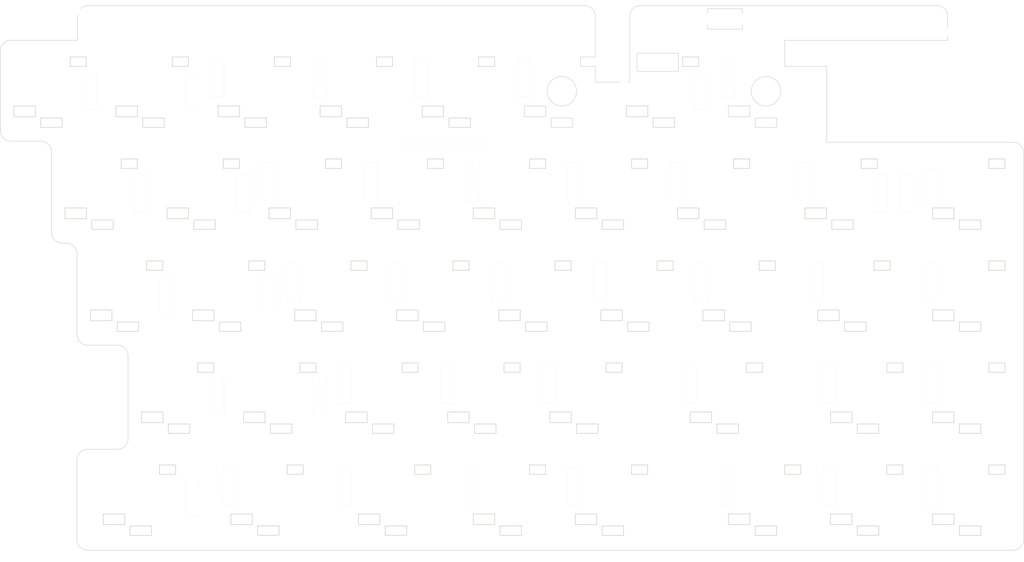
<source format=kicad_pcb>
(kicad_pcb (version 20171130) (host pcbnew "(5.1.5)-3")

  (general
    (thickness 1.6)
    (drawings 70)
    (tracks 0)
    (zones 0)
    (modules 101)
    (nets 1)
  )

  (page A3)
  (layers
    (0 F.Cu signal)
    (31 B.Cu signal)
    (32 B.Adhes user)
    (33 F.Adhes user)
    (34 B.Paste user)
    (35 F.Paste user)
    (36 B.SilkS user)
    (37 F.SilkS user)
    (38 B.Mask user)
    (39 F.Mask user)
    (40 Dwgs.User user)
    (41 Cmts.User user)
    (42 Eco1.User user)
    (43 Eco2.User user)
    (44 Edge.Cuts user)
    (45 Margin user)
    (46 B.CrtYd user)
    (47 F.CrtYd user)
    (48 B.Fab user)
    (49 F.Fab user)
  )

  (setup
    (last_trace_width 0.25)
    (user_trace_width 0.5)
    (user_trace_width 0.5)
    (user_trace_width 0.5)
    (user_trace_width 0.5)
    (user_trace_width 0.5)
    (user_trace_width 0.5)
    (user_trace_width 0.5)
    (user_trace_width 0.5)
    (user_trace_width 0.5)
    (user_trace_width 0.5)
    (user_trace_width 0.5)
    (user_trace_width 0.5)
    (user_trace_width 0.5)
    (user_trace_width 0.5)
    (user_trace_width 0.5)
    (user_trace_width 0.5)
    (user_trace_width 0.5)
    (user_trace_width 0.5)
    (user_trace_width 0.5)
    (user_trace_width 0.5)
    (user_trace_width 0.5)
    (user_trace_width 0.5)
    (user_trace_width 0.5)
    (user_trace_width 0.5)
    (user_trace_width 0.5)
    (user_trace_width 0.5)
    (user_trace_width 0.5)
    (user_trace_width 0.5)
    (user_trace_width 0.5)
    (user_trace_width 0.5)
    (user_trace_width 0.5)
    (user_trace_width 0.5)
    (user_trace_width 0.5)
    (user_trace_width 0.5)
    (user_trace_width 0.5)
    (user_trace_width 0.5)
    (user_trace_width 0.5)
    (user_trace_width 0.5)
    (user_trace_width 0.5)
    (user_trace_width 0.5)
    (user_trace_width 0.5)
    (user_trace_width 0.5)
    (user_trace_width 0.5)
    (user_trace_width 0.5)
    (user_trace_width 0.5)
    (user_trace_width 0.5)
    (user_trace_width 0.5)
    (user_trace_width 0.5)
    (user_trace_width 0.5)
    (user_trace_width 0.5)
    (user_trace_width 0.5)
    (user_trace_width 0.5)
    (user_trace_width 0.5)
    (user_trace_width 0.5)
    (user_trace_width 0.5)
    (user_trace_width 0.5)
    (user_trace_width 0.5)
    (user_trace_width 0.5)
    (user_trace_width 0.5)
    (user_trace_width 0.5)
    (user_trace_width 0.5)
    (user_trace_width 0.5)
    (user_trace_width 0.5)
    (user_trace_width 0.5)
    (user_trace_width 0.5)
    (user_trace_width 0.5)
    (user_trace_width 0.5)
    (user_trace_width 0.5)
    (user_trace_width 0.5)
    (user_trace_width 0.5)
    (user_trace_width 0.5)
    (user_trace_width 0.5)
    (user_trace_width 0.5)
    (user_trace_width 0.5)
    (user_trace_width 0.5)
    (user_trace_width 0.5)
    (user_trace_width 0.5)
    (user_trace_width 0.5)
    (user_trace_width 0.5)
    (user_trace_width 0.5)
    (user_trace_width 0.5)
    (user_trace_width 0.5)
    (user_trace_width 0.5)
    (user_trace_width 0.5)
    (user_trace_width 0.5)
    (user_trace_width 0.5)
    (user_trace_width 0.5)
    (user_trace_width 0.5)
    (user_trace_width 0.5)
    (user_trace_width 0.5)
    (user_trace_width 0.5)
    (user_trace_width 0.5)
    (user_trace_width 0.5)
    (user_trace_width 0.5)
    (user_trace_width 0.5)
    (user_trace_width 0.5)
    (user_trace_width 0.5)
    (user_trace_width 0.5)
    (user_trace_width 0.5)
    (user_trace_width 0.5)
    (user_trace_width 0.5)
    (user_trace_width 0.5)
    (user_trace_width 0.5)
    (user_trace_width 0.5)
    (user_trace_width 0.5)
    (user_trace_width 0.5)
    (user_trace_width 0.5)
    (user_trace_width 0.5)
    (user_trace_width 0.5)
    (user_trace_width 0.5)
    (user_trace_width 0.5)
    (user_trace_width 0.5)
    (user_trace_width 0.5)
    (user_trace_width 0.5)
    (user_trace_width 0.5)
    (user_trace_width 0.5)
    (user_trace_width 0.5)
    (user_trace_width 0.5)
    (user_trace_width 0.5)
    (user_trace_width 0.5)
    (user_trace_width 0.5)
    (user_trace_width 0.5)
    (user_trace_width 0.5)
    (user_trace_width 0.5)
    (user_trace_width 0.5)
    (user_trace_width 0.5)
    (trace_clearance 0.2)
    (zone_clearance 0.508)
    (zone_45_only no)
    (trace_min 0.2)
    (via_size 0.8)
    (via_drill 0.4)
    (via_min_size 0.4)
    (via_min_drill 0.3)
    (uvia_size 0.3)
    (uvia_drill 0.1)
    (uvias_allowed no)
    (uvia_min_size 0.2)
    (uvia_min_drill 0.1)
    (edge_width 0.1)
    (segment_width 0.2)
    (pcb_text_width 0.3)
    (pcb_text_size 1.5 1.5)
    (mod_edge_width 0.15)
    (mod_text_size 1 1)
    (mod_text_width 0.15)
    (pad_size 2.2 2.2)
    (pad_drill 2.2)
    (pad_to_mask_clearance 0)
    (solder_mask_min_width 0.25)
    (aux_axis_origin 0 0)
    (grid_origin 47.625 47.625)
    (visible_elements 7FFFFFFF)
    (pcbplotparams
      (layerselection 0x010f0_ffffffff)
      (usegerberextensions true)
      (usegerberattributes false)
      (usegerberadvancedattributes false)
      (creategerberjobfile false)
      (excludeedgelayer true)
      (linewidth 0.100000)
      (plotframeref false)
      (viasonmask false)
      (mode 1)
      (useauxorigin false)
      (hpglpennumber 1)
      (hpglpenspeed 20)
      (hpglpendiameter 15.000000)
      (psnegative false)
      (psa4output false)
      (plotreference true)
      (plotvalue true)
      (plotinvisibletext false)
      (padsonsilk false)
      (subtractmaskfromsilk false)
      (outputformat 1)
      (mirror false)
      (drillshape 0)
      (scaleselection 1)
      (outputdirectory "../../発注/20200728/AJisai74/ML_R/"))
  )

  (net 0 "")

  (net_class Default "これはデフォルトのネット クラスです。"
    (clearance 0.2)
    (trace_width 0.25)
    (via_dia 0.8)
    (via_drill 0.4)
    (uvia_dia 0.3)
    (uvia_drill 0.1)
  )

  (module kbd:ResetSW_BL_hole (layer F.Cu) (tedit 5E2989E4) (tstamp 5F20A477)
    (at 287.656 34.125 180)
    (fp_text reference SW32 (at 0 2.55) (layer F.SilkS) hide
      (effects (font (size 1 1) (thickness 0.15)))
    )
    (fp_text value SW_PUSH (at 0 -2.55) (layer F.Fab) hide
      (effects (font (size 1 1) (thickness 0.15)))
    )
    (pad "" np_thru_hole circle (at 3.25 0 180) (size 2.1 2.1) (drill 2.1) (layers *.Cu *.Mask))
    (pad "" np_thru_hole circle (at -3.25 0 180) (size 2.1 2.1) (drill 2.1) (layers *.Cu *.Mask))
  )

  (module kbd:MJ-4PP-9_kai_hole_5 (layer F.Cu) (tedit 5F2048A4) (tstamp 5F20A454)
    (at 335.306 34.625 270)
    (fp_text reference J* (at -2.85 -1.05 90) (layer F.Fab)
      (effects (font (size 1 1) (thickness 0.15)))
    )
    (fp_text value MJ-4PP-9_BL_kai (at 0 8 90) (layer F.Fab) hide
      (effects (font (size 1 1) (thickness 0.15)))
    )
    (pad "" np_thru_hole oval (at 2 5.8 270) (size 1.5 2.4) (drill oval 1.5 2.4) (layers *.Cu *.Mask)
      (clearance 0.15))
    (model "../../../../../../Users/pluis/Documents/Magic Briefcase/Documents/KiCad/3d/AB2_TRS_3p5MM_PTH.wrl"
      (at (xyz 0 0 0))
      (scale (xyz 0.42 0.42 0.42))
      (rotate (xyz 0 0 90))
    )
  )

  (module kbd:MJ-4PP-9_kai_hole_5 (layer F.Cu) (tedit 5F2048A4) (tstamp 5F20A44C)
    (at 160.525 34.625 90)
    (fp_text reference J* (at -2.85 -1.05 90) (layer F.Fab)
      (effects (font (size 1 1) (thickness 0.15)))
    )
    (fp_text value MJ-4PP-9_BL_kai (at 0 8 90) (layer F.Fab) hide
      (effects (font (size 1 1) (thickness 0.15)))
    )
    (pad "" np_thru_hole oval (at 2 5.8 90) (size 1.5 2.4) (drill oval 1.5 2.4) (layers *.Cu *.Mask)
      (clearance 0.15))
    (model "../../../../../../Users/pluis/Documents/Magic Briefcase/Documents/KiCad/3d/AB2_TRS_3p5MM_PTH.wrl"
      (at (xyz 0 0 0))
      (scale (xyz 0.42 0.42 0.42))
      (rotate (xyz 0 0 90))
    )
  )

  (module kbd:MJ-4PP-9_kai_hole_5 (layer F.Cu) (tedit 5F2048A4) (tstamp 5F20A44B)
    (at 266.7 39.725)
    (fp_text reference J* (at -2.85 -1.05) (layer F.Fab)
      (effects (font (size 1 1) (thickness 0.15)))
    )
    (fp_text value MJ-4PP-9_BL_kai (at 0 8) (layer F.Fab) hide
      (effects (font (size 1 1) (thickness 0.15)))
    )
    (pad "" np_thru_hole oval (at 2 5.8) (size 1.5 2.4) (drill oval 1.5 2.4) (layers *.Cu *.Mask)
      (clearance 0.15))
    (model "../../../../../../Users/pluis/Documents/Magic Briefcase/Documents/KiCad/3d/AB2_TRS_3p5MM_PTH.wrl"
      (at (xyz 0 0 0))
      (scale (xyz 0.42 0.42 0.42))
      (rotate (xyz 0 0 90))
    )
  )

  (module kbd:D3_SMD_BL_a (layer F.Cu) (tedit 5DA7412E) (tstamp 5F209ABA)
    (at 239.025 57.425)
    (descr "Resitance 3 pas")
    (tags R)
    (autoplace_cost180 10)
    (fp_text reference D1 (at 0.55 0) (layer F.Fab) hide
      (effects (font (size 0.5 0.5) (thickness 0.125)))
    )
    (fp_text value D (at -0.55 0) (layer F.Fab) hide
      (effects (font (size 0.5 0.5) (thickness 0.125)))
    )
    (fp_line (start 3.5 -1.25) (end -3.5 -1.25) (layer Edge.Cuts) (width 0.01))
    (fp_line (start 3.5 1.25) (end 3.5 -1.25) (layer Edge.Cuts) (width 0.01))
    (fp_line (start -3.5 1.25) (end 3.5 1.25) (layer Edge.Cuts) (width 0.01))
    (fp_line (start -3.5 -1.25) (end -3.5 1.25) (layer Edge.Cuts) (width 0.01))
    (model Diodes_SMD.3dshapes/SMB_Handsoldering.wrl
      (at (xyz 0 0 0))
      (scale (xyz 0.22 0.15 0.15))
      (rotate (xyz 0 0 180))
    )
  )

  (module kbd:D3_SMD_BL_a (layer F.Cu) (tedit 5DA7412E) (tstamp 5F209A9D)
    (at 231.225 57.425)
    (descr "Resitance 3 pas")
    (tags R)
    (autoplace_cost180 10)
    (fp_text reference D1 (at 0.55 0) (layer F.Fab) hide
      (effects (font (size 0.5 0.5) (thickness 0.125)))
    )
    (fp_text value D (at -0.55 0) (layer F.Fab) hide
      (effects (font (size 0.5 0.5) (thickness 0.125)))
    )
    (fp_line (start 3.5 -1.25) (end -3.5 -1.25) (layer Edge.Cuts) (width 0.01))
    (fp_line (start 3.5 1.25) (end 3.5 -1.25) (layer Edge.Cuts) (width 0.01))
    (fp_line (start -3.5 1.25) (end 3.5 1.25) (layer Edge.Cuts) (width 0.01))
    (fp_line (start -3.5 -1.25) (end -3.5 1.25) (layer Edge.Cuts) (width 0.01))
    (model Diodes_SMD.3dshapes/SMB_Handsoldering.wrl
      (at (xyz 0 0 0))
      (scale (xyz 0.22 0.15 0.15))
      (rotate (xyz 0 0 180))
    )
  )

  (module kbd:ali_CR1632_a (layer F.Cu) (tedit 5F203FCF) (tstamp 5F209A78)
    (at 219.075 51.225)
    (fp_text reference BT1 (at 2.5 -4) (layer F.SilkS) hide
      (effects (font (size 1 1) (thickness 0.15)))
    )
    (fp_text value Battery (at 0 -0.5) (layer F.Fab)
      (effects (font (size 1 1) (thickness 0.15)))
    )
    (pad "" np_thru_hole oval (at 9 0) (size 2 2.8) (drill oval 2 2.8) (layers *.Cu *.Mask))
    (pad "" np_thru_hole oval (at -9 0) (size 2 2.8) (drill oval 2 2.8) (layers *.Cu *.Mask))
  )

  (module kbd:ali_CR1632_a (layer F.Cu) (tedit 5F203FCF) (tstamp 5F209A63)
    (at 251.625 51.225)
    (fp_text reference BT1 (at 2.5 -4) (layer F.SilkS) hide
      (effects (font (size 1 1) (thickness 0.15)))
    )
    (fp_text value Battery (at 0 -0.5) (layer F.Fab)
      (effects (font (size 1 1) (thickness 0.15)))
    )
    (pad "" np_thru_hole oval (at 9 0) (size 2 2.8) (drill oval 2 2.8) (layers *.Cu *.Mask))
    (pad "" np_thru_hole oval (at -9 0) (size 2 2.8) (drill oval 2 2.8) (layers *.Cu *.Mask))
  )

  (module kbd:MSK-12D19_a (layer B.Cu) (tedit 5F204049) (tstamp 5F209A41)
    (at 280.9875 58.225)
    (fp_text reference J* (at 0 2) (layer B.Fab)
      (effects (font (size 1 1) (thickness 0.15)) (justify mirror))
    )
    (fp_text value MSK-12D19_a (at 0 -3.5) (layer B.Fab) hide
      (effects (font (size 1 1) (thickness 0.15)) (justify mirror))
    )
    (pad "" np_thru_hole oval (at -2.5 -1.05) (size 1.6 1.3) (drill oval 1.6 1.3) (layers *.Cu *.Mask)
      (clearance 0.15))
    (pad "" np_thru_hole oval (at 0 -1.05) (size 1.6 1.3) (drill oval 1.6 1.3) (layers *.Cu *.Mask)
      (clearance 0.15))
    (pad "" np_thru_hole oval (at 2.5 -1.05) (size 1.6 1.3) (drill oval 1.6 1.3) (layers *.Cu *.Mask)
      (clearance 0.15))
    (model "../../../../../../Users/pluis/Documents/Magic Briefcase/Documents/KiCad/3d/AB2_TRS_3p5MM_PTH.wrl"
      (at (xyz 0 0 0))
      (scale (xyz 0.42 0.42 0.42))
      (rotate (xyz 0 0 90))
    )
  )

  (module kbd:D3_SMD_BL_a (layer F.Cu) (tedit 5DA7412E) (tstamp 5EE18ACA)
    (at 326.23125 83.34375 90)
    (descr "Resitance 3 pas")
    (tags R)
    (path /5EE36A44)
    (autoplace_cost180 10)
    (fp_text reference D43 (at 0.5 0 90) (layer F.Fab) hide
      (effects (font (size 0.5 0.5) (thickness 0.125)))
    )
    (fp_text value D (at -0.6 0 90) (layer F.Fab) hide
      (effects (font (size 0.5 0.5) (thickness 0.125)))
    )
    (fp_line (start 3.5 -1.25) (end -3.5 -1.25) (layer Edge.Cuts) (width 0.01))
    (fp_line (start 3.5 1.25) (end 3.5 -1.25) (layer Edge.Cuts) (width 0.01))
    (fp_line (start -3.5 1.25) (end 3.5 1.25) (layer Edge.Cuts) (width 0.01))
    (fp_line (start -3.5 -1.25) (end -3.5 1.25) (layer Edge.Cuts) (width 0.01))
    (model Diodes_SMD.3dshapes/SMB_Handsoldering.wrl
      (at (xyz 0 0 0))
      (scale (xyz 0.22 0.15 0.15))
      (rotate (xyz 0 0 180))
    )
  )

  (module kbd:D3_SMD_BL_a (layer F.Cu) (tedit 5DA7412E) (tstamp 5EE1891C)
    (at 195.2625 121.44375 270)
    (descr "Resitance 3 pas")
    (tags R)
    (path /5EE18C03)
    (autoplace_cost180 10)
    (fp_text reference D10 (at 0.5 0 90) (layer F.Fab) hide
      (effects (font (size 0.5 0.5) (thickness 0.125)))
    )
    (fp_text value D (at -0.6 0 90) (layer F.Fab) hide
      (effects (font (size 0.5 0.5) (thickness 0.125)))
    )
    (fp_line (start 3.5 -1.25) (end -3.5 -1.25) (layer Edge.Cuts) (width 0.01))
    (fp_line (start 3.5 1.25) (end 3.5 -1.25) (layer Edge.Cuts) (width 0.01))
    (fp_line (start -3.5 1.25) (end 3.5 1.25) (layer Edge.Cuts) (width 0.01))
    (fp_line (start -3.5 -1.25) (end -3.5 1.25) (layer Edge.Cuts) (width 0.01))
    (model Diodes_SMD.3dshapes/SMB_Handsoldering.wrl
      (at (xyz 0 0 0))
      (scale (xyz 0.22 0.15 0.15))
      (rotate (xyz 0 0 180))
    )
  )

  (module kbd:D3_SMD_BL_a (layer F.Cu) (tedit 5DA7412E) (tstamp 5ED07AC1)
    (at 326.231 65.625 270)
    (descr "Resitance 3 pas")
    (tags R)
    (path /5ED3D361)
    (autoplace_cost180 10)
    (fp_text reference D42 (at 0.5 0 90) (layer F.Fab) hide
      (effects (font (size 0.5 0.5) (thickness 0.125)))
    )
    (fp_text value D (at -0.6 0 90) (layer F.Fab) hide
      (effects (font (size 0.5 0.5) (thickness 0.125)))
    )
    (fp_line (start 3.5 -1.25) (end -3.5 -1.25) (layer Edge.Cuts) (width 0.01))
    (fp_line (start 3.5 1.25) (end 3.5 -1.25) (layer Edge.Cuts) (width 0.01))
    (fp_line (start -3.5 1.25) (end 3.5 1.25) (layer Edge.Cuts) (width 0.01))
    (fp_line (start -3.5 -1.25) (end -3.5 1.25) (layer Edge.Cuts) (width 0.01))
    (model Diodes_SMD.3dshapes/SMB_Handsoldering.wrl
      (at (xyz 0 0 0))
      (scale (xyz 0.22 0.15 0.15))
      (rotate (xyz 0 0 180))
    )
  )

  (module kbd:D3_SMD_BL_a (layer F.Cu) (tedit 5DA7412E) (tstamp 5ECFB8F9)
    (at 326.231 121.444 270)
    (descr "Resitance 3 pas")
    (tags R)
    (path /5EDE17D7)
    (autoplace_cost180 10)
    (fp_text reference D44 (at 0.5 0 90) (layer F.Fab) hide
      (effects (font (size 0.5 0.5) (thickness 0.125)))
    )
    (fp_text value D (at -0.6 0 90) (layer F.Fab) hide
      (effects (font (size 0.5 0.5) (thickness 0.125)))
    )
    (fp_line (start 3.5 -1.25) (end -3.5 -1.25) (layer Edge.Cuts) (width 0.01))
    (fp_line (start 3.5 1.25) (end 3.5 -1.25) (layer Edge.Cuts) (width 0.01))
    (fp_line (start -3.5 1.25) (end 3.5 1.25) (layer Edge.Cuts) (width 0.01))
    (fp_line (start -3.5 -1.25) (end -3.5 1.25) (layer Edge.Cuts) (width 0.01))
    (model Diodes_SMD.3dshapes/SMB_Handsoldering.wrl
      (at (xyz 0 0 0))
      (scale (xyz 0.22 0.15 0.15))
      (rotate (xyz 0 0 180))
    )
  )

  (module kbd:D3_SMD_BL_a (layer F.Cu) (tedit 5DA7412E) (tstamp 5ECFB8EB)
    (at 321.469 66.675 270)
    (descr "Resitance 3 pas")
    (tags R)
    (path /5EE02276)
    (autoplace_cost180 10)
    (fp_text reference D41 (at 0.5 0 90) (layer F.Fab) hide
      (effects (font (size 0.5 0.5) (thickness 0.125)))
    )
    (fp_text value D (at -0.6 0 90) (layer F.Fab) hide
      (effects (font (size 0.5 0.5) (thickness 0.125)))
    )
    (fp_line (start 3.5 -1.25) (end -3.5 -1.25) (layer Edge.Cuts) (width 0.01))
    (fp_line (start 3.5 1.25) (end 3.5 -1.25) (layer Edge.Cuts) (width 0.01))
    (fp_line (start -3.5 1.25) (end 3.5 1.25) (layer Edge.Cuts) (width 0.01))
    (fp_line (start -3.5 -1.25) (end -3.5 1.25) (layer Edge.Cuts) (width 0.01))
    (model Diodes_SMD.3dshapes/SMB_Handsoldering.wrl
      (at (xyz 0 0 0))
      (scale (xyz 0.22 0.15 0.15))
      (rotate (xyz 0 0 180))
    )
  )

  (module kbd:D3_SMD_BL_a (layer F.Cu) (tedit 5DA7412E) (tstamp 5ECFB8DD)
    (at 316.706 66.675 270)
    (descr "Resitance 3 pas")
    (tags R)
    (path /5EE0226C)
    (autoplace_cost180 10)
    (fp_text reference D40 (at 0.5 0 90) (layer F.Fab) hide
      (effects (font (size 0.5 0.5) (thickness 0.125)))
    )
    (fp_text value D (at -0.6 0 90) (layer F.Fab) hide
      (effects (font (size 0.5 0.5) (thickness 0.125)))
    )
    (fp_line (start 3.5 -1.25) (end -3.5 -1.25) (layer Edge.Cuts) (width 0.01))
    (fp_line (start 3.5 1.25) (end 3.5 -1.25) (layer Edge.Cuts) (width 0.01))
    (fp_line (start -3.5 1.25) (end 3.5 1.25) (layer Edge.Cuts) (width 0.01))
    (fp_line (start -3.5 -1.25) (end -3.5 1.25) (layer Edge.Cuts) (width 0.01))
    (model Diodes_SMD.3dshapes/SMB_Handsoldering.wrl
      (at (xyz 0 0 0))
      (scale (xyz 0.22 0.15 0.15))
      (rotate (xyz 0 0 180))
    )
  )

  (module kbd:D3_SMD_BL_a (layer F.Cu) (tedit 5DA7412E) (tstamp 5ECFB8CF)
    (at 307.181 121.444 270)
    (descr "Resitance 3 pas")
    (tags R)
    (path /5EDE17C1)
    (autoplace_cost180 10)
    (fp_text reference D39 (at 0.5 0 90) (layer F.Fab) hide
      (effects (font (size 0.5 0.5) (thickness 0.125)))
    )
    (fp_text value D (at -0.6 0 90) (layer F.Fab) hide
      (effects (font (size 0.5 0.5) (thickness 0.125)))
    )
    (fp_line (start 3.5 -1.25) (end -3.5 -1.25) (layer Edge.Cuts) (width 0.01))
    (fp_line (start 3.5 1.25) (end 3.5 -1.25) (layer Edge.Cuts) (width 0.01))
    (fp_line (start -3.5 1.25) (end 3.5 1.25) (layer Edge.Cuts) (width 0.01))
    (fp_line (start -3.5 -1.25) (end -3.5 1.25) (layer Edge.Cuts) (width 0.01))
    (model Diodes_SMD.3dshapes/SMB_Handsoldering.wrl
      (at (xyz 0 0 0))
      (scale (xyz 0.22 0.15 0.15))
      (rotate (xyz 0 0 180))
    )
  )

  (module kbd:D3_SMD_BL_a (layer F.Cu) (tedit 5DA7412E) (tstamp 5ECFB8C1)
    (at 326.231 102.394 270)
    (descr "Resitance 3 pas")
    (tags R)
    (path /5EDEE9B3)
    (autoplace_cost180 10)
    (fp_text reference D38 (at 0.5 0 90) (layer F.Fab) hide
      (effects (font (size 0.5 0.5) (thickness 0.125)))
    )
    (fp_text value D (at -0.6 0 90) (layer F.Fab) hide
      (effects (font (size 0.5 0.5) (thickness 0.125)))
    )
    (fp_line (start 3.5 -1.25) (end -3.5 -1.25) (layer Edge.Cuts) (width 0.01))
    (fp_line (start 3.5 1.25) (end 3.5 -1.25) (layer Edge.Cuts) (width 0.01))
    (fp_line (start -3.5 1.25) (end 3.5 1.25) (layer Edge.Cuts) (width 0.01))
    (fp_line (start -3.5 -1.25) (end -3.5 1.25) (layer Edge.Cuts) (width 0.01))
    (model Diodes_SMD.3dshapes/SMB_Handsoldering.wrl
      (at (xyz 0 0 0))
      (scale (xyz 0.22 0.15 0.15))
      (rotate (xyz 0 0 180))
    )
  )

  (module kbd:D3_SMD_BL_a (layer F.Cu) (tedit 5DA7412E) (tstamp 5DA271B6)
    (at 304.8 83.34375 270)
    (descr "Resitance 3 pas")
    (tags R)
    (path /5D947EAA)
    (autoplace_cost180 10)
    (fp_text reference D37 (at 0.5 0 90) (layer F.Fab) hide
      (effects (font (size 0.5 0.5) (thickness 0.125)))
    )
    (fp_text value D (at -0.6 0 90) (layer F.Fab) hide
      (effects (font (size 0.5 0.5) (thickness 0.125)))
    )
    (fp_line (start 3.5 -1.25) (end -3.5 -1.25) (layer Edge.Cuts) (width 0.01))
    (fp_line (start 3.5 1.25) (end 3.5 -1.25) (layer Edge.Cuts) (width 0.01))
    (fp_line (start -3.5 1.25) (end 3.5 1.25) (layer Edge.Cuts) (width 0.01))
    (fp_line (start -3.5 -1.25) (end -3.5 1.25) (layer Edge.Cuts) (width 0.01))
    (model Diodes_SMD.3dshapes/SMB_Handsoldering.wrl
      (at (xyz 0 0 0))
      (scale (xyz 0.22 0.15 0.15))
      (rotate (xyz 0 0 180))
    )
  )

  (module kbd:D3_SMD_BL_a (layer F.Cu) (tedit 5DA7412E) (tstamp 5D926D32)
    (at 302.419 64.2938 270)
    (descr "Resitance 3 pas")
    (tags R)
    (path /5D947EA4)
    (autoplace_cost180 10)
    (fp_text reference D36 (at 0.5 0 90) (layer F.Fab) hide
      (effects (font (size 0.5 0.5) (thickness 0.125)))
    )
    (fp_text value D (at -0.6 0 90) (layer F.Fab) hide
      (effects (font (size 0.5 0.5) (thickness 0.125)))
    )
    (fp_line (start 3.5 -1.25) (end -3.5 -1.25) (layer Edge.Cuts) (width 0.01))
    (fp_line (start 3.5 1.25) (end 3.5 -1.25) (layer Edge.Cuts) (width 0.01))
    (fp_line (start -3.5 1.25) (end 3.5 1.25) (layer Edge.Cuts) (width 0.01))
    (fp_line (start -3.5 -1.25) (end -3.5 1.25) (layer Edge.Cuts) (width 0.01))
    (model Diodes_SMD.3dshapes/SMB_Handsoldering.wrl
      (at (xyz 0 0 0))
      (scale (xyz 0.22 0.15 0.15))
      (rotate (xyz 0 0 180))
    )
  )

  (module kbd:D3_SMD_BL_a (layer F.Cu) (tedit 5DA7412E) (tstamp 5D926BC8)
    (at 288.131 45.2438 270)
    (descr "Resitance 3 pas")
    (tags R)
    (path /5D947E9E)
    (autoplace_cost180 10)
    (fp_text reference D35 (at 0.5 0 90) (layer F.Fab) hide
      (effects (font (size 0.5 0.5) (thickness 0.125)))
    )
    (fp_text value D (at -0.6 0 90) (layer F.Fab) hide
      (effects (font (size 0.5 0.5) (thickness 0.125)))
    )
    (fp_line (start 3.5 -1.25) (end -3.5 -1.25) (layer Edge.Cuts) (width 0.01))
    (fp_line (start 3.5 1.25) (end 3.5 -1.25) (layer Edge.Cuts) (width 0.01))
    (fp_line (start -3.5 1.25) (end 3.5 1.25) (layer Edge.Cuts) (width 0.01))
    (fp_line (start -3.5 -1.25) (end -3.5 1.25) (layer Edge.Cuts) (width 0.01))
    (model Diodes_SMD.3dshapes/SMB_Handsoldering.wrl
      (at (xyz 0 0 0))
      (scale (xyz 0.22 0.15 0.15))
      (rotate (xyz 0 0 180))
    )
  )

  (module kbd:D3_SMD_BL_a (layer F.Cu) (tedit 5DA7412E) (tstamp 5ECFB88C)
    (at 288.131 121.444 270)
    (descr "Resitance 3 pas")
    (tags R)
    (path /5EDE17AD)
    (autoplace_cost180 10)
    (fp_text reference D34 (at 0.5 0 90) (layer F.Fab) hide
      (effects (font (size 0.5 0.5) (thickness 0.125)))
    )
    (fp_text value D (at -0.6 0 90) (layer F.Fab) hide
      (effects (font (size 0.5 0.5) (thickness 0.125)))
    )
    (fp_line (start 3.5 -1.25) (end -3.5 -1.25) (layer Edge.Cuts) (width 0.01))
    (fp_line (start 3.5 1.25) (end 3.5 -1.25) (layer Edge.Cuts) (width 0.01))
    (fp_line (start -3.5 1.25) (end 3.5 1.25) (layer Edge.Cuts) (width 0.01))
    (fp_line (start -3.5 -1.25) (end -3.5 1.25) (layer Edge.Cuts) (width 0.01))
    (model Diodes_SMD.3dshapes/SMB_Handsoldering.wrl
      (at (xyz 0 0 0))
      (scale (xyz 0.22 0.15 0.15))
      (rotate (xyz 0 0 180))
    )
  )

  (module kbd:D3_SMD_BL_a (layer F.Cu) (tedit 5DA7412E) (tstamp 5D926BD8)
    (at 307.181 102.394 270)
    (descr "Resitance 3 pas")
    (tags R)
    (path /5D947EB6)
    (autoplace_cost180 10)
    (fp_text reference D33 (at 0.5 0 90) (layer F.Fab) hide
      (effects (font (size 0.5 0.5) (thickness 0.125)))
    )
    (fp_text value D (at -0.6 0 90) (layer F.Fab) hide
      (effects (font (size 0.5 0.5) (thickness 0.125)))
    )
    (fp_line (start 3.5 -1.25) (end -3.5 -1.25) (layer Edge.Cuts) (width 0.01))
    (fp_line (start 3.5 1.25) (end 3.5 -1.25) (layer Edge.Cuts) (width 0.01))
    (fp_line (start -3.5 1.25) (end 3.5 1.25) (layer Edge.Cuts) (width 0.01))
    (fp_line (start -3.5 -1.25) (end -3.5 1.25) (layer Edge.Cuts) (width 0.01))
    (model Diodes_SMD.3dshapes/SMB_Handsoldering.wrl
      (at (xyz 0 0 0))
      (scale (xyz 0.22 0.15 0.15))
      (rotate (xyz 0 0 180))
    )
  )

  (module kbd:D3_SMD_BL_a (layer F.Cu) (tedit 5DA7412E) (tstamp 5D926BB8)
    (at 283.36875 83.34375 270)
    (descr "Resitance 3 pas")
    (tags R)
    (path /5D947EBC)
    (autoplace_cost180 10)
    (fp_text reference D32 (at 0.5 0 90) (layer F.Fab) hide
      (effects (font (size 0.5 0.5) (thickness 0.125)))
    )
    (fp_text value D (at -0.6 0 90) (layer F.Fab) hide
      (effects (font (size 0.5 0.5) (thickness 0.125)))
    )
    (fp_line (start 3.5 -1.25) (end -3.5 -1.25) (layer Edge.Cuts) (width 0.01))
    (fp_line (start 3.5 1.25) (end 3.5 -1.25) (layer Edge.Cuts) (width 0.01))
    (fp_line (start -3.5 1.25) (end 3.5 1.25) (layer Edge.Cuts) (width 0.01))
    (fp_line (start -3.5 -1.25) (end -3.5 1.25) (layer Edge.Cuts) (width 0.01))
    (model Diodes_SMD.3dshapes/SMB_Handsoldering.wrl
      (at (xyz 0 0 0))
      (scale (xyz 0.22 0.15 0.15))
      (rotate (xyz 0 0 180))
    )
  )

  (module kbd:D3_SMD_BL_a (layer F.Cu) (tedit 5DA7412E) (tstamp 5D926A9E)
    (at 278.606 64.2938 270)
    (descr "Resitance 3 pas")
    (tags R)
    (path /5D947EC2)
    (autoplace_cost180 10)
    (fp_text reference D31 (at 0.5 0 90) (layer F.Fab) hide
      (effects (font (size 0.5 0.5) (thickness 0.125)))
    )
    (fp_text value D (at -0.6 0 90) (layer F.Fab) hide
      (effects (font (size 0.5 0.5) (thickness 0.125)))
    )
    (fp_line (start 3.5 -1.25) (end -3.5 -1.25) (layer Edge.Cuts) (width 0.01))
    (fp_line (start 3.5 1.25) (end 3.5 -1.25) (layer Edge.Cuts) (width 0.01))
    (fp_line (start -3.5 1.25) (end 3.5 1.25) (layer Edge.Cuts) (width 0.01))
    (fp_line (start -3.5 -1.25) (end -3.5 1.25) (layer Edge.Cuts) (width 0.01))
    (model Diodes_SMD.3dshapes/SMB_Handsoldering.wrl
      (at (xyz 0 0 0))
      (scale (xyz 0.22 0.15 0.15))
      (rotate (xyz 0 0 180))
    )
  )

  (module kbd:D3_SMD_BL_a (layer F.Cu) (tedit 5DA7412E) (tstamp 5D926AAE)
    (at 283.369 47.625 270)
    (descr "Resitance 3 pas")
    (tags R)
    (path /5D947E98)
    (autoplace_cost180 10)
    (fp_text reference D30 (at 0.5 0 90) (layer F.Fab) hide
      (effects (font (size 0.5 0.5) (thickness 0.125)))
    )
    (fp_text value D (at -0.6 0 90) (layer F.Fab) hide
      (effects (font (size 0.5 0.5) (thickness 0.125)))
    )
    (fp_line (start 3.5 -1.25) (end -3.5 -1.25) (layer Edge.Cuts) (width 0.01))
    (fp_line (start 3.5 1.25) (end 3.5 -1.25) (layer Edge.Cuts) (width 0.01))
    (fp_line (start -3.5 1.25) (end 3.5 1.25) (layer Edge.Cuts) (width 0.01))
    (fp_line (start -3.5 -1.25) (end -3.5 1.25) (layer Edge.Cuts) (width 0.01))
    (model Diodes_SMD.3dshapes/SMB_Handsoldering.wrl
      (at (xyz 0 0 0))
      (scale (xyz 0.22 0.15 0.15))
      (rotate (xyz 0 0 180))
    )
  )

  (module kbd:D3_SMD_BL_a (layer F.Cu) (tedit 5DA7412E) (tstamp 5ECFB84A)
    (at 259.55625 121.44375 270)
    (descr "Resitance 3 pas")
    (tags R)
    (path /5EDCB09C)
    (autoplace_cost180 10)
    (fp_text reference D25 (at 0.5 0 90) (layer F.Fab) hide
      (effects (font (size 0.5 0.5) (thickness 0.125)))
    )
    (fp_text value D (at -0.6 0 90) (layer F.Fab) hide
      (effects (font (size 0.5 0.5) (thickness 0.125)))
    )
    (fp_line (start 3.5 -1.25) (end -3.5 -1.25) (layer Edge.Cuts) (width 0.01))
    (fp_line (start 3.5 1.25) (end 3.5 -1.25) (layer Edge.Cuts) (width 0.01))
    (fp_line (start -3.5 1.25) (end 3.5 1.25) (layer Edge.Cuts) (width 0.01))
    (fp_line (start -3.5 -1.25) (end -3.5 1.25) (layer Edge.Cuts) (width 0.01))
    (model Diodes_SMD.3dshapes/SMB_Handsoldering.wrl
      (at (xyz 0 0 0))
      (scale (xyz 0.22 0.15 0.15))
      (rotate (xyz 0 0 180))
    )
  )

  (module kbd:D3_SMD_BL_a (layer F.Cu) (tedit 5DA7412E) (tstamp 5D926ABE)
    (at 280.988 102.394 270)
    (descr "Resitance 3 pas")
    (tags R)
    (path /5D9103C5)
    (autoplace_cost180 10)
    (fp_text reference D29 (at 0.5 0 90) (layer F.Fab) hide
      (effects (font (size 0.5 0.5) (thickness 0.125)))
    )
    (fp_text value D (at -0.6 0 90) (layer F.Fab) hide
      (effects (font (size 0.5 0.5) (thickness 0.125)))
    )
    (fp_line (start 3.5 -1.25) (end -3.5 -1.25) (layer Edge.Cuts) (width 0.01))
    (fp_line (start 3.5 1.25) (end 3.5 -1.25) (layer Edge.Cuts) (width 0.01))
    (fp_line (start -3.5 1.25) (end 3.5 1.25) (layer Edge.Cuts) (width 0.01))
    (fp_line (start -3.5 -1.25) (end -3.5 1.25) (layer Edge.Cuts) (width 0.01))
    (model Diodes_SMD.3dshapes/SMB_Handsoldering.wrl
      (at (xyz 0 0 0))
      (scale (xyz 0.22 0.15 0.15))
      (rotate (xyz 0 0 180))
    )
  )

  (module kbd:D3_SMD_BL_a (layer F.Cu) (tedit 5DA7412E) (tstamp 5D926ACE)
    (at 264.319 83.3438 270)
    (descr "Resitance 3 pas")
    (tags R)
    (path /5D9103BF)
    (autoplace_cost180 10)
    (fp_text reference D28 (at 0.5 0 90) (layer F.Fab) hide
      (effects (font (size 0.5 0.5) (thickness 0.125)))
    )
    (fp_text value D (at -0.6 0 90) (layer F.Fab) hide
      (effects (font (size 0.5 0.5) (thickness 0.125)))
    )
    (fp_line (start 3.5 -1.25) (end -3.5 -1.25) (layer Edge.Cuts) (width 0.01))
    (fp_line (start 3.5 1.25) (end 3.5 -1.25) (layer Edge.Cuts) (width 0.01))
    (fp_line (start -3.5 1.25) (end 3.5 1.25) (layer Edge.Cuts) (width 0.01))
    (fp_line (start -3.5 -1.25) (end -3.5 1.25) (layer Edge.Cuts) (width 0.01))
    (model Diodes_SMD.3dshapes/SMB_Handsoldering.wrl
      (at (xyz 0 0 0))
      (scale (xyz 0.22 0.15 0.15))
      (rotate (xyz 0 0 180))
    )
  )

  (module kbd:D3_SMD_BL_a (layer F.Cu) (tedit 5DA7412E) (tstamp 5D926ADE)
    (at 259.556 64.2938 270)
    (descr "Resitance 3 pas")
    (tags R)
    (path /5D9103B9)
    (autoplace_cost180 10)
    (fp_text reference D27 (at 0.5 0 90) (layer F.Fab) hide
      (effects (font (size 0.5 0.5) (thickness 0.125)))
    )
    (fp_text value D (at -0.6 0 90) (layer F.Fab) hide
      (effects (font (size 0.5 0.5) (thickness 0.125)))
    )
    (fp_line (start 3.5 -1.25) (end -3.5 -1.25) (layer Edge.Cuts) (width 0.01))
    (fp_line (start 3.5 1.25) (end 3.5 -1.25) (layer Edge.Cuts) (width 0.01))
    (fp_line (start -3.5 1.25) (end 3.5 1.25) (layer Edge.Cuts) (width 0.01))
    (fp_line (start -3.5 -1.25) (end -3.5 1.25) (layer Edge.Cuts) (width 0.01))
    (model Diodes_SMD.3dshapes/SMB_Handsoldering.wrl
      (at (xyz 0 0 0))
      (scale (xyz 0.22 0.15 0.15))
      (rotate (xyz 0 0 180))
    )
  )

  (module kbd:D3_SMD_BL_a (layer F.Cu) (tedit 5DA7412E) (tstamp 5D926AEE)
    (at 250.031 45.2438 270)
    (descr "Resitance 3 pas")
    (tags R)
    (path /5D9103B3)
    (autoplace_cost180 10)
    (fp_text reference D26 (at 0.5 0 90) (layer F.Fab) hide
      (effects (font (size 0.5 0.5) (thickness 0.125)))
    )
    (fp_text value D (at -0.6 0 90) (layer F.Fab) hide
      (effects (font (size 0.5 0.5) (thickness 0.125)))
    )
    (fp_line (start 3.5 -1.25) (end -3.5 -1.25) (layer Edge.Cuts) (width 0.01))
    (fp_line (start 3.5 1.25) (end 3.5 -1.25) (layer Edge.Cuts) (width 0.01))
    (fp_line (start -3.5 1.25) (end 3.5 1.25) (layer Edge.Cuts) (width 0.01))
    (fp_line (start -3.5 -1.25) (end -3.5 1.25) (layer Edge.Cuts) (width 0.01))
    (model Diodes_SMD.3dshapes/SMB_Handsoldering.wrl
      (at (xyz 0 0 0))
      (scale (xyz 0.22 0.15 0.15))
      (rotate (xyz 0 0 180))
    )
  )

  (module kbd:D3_SMD_BL_a (layer F.Cu) (tedit 5DA7412E) (tstamp 5D926AFE)
    (at 240.50625 121.44375 270)
    (descr "Resitance 3 pas")
    (tags R)
    (path /5D910523)
    (autoplace_cost180 10)
    (fp_text reference D20 (at 0.5 0 90) (layer F.Fab) hide
      (effects (font (size 0.5 0.5) (thickness 0.125)))
    )
    (fp_text value D (at -0.6 0 90) (layer F.Fab) hide
      (effects (font (size 0.5 0.5) (thickness 0.125)))
    )
    (fp_line (start 3.5 -1.25) (end -3.5 -1.25) (layer Edge.Cuts) (width 0.01))
    (fp_line (start 3.5 1.25) (end 3.5 -1.25) (layer Edge.Cuts) (width 0.01))
    (fp_line (start -3.5 1.25) (end 3.5 1.25) (layer Edge.Cuts) (width 0.01))
    (fp_line (start -3.5 -1.25) (end -3.5 1.25) (layer Edge.Cuts) (width 0.01))
    (model Diodes_SMD.3dshapes/SMB_Handsoldering.wrl
      (at (xyz 0 0 0))
      (scale (xyz 0.22 0.15 0.15))
      (rotate (xyz 0 0 180))
    )
  )

  (module kbd:D3_SMD_BL_a (layer F.Cu) (tedit 5DA7412E) (tstamp 5D926B0E)
    (at 254.794 102.394 270)
    (descr "Resitance 3 pas")
    (tags R)
    (path /5D9103CB)
    (autoplace_cost180 10)
    (fp_text reference D24 (at 0.5 0 90) (layer F.Fab) hide
      (effects (font (size 0.5 0.5) (thickness 0.125)))
    )
    (fp_text value D (at -0.6 0 90) (layer F.Fab) hide
      (effects (font (size 0.5 0.5) (thickness 0.125)))
    )
    (fp_line (start 3.5 -1.25) (end -3.5 -1.25) (layer Edge.Cuts) (width 0.01))
    (fp_line (start 3.5 1.25) (end 3.5 -1.25) (layer Edge.Cuts) (width 0.01))
    (fp_line (start -3.5 1.25) (end 3.5 1.25) (layer Edge.Cuts) (width 0.01))
    (fp_line (start -3.5 -1.25) (end -3.5 1.25) (layer Edge.Cuts) (width 0.01))
    (model Diodes_SMD.3dshapes/SMB_Handsoldering.wrl
      (at (xyz 0 0 0))
      (scale (xyz 0.22 0.15 0.15))
      (rotate (xyz 0 0 180))
    )
  )

  (module kbd:D3_SMD_BL_a (layer F.Cu) (tedit 5DA7412E) (tstamp 5D926B1E)
    (at 245.269 83.3438 270)
    (descr "Resitance 3 pas")
    (tags R)
    (path /5D9103D1)
    (autoplace_cost180 10)
    (fp_text reference D23 (at 0.5 0 90) (layer F.Fab) hide
      (effects (font (size 0.5 0.5) (thickness 0.125)))
    )
    (fp_text value D (at -0.6 0 90) (layer F.Fab) hide
      (effects (font (size 0.5 0.5) (thickness 0.125)))
    )
    (fp_line (start 3.5 -1.25) (end -3.5 -1.25) (layer Edge.Cuts) (width 0.01))
    (fp_line (start 3.5 1.25) (end 3.5 -1.25) (layer Edge.Cuts) (width 0.01))
    (fp_line (start -3.5 1.25) (end 3.5 1.25) (layer Edge.Cuts) (width 0.01))
    (fp_line (start -3.5 -1.25) (end -3.5 1.25) (layer Edge.Cuts) (width 0.01))
    (model Diodes_SMD.3dshapes/SMB_Handsoldering.wrl
      (at (xyz 0 0 0))
      (scale (xyz 0.22 0.15 0.15))
      (rotate (xyz 0 0 180))
    )
  )

  (module kbd:D3_SMD_BL_a (layer F.Cu) (tedit 5DA7412E) (tstamp 5D926A8E)
    (at 240.506 64.675 270)
    (descr "Resitance 3 pas")
    (tags R)
    (path /5D9103D7)
    (autoplace_cost180 10)
    (fp_text reference D22 (at 0.5 0 90) (layer F.Fab) hide
      (effects (font (size 0.5 0.5) (thickness 0.125)))
    )
    (fp_text value D (at -0.6 0 90) (layer F.Fab) hide
      (effects (font (size 0.5 0.5) (thickness 0.125)))
    )
    (fp_line (start 3.5 -1.25) (end -3.5 -1.25) (layer Edge.Cuts) (width 0.01))
    (fp_line (start 3.5 1.25) (end 3.5 -1.25) (layer Edge.Cuts) (width 0.01))
    (fp_line (start -3.5 1.25) (end 3.5 1.25) (layer Edge.Cuts) (width 0.01))
    (fp_line (start -3.5 -1.25) (end -3.5 1.25) (layer Edge.Cuts) (width 0.01))
    (model Diodes_SMD.3dshapes/SMB_Handsoldering.wrl
      (at (xyz 0 0 0))
      (scale (xyz 0.22 0.15 0.15))
      (rotate (xyz 0 0 180))
    )
  )

  (module kbd:D3_SMD_BL_a (layer F.Cu) (tedit 5DA7412E) (tstamp 5D926B2E)
    (at 230.981 45.2438 270)
    (descr "Resitance 3 pas")
    (tags R)
    (path /5D9103AD)
    (autoplace_cost180 10)
    (fp_text reference D21 (at 0.5 0 90) (layer F.Fab) hide
      (effects (font (size 0.5 0.5) (thickness 0.125)))
    )
    (fp_text value D (at -0.6 0 90) (layer F.Fab) hide
      (effects (font (size 0.5 0.5) (thickness 0.125)))
    )
    (fp_line (start 3.5 -1.25) (end -3.5 -1.25) (layer Edge.Cuts) (width 0.01))
    (fp_line (start 3.5 1.25) (end 3.5 -1.25) (layer Edge.Cuts) (width 0.01))
    (fp_line (start -3.5 1.25) (end 3.5 1.25) (layer Edge.Cuts) (width 0.01))
    (fp_line (start -3.5 -1.25) (end -3.5 1.25) (layer Edge.Cuts) (width 0.01))
    (model Diodes_SMD.3dshapes/SMB_Handsoldering.wrl
      (at (xyz 0 0 0))
      (scale (xyz 0.22 0.15 0.15))
      (rotate (xyz 0 0 180))
    )
  )

  (module kbd:D3_SMD_BL_a (layer F.Cu) (tedit 5DA7412E) (tstamp 5D926B4E)
    (at 235.744 102.394 270)
    (descr "Resitance 3 pas")
    (tags R)
    (path /5D9103F5)
    (autoplace_cost180 10)
    (fp_text reference D19 (at 0.5 0 90) (layer F.Fab) hide
      (effects (font (size 0.5 0.5) (thickness 0.125)))
    )
    (fp_text value D (at -0.6 0 90) (layer F.Fab) hide
      (effects (font (size 0.5 0.5) (thickness 0.125)))
    )
    (fp_line (start 3.5 -1.25) (end -3.5 -1.25) (layer Edge.Cuts) (width 0.01))
    (fp_line (start 3.5 1.25) (end 3.5 -1.25) (layer Edge.Cuts) (width 0.01))
    (fp_line (start -3.5 1.25) (end 3.5 1.25) (layer Edge.Cuts) (width 0.01))
    (fp_line (start -3.5 -1.25) (end -3.5 1.25) (layer Edge.Cuts) (width 0.01))
    (model Diodes_SMD.3dshapes/SMB_Handsoldering.wrl
      (at (xyz 0 0 0))
      (scale (xyz 0.22 0.15 0.15))
      (rotate (xyz 0 0 180))
    )
  )

  (module kbd:D3_SMD_BL_a (layer F.Cu) (tedit 5DA7412E) (tstamp 5D926EBE)
    (at 226.219 83.3438 270)
    (descr "Resitance 3 pas")
    (tags R)
    (path /5D9103EF)
    (autoplace_cost180 10)
    (fp_text reference D18 (at 0.5 0 90) (layer F.Fab) hide
      (effects (font (size 0.5 0.5) (thickness 0.125)))
    )
    (fp_text value D (at -0.6 0 90) (layer F.Fab) hide
      (effects (font (size 0.5 0.5) (thickness 0.125)))
    )
    (fp_line (start 3.5 -1.25) (end -3.5 -1.25) (layer Edge.Cuts) (width 0.01))
    (fp_line (start 3.5 1.25) (end 3.5 -1.25) (layer Edge.Cuts) (width 0.01))
    (fp_line (start -3.5 1.25) (end 3.5 1.25) (layer Edge.Cuts) (width 0.01))
    (fp_line (start -3.5 -1.25) (end -3.5 1.25) (layer Edge.Cuts) (width 0.01))
    (model Diodes_SMD.3dshapes/SMB_Handsoldering.wrl
      (at (xyz 0 0 0))
      (scale (xyz 0.22 0.15 0.15))
      (rotate (xyz 0 0 180))
    )
  )

  (module kbd:D3_SMD_BL_a (layer F.Cu) (tedit 5DA7412E) (tstamp 5D926DCC)
    (at 221.456 64.2938 270)
    (descr "Resitance 3 pas")
    (tags R)
    (path /5D9103DD)
    (autoplace_cost180 10)
    (fp_text reference D17 (at 0.5 0 90) (layer F.Fab) hide
      (effects (font (size 0.5 0.5) (thickness 0.125)))
    )
    (fp_text value D (at -0.6 0 90) (layer F.Fab) hide
      (effects (font (size 0.5 0.5) (thickness 0.125)))
    )
    (fp_line (start 3.5 -1.25) (end -3.5 -1.25) (layer Edge.Cuts) (width 0.01))
    (fp_line (start 3.5 1.25) (end 3.5 -1.25) (layer Edge.Cuts) (width 0.01))
    (fp_line (start -3.5 1.25) (end 3.5 1.25) (layer Edge.Cuts) (width 0.01))
    (fp_line (start -3.5 -1.25) (end -3.5 1.25) (layer Edge.Cuts) (width 0.01))
    (model Diodes_SMD.3dshapes/SMB_Handsoldering.wrl
      (at (xyz 0 0 0))
      (scale (xyz 0.22 0.15 0.15))
      (rotate (xyz 0 0 180))
    )
  )

  (module kbd:D3_SMD_BL_a (layer F.Cu) (tedit 5DA7412E) (tstamp 5D926DBC)
    (at 211.931 45.2438 270)
    (descr "Resitance 3 pas")
    (tags R)
    (path /5D9103A7)
    (autoplace_cost180 10)
    (fp_text reference D16 (at 0.5 0 90) (layer F.Fab) hide
      (effects (font (size 0.5 0.5) (thickness 0.125)))
    )
    (fp_text value D (at -0.6 0 90) (layer F.Fab) hide
      (effects (font (size 0.5 0.5) (thickness 0.125)))
    )
    (fp_line (start 3.5 -1.25) (end -3.5 -1.25) (layer Edge.Cuts) (width 0.01))
    (fp_line (start 3.5 1.25) (end 3.5 -1.25) (layer Edge.Cuts) (width 0.01))
    (fp_line (start -3.5 1.25) (end 3.5 1.25) (layer Edge.Cuts) (width 0.01))
    (fp_line (start -3.5 -1.25) (end -3.5 1.25) (layer Edge.Cuts) (width 0.01))
    (model Diodes_SMD.3dshapes/SMB_Handsoldering.wrl
      (at (xyz 0 0 0))
      (scale (xyz 0.22 0.15 0.15))
      (rotate (xyz 0 0 180))
    )
  )

  (module kbd:D3_SMD_BL_a (layer F.Cu) (tedit 5DA7412E) (tstamp 5ECFB793)
    (at 216.69375 121.44375 270)
    (descr "Resitance 3 pas")
    (tags R)
    (path /5EDB049F)
    (autoplace_cost180 10)
    (fp_text reference D15 (at 0.5 0 90) (layer F.Fab) hide
      (effects (font (size 0.5 0.5) (thickness 0.125)))
    )
    (fp_text value D (at -0.6 0 90) (layer F.Fab) hide
      (effects (font (size 0.5 0.5) (thickness 0.125)))
    )
    (fp_line (start 3.5 -1.25) (end -3.5 -1.25) (layer Edge.Cuts) (width 0.01))
    (fp_line (start 3.5 1.25) (end 3.5 -1.25) (layer Edge.Cuts) (width 0.01))
    (fp_line (start -3.5 1.25) (end 3.5 1.25) (layer Edge.Cuts) (width 0.01))
    (fp_line (start -3.5 -1.25) (end -3.5 1.25) (layer Edge.Cuts) (width 0.01))
    (model Diodes_SMD.3dshapes/SMB_Handsoldering.wrl
      (at (xyz 0 0 0))
      (scale (xyz 0.22 0.15 0.15))
      (rotate (xyz 0 0 180))
    )
  )

  (module kbd:D3_SMD_BL_a (layer F.Cu) (tedit 5DA7412E) (tstamp 5D926DAC)
    (at 216.694 102.394 270)
    (descr "Resitance 3 pas")
    (tags R)
    (path /5D9103FB)
    (autoplace_cost180 10)
    (fp_text reference D14 (at 0.5 0 90) (layer F.Fab) hide
      (effects (font (size 0.5 0.5) (thickness 0.125)))
    )
    (fp_text value D (at -0.6 0 90) (layer F.Fab) hide
      (effects (font (size 0.5 0.5) (thickness 0.125)))
    )
    (fp_line (start 3.5 -1.25) (end -3.5 -1.25) (layer Edge.Cuts) (width 0.01))
    (fp_line (start 3.5 1.25) (end 3.5 -1.25) (layer Edge.Cuts) (width 0.01))
    (fp_line (start -3.5 1.25) (end 3.5 1.25) (layer Edge.Cuts) (width 0.01))
    (fp_line (start -3.5 -1.25) (end -3.5 1.25) (layer Edge.Cuts) (width 0.01))
    (model Diodes_SMD.3dshapes/SMB_Handsoldering.wrl
      (at (xyz 0 0 0))
      (scale (xyz 0.22 0.15 0.15))
      (rotate (xyz 0 0 180))
    )
  )

  (module kbd:D3_SMD_BL_a (layer F.Cu) (tedit 5DA7412E) (tstamp 5D926D9C)
    (at 207.169 83.3438 270)
    (descr "Resitance 3 pas")
    (tags R)
    (path /5D9103E9)
    (autoplace_cost180 10)
    (fp_text reference D13 (at 0.5 0 90) (layer F.Fab) hide
      (effects (font (size 0.5 0.5) (thickness 0.125)))
    )
    (fp_text value D (at -0.6 0 90) (layer F.Fab) hide
      (effects (font (size 0.5 0.5) (thickness 0.125)))
    )
    (fp_line (start 3.5 -1.25) (end -3.5 -1.25) (layer Edge.Cuts) (width 0.01))
    (fp_line (start 3.5 1.25) (end 3.5 -1.25) (layer Edge.Cuts) (width 0.01))
    (fp_line (start -3.5 1.25) (end 3.5 1.25) (layer Edge.Cuts) (width 0.01))
    (fp_line (start -3.5 -1.25) (end -3.5 1.25) (layer Edge.Cuts) (width 0.01))
    (model Diodes_SMD.3dshapes/SMB_Handsoldering.wrl
      (at (xyz 0 0 0))
      (scale (xyz 0.22 0.15 0.15))
      (rotate (xyz 0 0 180))
    )
  )

  (module kbd:D3_SMD_BL_a (layer F.Cu) (tedit 5DA7412E) (tstamp 5D926FD8)
    (at 202.406 64.2938 270)
    (descr "Resitance 3 pas")
    (tags R)
    (path /5D9103E3)
    (autoplace_cost180 10)
    (fp_text reference D12 (at 0.5 0 90) (layer F.Fab) hide
      (effects (font (size 0.5 0.5) (thickness 0.125)))
    )
    (fp_text value D (at -0.6 0 90) (layer F.Fab) hide
      (effects (font (size 0.5 0.5) (thickness 0.125)))
    )
    (fp_line (start 3.5 -1.25) (end -3.5 -1.25) (layer Edge.Cuts) (width 0.01))
    (fp_line (start 3.5 1.25) (end 3.5 -1.25) (layer Edge.Cuts) (width 0.01))
    (fp_line (start -3.5 1.25) (end 3.5 1.25) (layer Edge.Cuts) (width 0.01))
    (fp_line (start -3.5 -1.25) (end -3.5 1.25) (layer Edge.Cuts) (width 0.01))
    (model Diodes_SMD.3dshapes/SMB_Handsoldering.wrl
      (at (xyz 0 0 0))
      (scale (xyz 0.22 0.15 0.15))
      (rotate (xyz 0 0 180))
    )
  )

  (module kbd:D3_SMD_BL_a (layer F.Cu) (tedit 5DA7412E) (tstamp 5D926FC8)
    (at 192.881 45.2438 270)
    (descr "Resitance 3 pas")
    (tags R)
    (path /5D9103A1)
    (autoplace_cost180 10)
    (fp_text reference D11 (at 0.5 0 90) (layer F.Fab) hide
      (effects (font (size 0.5 0.5) (thickness 0.125)))
    )
    (fp_text value D (at -0.6 0 90) (layer F.Fab) hide
      (effects (font (size 0.5 0.5) (thickness 0.125)))
    )
    (fp_line (start 3.5 -1.25) (end -3.5 -1.25) (layer Edge.Cuts) (width 0.01))
    (fp_line (start 3.5 1.25) (end 3.5 -1.25) (layer Edge.Cuts) (width 0.01))
    (fp_line (start -3.5 1.25) (end 3.5 1.25) (layer Edge.Cuts) (width 0.01))
    (fp_line (start -3.5 -1.25) (end -3.5 1.25) (layer Edge.Cuts) (width 0.01))
    (model Diodes_SMD.3dshapes/SMB_Handsoldering.wrl
      (at (xyz 0 0 0))
      (scale (xyz 0.22 0.15 0.15))
      (rotate (xyz 0 0 180))
    )
  )

  (module kbd:D3_SMD_BL_a (layer F.Cu) (tedit 5DA7412E) (tstamp 5D926FA8)
    (at 211.931 104.775 270)
    (descr "Resitance 3 pas")
    (tags R)
    (path /5D910401)
    (autoplace_cost180 10)
    (fp_text reference D9 (at 0.5 0 90) (layer F.Fab) hide
      (effects (font (size 0.5 0.5) (thickness 0.125)))
    )
    (fp_text value D (at -0.6 0 90) (layer F.Fab) hide
      (effects (font (size 0.5 0.5) (thickness 0.125)))
    )
    (fp_line (start 3.5 -1.25) (end -3.5 -1.25) (layer Edge.Cuts) (width 0.01))
    (fp_line (start 3.5 1.25) (end 3.5 -1.25) (layer Edge.Cuts) (width 0.01))
    (fp_line (start -3.5 1.25) (end 3.5 1.25) (layer Edge.Cuts) (width 0.01))
    (fp_line (start -3.5 -1.25) (end -3.5 1.25) (layer Edge.Cuts) (width 0.01))
    (model Diodes_SMD.3dshapes/SMB_Handsoldering.wrl
      (at (xyz 0 0 0))
      (scale (xyz 0.22 0.15 0.15))
      (rotate (xyz 0 0 180))
    )
  )

  (module kbd:D3_SMD_BL_a (layer F.Cu) (tedit 5DA7412E) (tstamp 5D926F98)
    (at 202.406 85.725 270)
    (descr "Resitance 3 pas")
    (tags R)
    (path /5D910407)
    (autoplace_cost180 10)
    (fp_text reference D8 (at 0.5 0 90) (layer F.Fab) hide
      (effects (font (size 0.5 0.5) (thickness 0.125)))
    )
    (fp_text value D (at -0.6 0 90) (layer F.Fab) hide
      (effects (font (size 0.5 0.5) (thickness 0.125)))
    )
    (fp_line (start 3.5 -1.25) (end -3.5 -1.25) (layer Edge.Cuts) (width 0.01))
    (fp_line (start 3.5 1.25) (end 3.5 -1.25) (layer Edge.Cuts) (width 0.01))
    (fp_line (start -3.5 1.25) (end 3.5 1.25) (layer Edge.Cuts) (width 0.01))
    (fp_line (start -3.5 -1.25) (end -3.5 1.25) (layer Edge.Cuts) (width 0.01))
    (model Diodes_SMD.3dshapes/SMB_Handsoldering.wrl
      (at (xyz 0 0 0))
      (scale (xyz 0.22 0.15 0.15))
      (rotate (xyz 0 0 180))
    )
  )

  (module kbd:D3_SMD_BL_a (layer F.Cu) (tedit 5DA7412E) (tstamp 5D926F88)
    (at 197.644 66.675 270)
    (descr "Resitance 3 pas")
    (tags R)
    (path /5D91036F)
    (autoplace_cost180 10)
    (fp_text reference D7 (at 0.5 0 90) (layer F.Fab) hide
      (effects (font (size 0.5 0.5) (thickness 0.125)))
    )
    (fp_text value D (at -0.6 0 90) (layer F.Fab) hide
      (effects (font (size 0.5 0.5) (thickness 0.125)))
    )
    (fp_line (start 3.5 -1.25) (end -3.5 -1.25) (layer Edge.Cuts) (width 0.01))
    (fp_line (start 3.5 1.25) (end 3.5 -1.25) (layer Edge.Cuts) (width 0.01))
    (fp_line (start -3.5 1.25) (end 3.5 1.25) (layer Edge.Cuts) (width 0.01))
    (fp_line (start -3.5 -1.25) (end -3.5 1.25) (layer Edge.Cuts) (width 0.01))
    (model Diodes_SMD.3dshapes/SMB_Handsoldering.wrl
      (at (xyz 0 0 0))
      (scale (xyz 0.22 0.15 0.15))
      (rotate (xyz 0 0 180))
    )
  )

  (module kbd:D3_SMD_BL_a (layer F.Cu) (tedit 5DA7412E) (tstamp 5D926DDC)
    (at 188.119 47.625 270)
    (descr "Resitance 3 pas")
    (tags R)
    (path /5D910369)
    (autoplace_cost180 10)
    (fp_text reference D6 (at 0.5 0 90) (layer F.Fab) hide
      (effects (font (size 0.5 0.5) (thickness 0.125)))
    )
    (fp_text value D (at -0.6 0 90) (layer F.Fab) hide
      (effects (font (size 0.5 0.5) (thickness 0.125)))
    )
    (fp_line (start 3.5 -1.25) (end -3.5 -1.25) (layer Edge.Cuts) (width 0.01))
    (fp_line (start 3.5 1.25) (end 3.5 -1.25) (layer Edge.Cuts) (width 0.01))
    (fp_line (start -3.5 1.25) (end 3.5 1.25) (layer Edge.Cuts) (width 0.01))
    (fp_line (start -3.5 -1.25) (end -3.5 1.25) (layer Edge.Cuts) (width 0.01))
    (model Diodes_SMD.3dshapes/SMB_Handsoldering.wrl
      (at (xyz 0 0 0))
      (scale (xyz 0.22 0.15 0.15))
      (rotate (xyz 0 0 180))
    )
  )

  (module kbd:D3_SMD_BL_a (layer F.Cu) (tedit 5DA7412E) (tstamp 5D926F78)
    (at 188.11875 123.825 270)
    (descr "Resitance 3 pas")
    (tags R)
    (path /5D910517)
    (autoplace_cost180 10)
    (fp_text reference D5 (at 0.5 0 90) (layer F.Fab) hide
      (effects (font (size 0.5 0.5) (thickness 0.125)))
    )
    (fp_text value D (at -0.6 0 90) (layer F.Fab) hide
      (effects (font (size 0.5 0.5) (thickness 0.125)))
    )
    (fp_line (start 3.5 -1.25) (end -3.5 -1.25) (layer Edge.Cuts) (width 0.01))
    (fp_line (start 3.5 1.25) (end 3.5 -1.25) (layer Edge.Cuts) (width 0.01))
    (fp_line (start -3.5 1.25) (end 3.5 1.25) (layer Edge.Cuts) (width 0.01))
    (fp_line (start -3.5 -1.25) (end -3.5 1.25) (layer Edge.Cuts) (width 0.01))
    (model Diodes_SMD.3dshapes/SMB_Handsoldering.wrl
      (at (xyz 0 0 0))
      (scale (xyz 0.22 0.15 0.15))
      (rotate (xyz 0 0 180))
    )
  )

  (module kbd:D3_SMD_BL_a (layer F.Cu) (tedit 5DA7412E) (tstamp 5D926EEC)
    (at 192.881 104.775 270)
    (descr "Resitance 3 pas")
    (tags R)
    (path /5D910413)
    (autoplace_cost180 10)
    (fp_text reference D4 (at 0.5 0 90) (layer F.Fab) hide
      (effects (font (size 0.5 0.5) (thickness 0.125)))
    )
    (fp_text value D (at -0.6 0 90) (layer F.Fab) hide
      (effects (font (size 0.5 0.5) (thickness 0.125)))
    )
    (fp_line (start 3.5 -1.25) (end -3.5 -1.25) (layer Edge.Cuts) (width 0.01))
    (fp_line (start 3.5 1.25) (end 3.5 -1.25) (layer Edge.Cuts) (width 0.01))
    (fp_line (start -3.5 1.25) (end 3.5 1.25) (layer Edge.Cuts) (width 0.01))
    (fp_line (start -3.5 -1.25) (end -3.5 1.25) (layer Edge.Cuts) (width 0.01))
    (model Diodes_SMD.3dshapes/SMB_Handsoldering.wrl
      (at (xyz 0 0 0))
      (scale (xyz 0.22 0.15 0.15))
      (rotate (xyz 0 0 180))
    )
  )

  (module kbd:D3_SMD_BL_a (layer F.Cu) (tedit 5DA7412E) (tstamp 5D926F68)
    (at 183.356 85.725 270)
    (descr "Resitance 3 pas")
    (tags R)
    (path /5D91040D)
    (autoplace_cost180 10)
    (fp_text reference D3 (at 0.5 0 90) (layer F.Fab) hide
      (effects (font (size 0.5 0.5) (thickness 0.125)))
    )
    (fp_text value D (at -0.6 0 90) (layer F.Fab) hide
      (effects (font (size 0.5 0.5) (thickness 0.125)))
    )
    (fp_line (start 3.5 -1.25) (end -3.5 -1.25) (layer Edge.Cuts) (width 0.01))
    (fp_line (start 3.5 1.25) (end 3.5 -1.25) (layer Edge.Cuts) (width 0.01))
    (fp_line (start -3.5 1.25) (end 3.5 1.25) (layer Edge.Cuts) (width 0.01))
    (fp_line (start -3.5 -1.25) (end -3.5 1.25) (layer Edge.Cuts) (width 0.01))
    (model Diodes_SMD.3dshapes/SMB_Handsoldering.wrl
      (at (xyz 0 0 0))
      (scale (xyz 0.22 0.15 0.15))
      (rotate (xyz 0 0 180))
    )
  )

  (module kbd:D3_SMD_BL_a (layer F.Cu) (tedit 5DA7412E) (tstamp 5D926F58)
    (at 178.594 66.675 270)
    (descr "Resitance 3 pas")
    (tags R)
    (path /5D910375)
    (autoplace_cost180 10)
    (fp_text reference D2 (at 0.5 0 90) (layer F.Fab) hide
      (effects (font (size 0.5 0.5) (thickness 0.125)))
    )
    (fp_text value D (at -0.6 0 90) (layer F.Fab) hide
      (effects (font (size 0.5 0.5) (thickness 0.125)))
    )
    (fp_line (start 3.5 -1.25) (end -3.5 -1.25) (layer Edge.Cuts) (width 0.01))
    (fp_line (start 3.5 1.25) (end 3.5 -1.25) (layer Edge.Cuts) (width 0.01))
    (fp_line (start -3.5 1.25) (end 3.5 1.25) (layer Edge.Cuts) (width 0.01))
    (fp_line (start -3.5 -1.25) (end -3.5 1.25) (layer Edge.Cuts) (width 0.01))
    (model Diodes_SMD.3dshapes/SMB_Handsoldering.wrl
      (at (xyz 0 0 0))
      (scale (xyz 0.22 0.15 0.15))
      (rotate (xyz 0 0 180))
    )
  )

  (module kbd:D3_SMD_BL_a (layer F.Cu) (tedit 5DA7412E) (tstamp 5D926F48)
    (at 169.069 47.625 270)
    (descr "Resitance 3 pas")
    (tags R)
    (path /5D910363)
    (autoplace_cost180 10)
    (fp_text reference D1 (at 0.5 0 90) (layer F.Fab) hide
      (effects (font (size 0.5 0.5) (thickness 0.125)))
    )
    (fp_text value D (at -0.6 0 90) (layer F.Fab) hide
      (effects (font (size 0.5 0.5) (thickness 0.125)))
    )
    (fp_line (start 3.5 -1.25) (end -3.5 -1.25) (layer Edge.Cuts) (width 0.01))
    (fp_line (start 3.5 1.25) (end 3.5 -1.25) (layer Edge.Cuts) (width 0.01))
    (fp_line (start -3.5 1.25) (end 3.5 1.25) (layer Edge.Cuts) (width 0.01))
    (fp_line (start -3.5 -1.25) (end -3.5 1.25) (layer Edge.Cuts) (width 0.01))
    (model Diodes_SMD.3dshapes/SMB_Handsoldering.wrl
      (at (xyz 0 0 0))
      (scale (xyz 0.22 0.15 0.15))
      (rotate (xyz 0 0 180))
    )
  )

  (module kbd:Choc_v2_1L_a2 (layer F.Cu) (tedit 5F1F0639) (tstamp 5ECFBCAF)
    (at 333.375 123.825)
    (path /5EDE17E1)
    (fp_text reference SW44 (at -5.08 -6.35 180) (layer B.SilkS) hide
      (effects (font (size 1 1) (thickness 0.15)) (justify mirror))
    )
    (fp_text value SW_PUSH (at 2.54 -6.35 180) (layer F.Fab) hide
      (effects (font (size 1 1) (thickness 0.15)))
    )
    (fp_circle (center 0 0) (end 2.5 0.25) (layer Edge.Cuts) (width 0.12))
    (fp_line (start 6.5 -6.4) (end 3.5 -6.4) (layer Edge.Cuts) (width 0.12))
    (fp_line (start 6.5 -4.65) (end 6.5 -6.4) (layer Edge.Cuts) (width 0.12))
    (fp_line (start 3.5 -4.65) (end 6.5 -4.65) (layer Edge.Cuts) (width 0.12))
    (fp_line (start 3.5 -6.4) (end 3.5 -4.65) (layer Edge.Cuts) (width 0.12))
    (fp_line (start 2 5) (end -2 5) (layer Edge.Cuts) (width 0.12))
    (fp_line (start 2 6.75) (end 2 5) (layer Edge.Cuts) (width 0.12))
    (fp_line (start -2 6.75) (end 2 6.75) (layer Edge.Cuts) (width 0.12))
    (fp_line (start -2 5) (end -2 6.75) (layer Edge.Cuts) (width 0.12))
    (fp_line (start -3 2.75) (end -7 2.75) (layer Edge.Cuts) (width 0.12))
    (fp_line (start -3 4.75) (end -3 2.75) (layer Edge.Cuts) (width 0.12))
    (fp_line (start -7 4.75) (end -3 4.75) (layer Edge.Cuts) (width 0.12))
    (fp_line (start -7 2.75) (end -7 4.75) (layer Edge.Cuts) (width 0.12))
    (fp_line (start 7 -7) (end 6 -7) (layer Dwgs.User) (width 0.15))
    (fp_line (start 7 -6) (end 7 -7) (layer Dwgs.User) (width 0.15))
    (fp_line (start -7 -7) (end -6 -7) (layer Dwgs.User) (width 0.15))
    (fp_line (start -7 -6) (end -7 -7) (layer Dwgs.User) (width 0.15))
    (fp_line (start 7 7) (end 7 6) (layer Dwgs.User) (width 0.15))
    (fp_line (start 6 7) (end 7 7) (layer Dwgs.User) (width 0.15))
    (fp_line (start -7 7) (end -7 6) (layer Dwgs.User) (width 0.15))
    (fp_line (start -6 7) (end -7 7) (layer Dwgs.User) (width 0.15))
    (fp_line (start 9.525 9.525) (end -9.525 9.525) (layer Dwgs.User) (width 0.15))
    (fp_line (start -9.525 9.525) (end -9.525 -9.525) (layer Dwgs.User) (width 0.15))
    (fp_line (start -9.525 -9.525) (end 9.525 -9.525) (layer Dwgs.User) (width 0.15))
    (fp_line (start 9.525 -9.525) (end 9.525 9.525) (layer Dwgs.User) (width 0.15))
    (pad "" np_thru_hole circle (at 0 0) (size 5.5 5.5) (drill 5.5) (layers *.Cu *.Mask))
  )

  (module kbd:Choc_v2_1L_a2 (layer F.Cu) (tedit 5F1F0639) (tstamp 5EE18FA1)
    (at 333.375 85.725)
    (path /5EE36A4E)
    (fp_text reference SW43 (at -5.08 -6.35 180) (layer B.SilkS) hide
      (effects (font (size 1 1) (thickness 0.15)) (justify mirror))
    )
    (fp_text value SW_PUSH (at 2.54 -6.35 180) (layer F.Fab) hide
      (effects (font (size 1 1) (thickness 0.15)))
    )
    (fp_circle (center 0 0) (end 2.5 0.25) (layer Edge.Cuts) (width 0.12))
    (fp_line (start 6.5 -6.4) (end 3.5 -6.4) (layer Edge.Cuts) (width 0.12))
    (fp_line (start 6.5 -4.65) (end 6.5 -6.4) (layer Edge.Cuts) (width 0.12))
    (fp_line (start 3.5 -4.65) (end 6.5 -4.65) (layer Edge.Cuts) (width 0.12))
    (fp_line (start 3.5 -6.4) (end 3.5 -4.65) (layer Edge.Cuts) (width 0.12))
    (fp_line (start 2 5) (end -2 5) (layer Edge.Cuts) (width 0.12))
    (fp_line (start 2 6.75) (end 2 5) (layer Edge.Cuts) (width 0.12))
    (fp_line (start -2 6.75) (end 2 6.75) (layer Edge.Cuts) (width 0.12))
    (fp_line (start -2 5) (end -2 6.75) (layer Edge.Cuts) (width 0.12))
    (fp_line (start -3 2.75) (end -7 2.75) (layer Edge.Cuts) (width 0.12))
    (fp_line (start -3 4.75) (end -3 2.75) (layer Edge.Cuts) (width 0.12))
    (fp_line (start -7 4.75) (end -3 4.75) (layer Edge.Cuts) (width 0.12))
    (fp_line (start -7 2.75) (end -7 4.75) (layer Edge.Cuts) (width 0.12))
    (fp_line (start 7 -7) (end 6 -7) (layer Dwgs.User) (width 0.15))
    (fp_line (start 7 -6) (end 7 -7) (layer Dwgs.User) (width 0.15))
    (fp_line (start -7 -7) (end -6 -7) (layer Dwgs.User) (width 0.15))
    (fp_line (start -7 -6) (end -7 -7) (layer Dwgs.User) (width 0.15))
    (fp_line (start 7 7) (end 7 6) (layer Dwgs.User) (width 0.15))
    (fp_line (start 6 7) (end 7 7) (layer Dwgs.User) (width 0.15))
    (fp_line (start -7 7) (end -7 6) (layer Dwgs.User) (width 0.15))
    (fp_line (start -6 7) (end -7 7) (layer Dwgs.User) (width 0.15))
    (fp_line (start 9.525 9.525) (end -9.525 9.525) (layer Dwgs.User) (width 0.15))
    (fp_line (start -9.525 9.525) (end -9.525 -9.525) (layer Dwgs.User) (width 0.15))
    (fp_line (start -9.525 -9.525) (end 9.525 -9.525) (layer Dwgs.User) (width 0.15))
    (fp_line (start 9.525 -9.525) (end 9.525 9.525) (layer Dwgs.User) (width 0.15))
    (pad "" np_thru_hole circle (at 0 0) (size 5.5 5.5) (drill 5.5) (layers *.Cu *.Mask))
  )

  (module kbd:Choc_v2_1L_a2 (layer F.Cu) (tedit 5F1F0639) (tstamp 5ED08202)
    (at 333.375 66.675)
    (path /5ED3D36B)
    (fp_text reference SW42 (at -5.08 -6.35 180) (layer B.SilkS) hide
      (effects (font (size 1 1) (thickness 0.15)) (justify mirror))
    )
    (fp_text value SW_PUSH (at 2.54 -6.35 180) (layer F.Fab) hide
      (effects (font (size 1 1) (thickness 0.15)))
    )
    (fp_circle (center 0 0) (end 2.5 0.25) (layer Edge.Cuts) (width 0.12))
    (fp_line (start 6.5 -6.4) (end 3.5 -6.4) (layer Edge.Cuts) (width 0.12))
    (fp_line (start 6.5 -4.65) (end 6.5 -6.4) (layer Edge.Cuts) (width 0.12))
    (fp_line (start 3.5 -4.65) (end 6.5 -4.65) (layer Edge.Cuts) (width 0.12))
    (fp_line (start 3.5 -6.4) (end 3.5 -4.65) (layer Edge.Cuts) (width 0.12))
    (fp_line (start 2 5) (end -2 5) (layer Edge.Cuts) (width 0.12))
    (fp_line (start 2 6.75) (end 2 5) (layer Edge.Cuts) (width 0.12))
    (fp_line (start -2 6.75) (end 2 6.75) (layer Edge.Cuts) (width 0.12))
    (fp_line (start -2 5) (end -2 6.75) (layer Edge.Cuts) (width 0.12))
    (fp_line (start -3 2.75) (end -7 2.75) (layer Edge.Cuts) (width 0.12))
    (fp_line (start -3 4.75) (end -3 2.75) (layer Edge.Cuts) (width 0.12))
    (fp_line (start -7 4.75) (end -3 4.75) (layer Edge.Cuts) (width 0.12))
    (fp_line (start -7 2.75) (end -7 4.75) (layer Edge.Cuts) (width 0.12))
    (fp_line (start 7 -7) (end 6 -7) (layer Dwgs.User) (width 0.15))
    (fp_line (start 7 -6) (end 7 -7) (layer Dwgs.User) (width 0.15))
    (fp_line (start -7 -7) (end -6 -7) (layer Dwgs.User) (width 0.15))
    (fp_line (start -7 -6) (end -7 -7) (layer Dwgs.User) (width 0.15))
    (fp_line (start 7 7) (end 7 6) (layer Dwgs.User) (width 0.15))
    (fp_line (start 6 7) (end 7 7) (layer Dwgs.User) (width 0.15))
    (fp_line (start -7 7) (end -7 6) (layer Dwgs.User) (width 0.15))
    (fp_line (start -6 7) (end -7 7) (layer Dwgs.User) (width 0.15))
    (fp_line (start 9.525 9.525) (end -9.525 9.525) (layer Dwgs.User) (width 0.15))
    (fp_line (start -9.525 9.525) (end -9.525 -9.525) (layer Dwgs.User) (width 0.15))
    (fp_line (start -9.525 -9.525) (end 9.525 -9.525) (layer Dwgs.User) (width 0.15))
    (fp_line (start 9.525 -9.525) (end 9.525 9.525) (layer Dwgs.User) (width 0.15))
    (pad "" np_thru_hole circle (at 0 0) (size 5.5 5.5) (drill 5.5) (layers *.Cu *.Mask))
  )

  (module kbd:Choc_v2_1L_a2 (layer F.Cu) (tedit 5F1F0639) (tstamp 5ECFBC71)
    (at 314.325 123.825)
    (path /5EDE17CB)
    (fp_text reference SW39 (at -5.08 -6.35 180) (layer B.SilkS) hide
      (effects (font (size 1 1) (thickness 0.15)) (justify mirror))
    )
    (fp_text value SW_PUSH (at 2.54 -6.35 180) (layer F.Fab) hide
      (effects (font (size 1 1) (thickness 0.15)))
    )
    (fp_circle (center 0 0) (end 2.5 0.25) (layer Edge.Cuts) (width 0.12))
    (fp_line (start 6.5 -6.4) (end 3.5 -6.4) (layer Edge.Cuts) (width 0.12))
    (fp_line (start 6.5 -4.65) (end 6.5 -6.4) (layer Edge.Cuts) (width 0.12))
    (fp_line (start 3.5 -4.65) (end 6.5 -4.65) (layer Edge.Cuts) (width 0.12))
    (fp_line (start 3.5 -6.4) (end 3.5 -4.65) (layer Edge.Cuts) (width 0.12))
    (fp_line (start 2 5) (end -2 5) (layer Edge.Cuts) (width 0.12))
    (fp_line (start 2 6.75) (end 2 5) (layer Edge.Cuts) (width 0.12))
    (fp_line (start -2 6.75) (end 2 6.75) (layer Edge.Cuts) (width 0.12))
    (fp_line (start -2 5) (end -2 6.75) (layer Edge.Cuts) (width 0.12))
    (fp_line (start -3 2.75) (end -7 2.75) (layer Edge.Cuts) (width 0.12))
    (fp_line (start -3 4.75) (end -3 2.75) (layer Edge.Cuts) (width 0.12))
    (fp_line (start -7 4.75) (end -3 4.75) (layer Edge.Cuts) (width 0.12))
    (fp_line (start -7 2.75) (end -7 4.75) (layer Edge.Cuts) (width 0.12))
    (fp_line (start 7 -7) (end 6 -7) (layer Dwgs.User) (width 0.15))
    (fp_line (start 7 -6) (end 7 -7) (layer Dwgs.User) (width 0.15))
    (fp_line (start -7 -7) (end -6 -7) (layer Dwgs.User) (width 0.15))
    (fp_line (start -7 -6) (end -7 -7) (layer Dwgs.User) (width 0.15))
    (fp_line (start 7 7) (end 7 6) (layer Dwgs.User) (width 0.15))
    (fp_line (start 6 7) (end 7 7) (layer Dwgs.User) (width 0.15))
    (fp_line (start -7 7) (end -7 6) (layer Dwgs.User) (width 0.15))
    (fp_line (start -6 7) (end -7 7) (layer Dwgs.User) (width 0.15))
    (fp_line (start 9.525 9.525) (end -9.525 9.525) (layer Dwgs.User) (width 0.15))
    (fp_line (start -9.525 9.525) (end -9.525 -9.525) (layer Dwgs.User) (width 0.15))
    (fp_line (start -9.525 -9.525) (end 9.525 -9.525) (layer Dwgs.User) (width 0.15))
    (fp_line (start 9.525 -9.525) (end 9.525 9.525) (layer Dwgs.User) (width 0.15))
    (pad "" np_thru_hole circle (at 0 0) (size 5.5 5.5) (drill 5.5) (layers *.Cu *.Mask))
  )

  (module kbd:Choc_v2_1L_a2 (layer F.Cu) (tedit 5F1F0639) (tstamp 5ECFBC5D)
    (at 333.375 104.775)
    (path /5EDEE9BD)
    (fp_text reference SW38 (at -5.08 -6.35 180) (layer B.SilkS) hide
      (effects (font (size 1 1) (thickness 0.15)) (justify mirror))
    )
    (fp_text value SW_PUSH (at 2.54 -6.35 180) (layer F.Fab) hide
      (effects (font (size 1 1) (thickness 0.15)))
    )
    (fp_circle (center 0 0) (end 2.5 0.25) (layer Edge.Cuts) (width 0.12))
    (fp_line (start 6.5 -6.4) (end 3.5 -6.4) (layer Edge.Cuts) (width 0.12))
    (fp_line (start 6.5 -4.65) (end 6.5 -6.4) (layer Edge.Cuts) (width 0.12))
    (fp_line (start 3.5 -4.65) (end 6.5 -4.65) (layer Edge.Cuts) (width 0.12))
    (fp_line (start 3.5 -6.4) (end 3.5 -4.65) (layer Edge.Cuts) (width 0.12))
    (fp_line (start 2 5) (end -2 5) (layer Edge.Cuts) (width 0.12))
    (fp_line (start 2 6.75) (end 2 5) (layer Edge.Cuts) (width 0.12))
    (fp_line (start -2 6.75) (end 2 6.75) (layer Edge.Cuts) (width 0.12))
    (fp_line (start -2 5) (end -2 6.75) (layer Edge.Cuts) (width 0.12))
    (fp_line (start -3 2.75) (end -7 2.75) (layer Edge.Cuts) (width 0.12))
    (fp_line (start -3 4.75) (end -3 2.75) (layer Edge.Cuts) (width 0.12))
    (fp_line (start -7 4.75) (end -3 4.75) (layer Edge.Cuts) (width 0.12))
    (fp_line (start -7 2.75) (end -7 4.75) (layer Edge.Cuts) (width 0.12))
    (fp_line (start 7 -7) (end 6 -7) (layer Dwgs.User) (width 0.15))
    (fp_line (start 7 -6) (end 7 -7) (layer Dwgs.User) (width 0.15))
    (fp_line (start -7 -7) (end -6 -7) (layer Dwgs.User) (width 0.15))
    (fp_line (start -7 -6) (end -7 -7) (layer Dwgs.User) (width 0.15))
    (fp_line (start 7 7) (end 7 6) (layer Dwgs.User) (width 0.15))
    (fp_line (start 6 7) (end 7 7) (layer Dwgs.User) (width 0.15))
    (fp_line (start -7 7) (end -7 6) (layer Dwgs.User) (width 0.15))
    (fp_line (start -6 7) (end -7 7) (layer Dwgs.User) (width 0.15))
    (fp_line (start 9.525 9.525) (end -9.525 9.525) (layer Dwgs.User) (width 0.15))
    (fp_line (start -9.525 9.525) (end -9.525 -9.525) (layer Dwgs.User) (width 0.15))
    (fp_line (start -9.525 -9.525) (end 9.525 -9.525) (layer Dwgs.User) (width 0.15))
    (fp_line (start 9.525 -9.525) (end 9.525 9.525) (layer Dwgs.User) (width 0.15))
    (pad "" np_thru_hole circle (at 0 0) (size 5.5 5.5) (drill 5.5) (layers *.Cu *.Mask))
  )

  (module kbd:Choc_v2_1L_a2 (layer F.Cu) (tedit 5F1F0639) (tstamp 5D9C57FE)
    (at 311.94375 85.725)
    (path /5D947EE4)
    (fp_text reference SW37 (at -5.08 -6.35 180) (layer B.SilkS) hide
      (effects (font (size 1 1) (thickness 0.15)) (justify mirror))
    )
    (fp_text value SW_PUSH (at 2.54 -6.35 180) (layer F.Fab) hide
      (effects (font (size 1 1) (thickness 0.15)))
    )
    (fp_circle (center 0 0) (end 2.5 0.25) (layer Edge.Cuts) (width 0.12))
    (fp_line (start 6.5 -6.4) (end 3.5 -6.4) (layer Edge.Cuts) (width 0.12))
    (fp_line (start 6.5 -4.65) (end 6.5 -6.4) (layer Edge.Cuts) (width 0.12))
    (fp_line (start 3.5 -4.65) (end 6.5 -4.65) (layer Edge.Cuts) (width 0.12))
    (fp_line (start 3.5 -6.4) (end 3.5 -4.65) (layer Edge.Cuts) (width 0.12))
    (fp_line (start 2 5) (end -2 5) (layer Edge.Cuts) (width 0.12))
    (fp_line (start 2 6.75) (end 2 5) (layer Edge.Cuts) (width 0.12))
    (fp_line (start -2 6.75) (end 2 6.75) (layer Edge.Cuts) (width 0.12))
    (fp_line (start -2 5) (end -2 6.75) (layer Edge.Cuts) (width 0.12))
    (fp_line (start -3 2.75) (end -7 2.75) (layer Edge.Cuts) (width 0.12))
    (fp_line (start -3 4.75) (end -3 2.75) (layer Edge.Cuts) (width 0.12))
    (fp_line (start -7 4.75) (end -3 4.75) (layer Edge.Cuts) (width 0.12))
    (fp_line (start -7 2.75) (end -7 4.75) (layer Edge.Cuts) (width 0.12))
    (fp_line (start 7 -7) (end 6 -7) (layer Dwgs.User) (width 0.15))
    (fp_line (start 7 -6) (end 7 -7) (layer Dwgs.User) (width 0.15))
    (fp_line (start -7 -7) (end -6 -7) (layer Dwgs.User) (width 0.15))
    (fp_line (start -7 -6) (end -7 -7) (layer Dwgs.User) (width 0.15))
    (fp_line (start 7 7) (end 7 6) (layer Dwgs.User) (width 0.15))
    (fp_line (start 6 7) (end 7 7) (layer Dwgs.User) (width 0.15))
    (fp_line (start -7 7) (end -7 6) (layer Dwgs.User) (width 0.15))
    (fp_line (start -6 7) (end -7 7) (layer Dwgs.User) (width 0.15))
    (fp_line (start 9.525 9.525) (end -9.525 9.525) (layer Dwgs.User) (width 0.15))
    (fp_line (start -9.525 9.525) (end -9.525 -9.525) (layer Dwgs.User) (width 0.15))
    (fp_line (start -9.525 -9.525) (end 9.525 -9.525) (layer Dwgs.User) (width 0.15))
    (fp_line (start 9.525 -9.525) (end 9.525 9.525) (layer Dwgs.User) (width 0.15))
    (pad "" np_thru_hole circle (at 0 0) (size 5.5 5.5) (drill 5.5) (layers *.Cu *.Mask))
  )

  (module kbd:Choc_v2_1L_a2 (layer F.Cu) (tedit 5F1F0639) (tstamp 5DBD4BE2)
    (at 309.562 66.675)
    (path /5D947EDB)
    (fp_text reference SW36 (at -5.08 -6.35 180) (layer B.SilkS) hide
      (effects (font (size 1 1) (thickness 0.15)) (justify mirror))
    )
    (fp_text value SW_PUSH (at 2.54 -6.35 180) (layer F.Fab) hide
      (effects (font (size 1 1) (thickness 0.15)))
    )
    (fp_circle (center 0 0) (end 2.5 0.25) (layer Edge.Cuts) (width 0.12))
    (fp_line (start 6.5 -6.4) (end 3.5 -6.4) (layer Edge.Cuts) (width 0.12))
    (fp_line (start 6.5 -4.65) (end 6.5 -6.4) (layer Edge.Cuts) (width 0.12))
    (fp_line (start 3.5 -4.65) (end 6.5 -4.65) (layer Edge.Cuts) (width 0.12))
    (fp_line (start 3.5 -6.4) (end 3.5 -4.65) (layer Edge.Cuts) (width 0.12))
    (fp_line (start 2 5) (end -2 5) (layer Edge.Cuts) (width 0.12))
    (fp_line (start 2 6.75) (end 2 5) (layer Edge.Cuts) (width 0.12))
    (fp_line (start -2 6.75) (end 2 6.75) (layer Edge.Cuts) (width 0.12))
    (fp_line (start -2 5) (end -2 6.75) (layer Edge.Cuts) (width 0.12))
    (fp_line (start -3 2.75) (end -7 2.75) (layer Edge.Cuts) (width 0.12))
    (fp_line (start -3 4.75) (end -3 2.75) (layer Edge.Cuts) (width 0.12))
    (fp_line (start -7 4.75) (end -3 4.75) (layer Edge.Cuts) (width 0.12))
    (fp_line (start -7 2.75) (end -7 4.75) (layer Edge.Cuts) (width 0.12))
    (fp_line (start 7 -7) (end 6 -7) (layer Dwgs.User) (width 0.15))
    (fp_line (start 7 -6) (end 7 -7) (layer Dwgs.User) (width 0.15))
    (fp_line (start -7 -7) (end -6 -7) (layer Dwgs.User) (width 0.15))
    (fp_line (start -7 -6) (end -7 -7) (layer Dwgs.User) (width 0.15))
    (fp_line (start 7 7) (end 7 6) (layer Dwgs.User) (width 0.15))
    (fp_line (start 6 7) (end 7 7) (layer Dwgs.User) (width 0.15))
    (fp_line (start -7 7) (end -7 6) (layer Dwgs.User) (width 0.15))
    (fp_line (start -6 7) (end -7 7) (layer Dwgs.User) (width 0.15))
    (fp_line (start 9.525 9.525) (end -9.525 9.525) (layer Dwgs.User) (width 0.15))
    (fp_line (start -9.525 9.525) (end -9.525 -9.525) (layer Dwgs.User) (width 0.15))
    (fp_line (start -9.525 -9.525) (end 9.525 -9.525) (layer Dwgs.User) (width 0.15))
    (fp_line (start 9.525 -9.525) (end 9.525 9.525) (layer Dwgs.User) (width 0.15))
    (pad "" np_thru_hole circle (at 0 0) (size 5.5 5.5) (drill 5.5) (layers *.Cu *.Mask))
  )

  (module kbd:Choc_v2_1L_a2 (layer F.Cu) (tedit 5F1F0639) (tstamp 5ECFBC10)
    (at 295.275 123.825)
    (path /5EDE17B7)
    (fp_text reference SW34 (at -5.08 -6.35 180) (layer B.SilkS) hide
      (effects (font (size 1 1) (thickness 0.15)) (justify mirror))
    )
    (fp_text value SW_PUSH (at 2.54 -6.35 180) (layer F.Fab) hide
      (effects (font (size 1 1) (thickness 0.15)))
    )
    (fp_circle (center 0 0) (end 2.5 0.25) (layer Edge.Cuts) (width 0.12))
    (fp_line (start 6.5 -6.4) (end 3.5 -6.4) (layer Edge.Cuts) (width 0.12))
    (fp_line (start 6.5 -4.65) (end 6.5 -6.4) (layer Edge.Cuts) (width 0.12))
    (fp_line (start 3.5 -4.65) (end 6.5 -4.65) (layer Edge.Cuts) (width 0.12))
    (fp_line (start 3.5 -6.4) (end 3.5 -4.65) (layer Edge.Cuts) (width 0.12))
    (fp_line (start 2 5) (end -2 5) (layer Edge.Cuts) (width 0.12))
    (fp_line (start 2 6.75) (end 2 5) (layer Edge.Cuts) (width 0.12))
    (fp_line (start -2 6.75) (end 2 6.75) (layer Edge.Cuts) (width 0.12))
    (fp_line (start -2 5) (end -2 6.75) (layer Edge.Cuts) (width 0.12))
    (fp_line (start -3 2.75) (end -7 2.75) (layer Edge.Cuts) (width 0.12))
    (fp_line (start -3 4.75) (end -3 2.75) (layer Edge.Cuts) (width 0.12))
    (fp_line (start -7 4.75) (end -3 4.75) (layer Edge.Cuts) (width 0.12))
    (fp_line (start -7 2.75) (end -7 4.75) (layer Edge.Cuts) (width 0.12))
    (fp_line (start 7 -7) (end 6 -7) (layer Dwgs.User) (width 0.15))
    (fp_line (start 7 -6) (end 7 -7) (layer Dwgs.User) (width 0.15))
    (fp_line (start -7 -7) (end -6 -7) (layer Dwgs.User) (width 0.15))
    (fp_line (start -7 -6) (end -7 -7) (layer Dwgs.User) (width 0.15))
    (fp_line (start 7 7) (end 7 6) (layer Dwgs.User) (width 0.15))
    (fp_line (start 6 7) (end 7 7) (layer Dwgs.User) (width 0.15))
    (fp_line (start -7 7) (end -7 6) (layer Dwgs.User) (width 0.15))
    (fp_line (start -6 7) (end -7 7) (layer Dwgs.User) (width 0.15))
    (fp_line (start 9.525 9.525) (end -9.525 9.525) (layer Dwgs.User) (width 0.15))
    (fp_line (start -9.525 9.525) (end -9.525 -9.525) (layer Dwgs.User) (width 0.15))
    (fp_line (start -9.525 -9.525) (end 9.525 -9.525) (layer Dwgs.User) (width 0.15))
    (fp_line (start 9.525 -9.525) (end 9.525 9.525) (layer Dwgs.User) (width 0.15))
    (pad "" np_thru_hole circle (at 0 0) (size 5.5 5.5) (drill 5.5) (layers *.Cu *.Mask))
  )

  (module kbd:Choc_v2_1L_a2 (layer F.Cu) (tedit 5F1F0639) (tstamp 5D9C50C6)
    (at 314.325 104.775)
    (path /5D947EF0)
    (fp_text reference SW33 (at -5.08 -6.35 180) (layer B.SilkS) hide
      (effects (font (size 1 1) (thickness 0.15)) (justify mirror))
    )
    (fp_text value SW_PUSH (at 2.54 -6.35 180) (layer F.Fab) hide
      (effects (font (size 1 1) (thickness 0.15)))
    )
    (fp_circle (center 0 0) (end 2.5 0.25) (layer Edge.Cuts) (width 0.12))
    (fp_line (start 6.5 -6.4) (end 3.5 -6.4) (layer Edge.Cuts) (width 0.12))
    (fp_line (start 6.5 -4.65) (end 6.5 -6.4) (layer Edge.Cuts) (width 0.12))
    (fp_line (start 3.5 -4.65) (end 6.5 -4.65) (layer Edge.Cuts) (width 0.12))
    (fp_line (start 3.5 -6.4) (end 3.5 -4.65) (layer Edge.Cuts) (width 0.12))
    (fp_line (start 2 5) (end -2 5) (layer Edge.Cuts) (width 0.12))
    (fp_line (start 2 6.75) (end 2 5) (layer Edge.Cuts) (width 0.12))
    (fp_line (start -2 6.75) (end 2 6.75) (layer Edge.Cuts) (width 0.12))
    (fp_line (start -2 5) (end -2 6.75) (layer Edge.Cuts) (width 0.12))
    (fp_line (start -3 2.75) (end -7 2.75) (layer Edge.Cuts) (width 0.12))
    (fp_line (start -3 4.75) (end -3 2.75) (layer Edge.Cuts) (width 0.12))
    (fp_line (start -7 4.75) (end -3 4.75) (layer Edge.Cuts) (width 0.12))
    (fp_line (start -7 2.75) (end -7 4.75) (layer Edge.Cuts) (width 0.12))
    (fp_line (start 7 -7) (end 6 -7) (layer Dwgs.User) (width 0.15))
    (fp_line (start 7 -6) (end 7 -7) (layer Dwgs.User) (width 0.15))
    (fp_line (start -7 -7) (end -6 -7) (layer Dwgs.User) (width 0.15))
    (fp_line (start -7 -6) (end -7 -7) (layer Dwgs.User) (width 0.15))
    (fp_line (start 7 7) (end 7 6) (layer Dwgs.User) (width 0.15))
    (fp_line (start 6 7) (end 7 7) (layer Dwgs.User) (width 0.15))
    (fp_line (start -7 7) (end -7 6) (layer Dwgs.User) (width 0.15))
    (fp_line (start -6 7) (end -7 7) (layer Dwgs.User) (width 0.15))
    (fp_line (start 9.525 9.525) (end -9.525 9.525) (layer Dwgs.User) (width 0.15))
    (fp_line (start -9.525 9.525) (end -9.525 -9.525) (layer Dwgs.User) (width 0.15))
    (fp_line (start -9.525 -9.525) (end 9.525 -9.525) (layer Dwgs.User) (width 0.15))
    (fp_line (start 9.525 -9.525) (end 9.525 9.525) (layer Dwgs.User) (width 0.15))
    (pad "" np_thru_hole circle (at 0 0) (size 5.5 5.5) (drill 5.5) (layers *.Cu *.Mask))
  )

  (module kbd:Choc_v2_1L_a2 (layer F.Cu) (tedit 5F1F0639) (tstamp 5D9C5057)
    (at 290.5125 85.725)
    (path /5D947EF8)
    (fp_text reference SW32 (at -5.08 -6.35 180) (layer B.SilkS) hide
      (effects (font (size 1 1) (thickness 0.15)) (justify mirror))
    )
    (fp_text value SW_PUSH (at 2.54 -6.35 180) (layer F.Fab) hide
      (effects (font (size 1 1) (thickness 0.15)))
    )
    (fp_circle (center 0 0) (end 2.5 0.25) (layer Edge.Cuts) (width 0.12))
    (fp_line (start 6.5 -6.4) (end 3.5 -6.4) (layer Edge.Cuts) (width 0.12))
    (fp_line (start 6.5 -4.65) (end 6.5 -6.4) (layer Edge.Cuts) (width 0.12))
    (fp_line (start 3.5 -4.65) (end 6.5 -4.65) (layer Edge.Cuts) (width 0.12))
    (fp_line (start 3.5 -6.4) (end 3.5 -4.65) (layer Edge.Cuts) (width 0.12))
    (fp_line (start 2 5) (end -2 5) (layer Edge.Cuts) (width 0.12))
    (fp_line (start 2 6.75) (end 2 5) (layer Edge.Cuts) (width 0.12))
    (fp_line (start -2 6.75) (end 2 6.75) (layer Edge.Cuts) (width 0.12))
    (fp_line (start -2 5) (end -2 6.75) (layer Edge.Cuts) (width 0.12))
    (fp_line (start -3 2.75) (end -7 2.75) (layer Edge.Cuts) (width 0.12))
    (fp_line (start -3 4.75) (end -3 2.75) (layer Edge.Cuts) (width 0.12))
    (fp_line (start -7 4.75) (end -3 4.75) (layer Edge.Cuts) (width 0.12))
    (fp_line (start -7 2.75) (end -7 4.75) (layer Edge.Cuts) (width 0.12))
    (fp_line (start 7 -7) (end 6 -7) (layer Dwgs.User) (width 0.15))
    (fp_line (start 7 -6) (end 7 -7) (layer Dwgs.User) (width 0.15))
    (fp_line (start -7 -7) (end -6 -7) (layer Dwgs.User) (width 0.15))
    (fp_line (start -7 -6) (end -7 -7) (layer Dwgs.User) (width 0.15))
    (fp_line (start 7 7) (end 7 6) (layer Dwgs.User) (width 0.15))
    (fp_line (start 6 7) (end 7 7) (layer Dwgs.User) (width 0.15))
    (fp_line (start -7 7) (end -7 6) (layer Dwgs.User) (width 0.15))
    (fp_line (start -6 7) (end -7 7) (layer Dwgs.User) (width 0.15))
    (fp_line (start 9.525 9.525) (end -9.525 9.525) (layer Dwgs.User) (width 0.15))
    (fp_line (start -9.525 9.525) (end -9.525 -9.525) (layer Dwgs.User) (width 0.15))
    (fp_line (start -9.525 -9.525) (end 9.525 -9.525) (layer Dwgs.User) (width 0.15))
    (fp_line (start 9.525 -9.525) (end 9.525 9.525) (layer Dwgs.User) (width 0.15))
    (pad "" np_thru_hole circle (at 0 0) (size 5.5 5.5) (drill 5.5) (layers *.Cu *.Mask))
  )

  (module kbd:Choc_v2_1L_a2 (layer F.Cu) (tedit 5F1F0639) (tstamp 5D9C540E)
    (at 285.75 66.675)
    (path /5D947F00)
    (fp_text reference SW31 (at -5.08 -6.35 180) (layer B.SilkS) hide
      (effects (font (size 1 1) (thickness 0.15)) (justify mirror))
    )
    (fp_text value SW_PUSH (at 2.54 -6.35 180) (layer F.Fab) hide
      (effects (font (size 1 1) (thickness 0.15)))
    )
    (fp_circle (center 0 0) (end 2.5 0.25) (layer Edge.Cuts) (width 0.12))
    (fp_line (start 6.5 -6.4) (end 3.5 -6.4) (layer Edge.Cuts) (width 0.12))
    (fp_line (start 6.5 -4.65) (end 6.5 -6.4) (layer Edge.Cuts) (width 0.12))
    (fp_line (start 3.5 -4.65) (end 6.5 -4.65) (layer Edge.Cuts) (width 0.12))
    (fp_line (start 3.5 -6.4) (end 3.5 -4.65) (layer Edge.Cuts) (width 0.12))
    (fp_line (start 2 5) (end -2 5) (layer Edge.Cuts) (width 0.12))
    (fp_line (start 2 6.75) (end 2 5) (layer Edge.Cuts) (width 0.12))
    (fp_line (start -2 6.75) (end 2 6.75) (layer Edge.Cuts) (width 0.12))
    (fp_line (start -2 5) (end -2 6.75) (layer Edge.Cuts) (width 0.12))
    (fp_line (start -3 2.75) (end -7 2.75) (layer Edge.Cuts) (width 0.12))
    (fp_line (start -3 4.75) (end -3 2.75) (layer Edge.Cuts) (width 0.12))
    (fp_line (start -7 4.75) (end -3 4.75) (layer Edge.Cuts) (width 0.12))
    (fp_line (start -7 2.75) (end -7 4.75) (layer Edge.Cuts) (width 0.12))
    (fp_line (start 7 -7) (end 6 -7) (layer Dwgs.User) (width 0.15))
    (fp_line (start 7 -6) (end 7 -7) (layer Dwgs.User) (width 0.15))
    (fp_line (start -7 -7) (end -6 -7) (layer Dwgs.User) (width 0.15))
    (fp_line (start -7 -6) (end -7 -7) (layer Dwgs.User) (width 0.15))
    (fp_line (start 7 7) (end 7 6) (layer Dwgs.User) (width 0.15))
    (fp_line (start 6 7) (end 7 7) (layer Dwgs.User) (width 0.15))
    (fp_line (start -7 7) (end -7 6) (layer Dwgs.User) (width 0.15))
    (fp_line (start -6 7) (end -7 7) (layer Dwgs.User) (width 0.15))
    (fp_line (start 9.525 9.525) (end -9.525 9.525) (layer Dwgs.User) (width 0.15))
    (fp_line (start -9.525 9.525) (end -9.525 -9.525) (layer Dwgs.User) (width 0.15))
    (fp_line (start -9.525 -9.525) (end 9.525 -9.525) (layer Dwgs.User) (width 0.15))
    (fp_line (start 9.525 -9.525) (end 9.525 9.525) (layer Dwgs.User) (width 0.15))
    (pad "" np_thru_hole circle (at 0 0) (size 5.5 5.5) (drill 5.5) (layers *.Cu *.Mask))
  )

  (module kbd:Choc_v2_1L_a2 (layer F.Cu) (tedit 5F1F0639) (tstamp 5D9C53F9)
    (at 276.225 47.625)
    (path /5D947F09)
    (fp_text reference SW30 (at -5.08 -6.35 180) (layer B.SilkS) hide
      (effects (font (size 1 1) (thickness 0.15)) (justify mirror))
    )
    (fp_text value SW_PUSH (at 2.54 -6.35 180) (layer F.Fab) hide
      (effects (font (size 1 1) (thickness 0.15)))
    )
    (fp_circle (center 0 0) (end 2.5 0.25) (layer Edge.Cuts) (width 0.12))
    (fp_line (start 6.5 -6.4) (end 3.5 -6.4) (layer Edge.Cuts) (width 0.12))
    (fp_line (start 6.5 -4.65) (end 6.5 -6.4) (layer Edge.Cuts) (width 0.12))
    (fp_line (start 3.5 -4.65) (end 6.5 -4.65) (layer Edge.Cuts) (width 0.12))
    (fp_line (start 3.5 -6.4) (end 3.5 -4.65) (layer Edge.Cuts) (width 0.12))
    (fp_line (start 2 5) (end -2 5) (layer Edge.Cuts) (width 0.12))
    (fp_line (start 2 6.75) (end 2 5) (layer Edge.Cuts) (width 0.12))
    (fp_line (start -2 6.75) (end 2 6.75) (layer Edge.Cuts) (width 0.12))
    (fp_line (start -2 5) (end -2 6.75) (layer Edge.Cuts) (width 0.12))
    (fp_line (start -3 2.75) (end -7 2.75) (layer Edge.Cuts) (width 0.12))
    (fp_line (start -3 4.75) (end -3 2.75) (layer Edge.Cuts) (width 0.12))
    (fp_line (start -7 4.75) (end -3 4.75) (layer Edge.Cuts) (width 0.12))
    (fp_line (start -7 2.75) (end -7 4.75) (layer Edge.Cuts) (width 0.12))
    (fp_line (start 7 -7) (end 6 -7) (layer Dwgs.User) (width 0.15))
    (fp_line (start 7 -6) (end 7 -7) (layer Dwgs.User) (width 0.15))
    (fp_line (start -7 -7) (end -6 -7) (layer Dwgs.User) (width 0.15))
    (fp_line (start -7 -6) (end -7 -7) (layer Dwgs.User) (width 0.15))
    (fp_line (start 7 7) (end 7 6) (layer Dwgs.User) (width 0.15))
    (fp_line (start 6 7) (end 7 7) (layer Dwgs.User) (width 0.15))
    (fp_line (start -7 7) (end -7 6) (layer Dwgs.User) (width 0.15))
    (fp_line (start -6 7) (end -7 7) (layer Dwgs.User) (width 0.15))
    (fp_line (start 9.525 9.525) (end -9.525 9.525) (layer Dwgs.User) (width 0.15))
    (fp_line (start -9.525 9.525) (end -9.525 -9.525) (layer Dwgs.User) (width 0.15))
    (fp_line (start -9.525 -9.525) (end 9.525 -9.525) (layer Dwgs.User) (width 0.15))
    (fp_line (start 9.525 -9.525) (end 9.525 9.525) (layer Dwgs.User) (width 0.15))
    (pad "" np_thru_hole circle (at 0 0) (size 5.5 5.5) (drill 5.5) (layers *.Cu *.Mask))
  )

  (module kbd:Choc_v2_1L_a2 (layer F.Cu) (tedit 5F1F0639) (tstamp 5D9C511A)
    (at 288.131 104.775)
    (path /5D910464)
    (fp_text reference SW29 (at -5.08 -6.35 180) (layer B.SilkS) hide
      (effects (font (size 1 1) (thickness 0.15)) (justify mirror))
    )
    (fp_text value SW_PUSH (at 2.54 -6.35 180) (layer F.Fab) hide
      (effects (font (size 1 1) (thickness 0.15)))
    )
    (fp_circle (center 0 0) (end 2.5 0.25) (layer Edge.Cuts) (width 0.12))
    (fp_line (start 6.5 -6.4) (end 3.5 -6.4) (layer Edge.Cuts) (width 0.12))
    (fp_line (start 6.5 -4.65) (end 6.5 -6.4) (layer Edge.Cuts) (width 0.12))
    (fp_line (start 3.5 -4.65) (end 6.5 -4.65) (layer Edge.Cuts) (width 0.12))
    (fp_line (start 3.5 -6.4) (end 3.5 -4.65) (layer Edge.Cuts) (width 0.12))
    (fp_line (start 2 5) (end -2 5) (layer Edge.Cuts) (width 0.12))
    (fp_line (start 2 6.75) (end 2 5) (layer Edge.Cuts) (width 0.12))
    (fp_line (start -2 6.75) (end 2 6.75) (layer Edge.Cuts) (width 0.12))
    (fp_line (start -2 5) (end -2 6.75) (layer Edge.Cuts) (width 0.12))
    (fp_line (start -3 2.75) (end -7 2.75) (layer Edge.Cuts) (width 0.12))
    (fp_line (start -3 4.75) (end -3 2.75) (layer Edge.Cuts) (width 0.12))
    (fp_line (start -7 4.75) (end -3 4.75) (layer Edge.Cuts) (width 0.12))
    (fp_line (start -7 2.75) (end -7 4.75) (layer Edge.Cuts) (width 0.12))
    (fp_line (start 7 -7) (end 6 -7) (layer Dwgs.User) (width 0.15))
    (fp_line (start 7 -6) (end 7 -7) (layer Dwgs.User) (width 0.15))
    (fp_line (start -7 -7) (end -6 -7) (layer Dwgs.User) (width 0.15))
    (fp_line (start -7 -6) (end -7 -7) (layer Dwgs.User) (width 0.15))
    (fp_line (start 7 7) (end 7 6) (layer Dwgs.User) (width 0.15))
    (fp_line (start 6 7) (end 7 7) (layer Dwgs.User) (width 0.15))
    (fp_line (start -7 7) (end -7 6) (layer Dwgs.User) (width 0.15))
    (fp_line (start -6 7) (end -7 7) (layer Dwgs.User) (width 0.15))
    (fp_line (start 9.525 9.525) (end -9.525 9.525) (layer Dwgs.User) (width 0.15))
    (fp_line (start -9.525 9.525) (end -9.525 -9.525) (layer Dwgs.User) (width 0.15))
    (fp_line (start -9.525 -9.525) (end 9.525 -9.525) (layer Dwgs.User) (width 0.15))
    (fp_line (start 9.525 -9.525) (end 9.525 9.525) (layer Dwgs.User) (width 0.15))
    (pad "" np_thru_hole circle (at 0 0) (size 5.5 5.5) (drill 5.5) (layers *.Cu *.Mask))
  )

  (module kbd:Choc_v2_1L_a2 (layer F.Cu) (tedit 5F1F0639) (tstamp 5DA276E3)
    (at 271.462 85.725)
    (path /5D91045E)
    (fp_text reference SW28 (at -5.08 -6.35 180) (layer B.SilkS) hide
      (effects (font (size 1 1) (thickness 0.15)) (justify mirror))
    )
    (fp_text value SW_PUSH (at 2.54 -6.35 180) (layer F.Fab) hide
      (effects (font (size 1 1) (thickness 0.15)))
    )
    (fp_circle (center 0 0) (end 2.5 0.25) (layer Edge.Cuts) (width 0.12))
    (fp_line (start 6.5 -6.4) (end 3.5 -6.4) (layer Edge.Cuts) (width 0.12))
    (fp_line (start 6.5 -4.65) (end 6.5 -6.4) (layer Edge.Cuts) (width 0.12))
    (fp_line (start 3.5 -4.65) (end 6.5 -4.65) (layer Edge.Cuts) (width 0.12))
    (fp_line (start 3.5 -6.4) (end 3.5 -4.65) (layer Edge.Cuts) (width 0.12))
    (fp_line (start 2 5) (end -2 5) (layer Edge.Cuts) (width 0.12))
    (fp_line (start 2 6.75) (end 2 5) (layer Edge.Cuts) (width 0.12))
    (fp_line (start -2 6.75) (end 2 6.75) (layer Edge.Cuts) (width 0.12))
    (fp_line (start -2 5) (end -2 6.75) (layer Edge.Cuts) (width 0.12))
    (fp_line (start -3 2.75) (end -7 2.75) (layer Edge.Cuts) (width 0.12))
    (fp_line (start -3 4.75) (end -3 2.75) (layer Edge.Cuts) (width 0.12))
    (fp_line (start -7 4.75) (end -3 4.75) (layer Edge.Cuts) (width 0.12))
    (fp_line (start -7 2.75) (end -7 4.75) (layer Edge.Cuts) (width 0.12))
    (fp_line (start 7 -7) (end 6 -7) (layer Dwgs.User) (width 0.15))
    (fp_line (start 7 -6) (end 7 -7) (layer Dwgs.User) (width 0.15))
    (fp_line (start -7 -7) (end -6 -7) (layer Dwgs.User) (width 0.15))
    (fp_line (start -7 -6) (end -7 -7) (layer Dwgs.User) (width 0.15))
    (fp_line (start 7 7) (end 7 6) (layer Dwgs.User) (width 0.15))
    (fp_line (start 6 7) (end 7 7) (layer Dwgs.User) (width 0.15))
    (fp_line (start -7 7) (end -7 6) (layer Dwgs.User) (width 0.15))
    (fp_line (start -6 7) (end -7 7) (layer Dwgs.User) (width 0.15))
    (fp_line (start 9.525 9.525) (end -9.525 9.525) (layer Dwgs.User) (width 0.15))
    (fp_line (start -9.525 9.525) (end -9.525 -9.525) (layer Dwgs.User) (width 0.15))
    (fp_line (start -9.525 -9.525) (end 9.525 -9.525) (layer Dwgs.User) (width 0.15))
    (fp_line (start 9.525 -9.525) (end 9.525 9.525) (layer Dwgs.User) (width 0.15))
    (pad "" np_thru_hole circle (at 0 0) (size 5.5 5.5) (drill 5.5) (layers *.Cu *.Mask))
  )

  (module kbd:Choc_v2_1L_a2 (layer F.Cu) (tedit 5F1F0639) (tstamp 5D9C53CF)
    (at 266.7 66.675)
    (path /5D910455)
    (fp_text reference SW27 (at -5.08 -6.35 180) (layer B.SilkS) hide
      (effects (font (size 1 1) (thickness 0.15)) (justify mirror))
    )
    (fp_text value SW_PUSH (at 2.54 -6.35 180) (layer F.Fab) hide
      (effects (font (size 1 1) (thickness 0.15)))
    )
    (fp_circle (center 0 0) (end 2.5 0.25) (layer Edge.Cuts) (width 0.12))
    (fp_line (start 6.5 -6.4) (end 3.5 -6.4) (layer Edge.Cuts) (width 0.12))
    (fp_line (start 6.5 -4.65) (end 6.5 -6.4) (layer Edge.Cuts) (width 0.12))
    (fp_line (start 3.5 -4.65) (end 6.5 -4.65) (layer Edge.Cuts) (width 0.12))
    (fp_line (start 3.5 -6.4) (end 3.5 -4.65) (layer Edge.Cuts) (width 0.12))
    (fp_line (start 2 5) (end -2 5) (layer Edge.Cuts) (width 0.12))
    (fp_line (start 2 6.75) (end 2 5) (layer Edge.Cuts) (width 0.12))
    (fp_line (start -2 6.75) (end 2 6.75) (layer Edge.Cuts) (width 0.12))
    (fp_line (start -2 5) (end -2 6.75) (layer Edge.Cuts) (width 0.12))
    (fp_line (start -3 2.75) (end -7 2.75) (layer Edge.Cuts) (width 0.12))
    (fp_line (start -3 4.75) (end -3 2.75) (layer Edge.Cuts) (width 0.12))
    (fp_line (start -7 4.75) (end -3 4.75) (layer Edge.Cuts) (width 0.12))
    (fp_line (start -7 2.75) (end -7 4.75) (layer Edge.Cuts) (width 0.12))
    (fp_line (start 7 -7) (end 6 -7) (layer Dwgs.User) (width 0.15))
    (fp_line (start 7 -6) (end 7 -7) (layer Dwgs.User) (width 0.15))
    (fp_line (start -7 -7) (end -6 -7) (layer Dwgs.User) (width 0.15))
    (fp_line (start -7 -6) (end -7 -7) (layer Dwgs.User) (width 0.15))
    (fp_line (start 7 7) (end 7 6) (layer Dwgs.User) (width 0.15))
    (fp_line (start 6 7) (end 7 7) (layer Dwgs.User) (width 0.15))
    (fp_line (start -7 7) (end -7 6) (layer Dwgs.User) (width 0.15))
    (fp_line (start -6 7) (end -7 7) (layer Dwgs.User) (width 0.15))
    (fp_line (start 9.525 9.525) (end -9.525 9.525) (layer Dwgs.User) (width 0.15))
    (fp_line (start -9.525 9.525) (end -9.525 -9.525) (layer Dwgs.User) (width 0.15))
    (fp_line (start -9.525 -9.525) (end 9.525 -9.525) (layer Dwgs.User) (width 0.15))
    (fp_line (start 9.525 -9.525) (end 9.525 9.525) (layer Dwgs.User) (width 0.15))
    (pad "" np_thru_hole circle (at 0 0) (size 5.5 5.5) (drill 5.5) (layers *.Cu *.Mask))
  )

  (module kbd:Choc_v2_1L_a2 (layer F.Cu) (tedit 5F1F0639) (tstamp 5ECFBBB0)
    (at 266.7 123.825)
    (path /5EDCB0A6)
    (fp_text reference SW25 (at -5.08 -6.35 180) (layer B.SilkS) hide
      (effects (font (size 1 1) (thickness 0.15)) (justify mirror))
    )
    (fp_text value SW_PUSH (at 2.54 -6.35 180) (layer F.Fab) hide
      (effects (font (size 1 1) (thickness 0.15)))
    )
    (fp_circle (center 0 0) (end 2.5 0.25) (layer Edge.Cuts) (width 0.12))
    (fp_line (start 6.5 -6.4) (end 3.5 -6.4) (layer Edge.Cuts) (width 0.12))
    (fp_line (start 6.5 -4.65) (end 6.5 -6.4) (layer Edge.Cuts) (width 0.12))
    (fp_line (start 3.5 -4.65) (end 6.5 -4.65) (layer Edge.Cuts) (width 0.12))
    (fp_line (start 3.5 -6.4) (end 3.5 -4.65) (layer Edge.Cuts) (width 0.12))
    (fp_line (start 2 5) (end -2 5) (layer Edge.Cuts) (width 0.12))
    (fp_line (start 2 6.75) (end 2 5) (layer Edge.Cuts) (width 0.12))
    (fp_line (start -2 6.75) (end 2 6.75) (layer Edge.Cuts) (width 0.12))
    (fp_line (start -2 5) (end -2 6.75) (layer Edge.Cuts) (width 0.12))
    (fp_line (start -3 2.75) (end -7 2.75) (layer Edge.Cuts) (width 0.12))
    (fp_line (start -3 4.75) (end -3 2.75) (layer Edge.Cuts) (width 0.12))
    (fp_line (start -7 4.75) (end -3 4.75) (layer Edge.Cuts) (width 0.12))
    (fp_line (start -7 2.75) (end -7 4.75) (layer Edge.Cuts) (width 0.12))
    (fp_line (start 7 -7) (end 6 -7) (layer Dwgs.User) (width 0.15))
    (fp_line (start 7 -6) (end 7 -7) (layer Dwgs.User) (width 0.15))
    (fp_line (start -7 -7) (end -6 -7) (layer Dwgs.User) (width 0.15))
    (fp_line (start -7 -6) (end -7 -7) (layer Dwgs.User) (width 0.15))
    (fp_line (start 7 7) (end 7 6) (layer Dwgs.User) (width 0.15))
    (fp_line (start 6 7) (end 7 7) (layer Dwgs.User) (width 0.15))
    (fp_line (start -7 7) (end -7 6) (layer Dwgs.User) (width 0.15))
    (fp_line (start -6 7) (end -7 7) (layer Dwgs.User) (width 0.15))
    (fp_line (start 9.525 9.525) (end -9.525 9.525) (layer Dwgs.User) (width 0.15))
    (fp_line (start -9.525 9.525) (end -9.525 -9.525) (layer Dwgs.User) (width 0.15))
    (fp_line (start -9.525 -9.525) (end 9.525 -9.525) (layer Dwgs.User) (width 0.15))
    (fp_line (start 9.525 -9.525) (end 9.525 9.525) (layer Dwgs.User) (width 0.15))
    (pad "" np_thru_hole circle (at 0 0) (size 5.5 5.5) (drill 5.5) (layers *.Cu *.Mask))
  )

  (module kbd:Choc_v2_1L_a2 (layer F.Cu) (tedit 5F1F0639) (tstamp 5DA2768F)
    (at 261.938 104.775)
    (path /5D910489)
    (fp_text reference SW24 (at -5.08 -6.35 180) (layer B.SilkS) hide
      (effects (font (size 1 1) (thickness 0.15)) (justify mirror))
    )
    (fp_text value SW_PUSH (at 2.54 -6.35 180) (layer F.Fab) hide
      (effects (font (size 1 1) (thickness 0.15)))
    )
    (fp_circle (center 0 0) (end 2.5 0.25) (layer Edge.Cuts) (width 0.12))
    (fp_line (start 6.5 -6.4) (end 3.5 -6.4) (layer Edge.Cuts) (width 0.12))
    (fp_line (start 6.5 -4.65) (end 6.5 -6.4) (layer Edge.Cuts) (width 0.12))
    (fp_line (start 3.5 -4.65) (end 6.5 -4.65) (layer Edge.Cuts) (width 0.12))
    (fp_line (start 3.5 -6.4) (end 3.5 -4.65) (layer Edge.Cuts) (width 0.12))
    (fp_line (start 2 5) (end -2 5) (layer Edge.Cuts) (width 0.12))
    (fp_line (start 2 6.75) (end 2 5) (layer Edge.Cuts) (width 0.12))
    (fp_line (start -2 6.75) (end 2 6.75) (layer Edge.Cuts) (width 0.12))
    (fp_line (start -2 5) (end -2 6.75) (layer Edge.Cuts) (width 0.12))
    (fp_line (start -3 2.75) (end -7 2.75) (layer Edge.Cuts) (width 0.12))
    (fp_line (start -3 4.75) (end -3 2.75) (layer Edge.Cuts) (width 0.12))
    (fp_line (start -7 4.75) (end -3 4.75) (layer Edge.Cuts) (width 0.12))
    (fp_line (start -7 2.75) (end -7 4.75) (layer Edge.Cuts) (width 0.12))
    (fp_line (start 7 -7) (end 6 -7) (layer Dwgs.User) (width 0.15))
    (fp_line (start 7 -6) (end 7 -7) (layer Dwgs.User) (width 0.15))
    (fp_line (start -7 -7) (end -6 -7) (layer Dwgs.User) (width 0.15))
    (fp_line (start -7 -6) (end -7 -7) (layer Dwgs.User) (width 0.15))
    (fp_line (start 7 7) (end 7 6) (layer Dwgs.User) (width 0.15))
    (fp_line (start 6 7) (end 7 7) (layer Dwgs.User) (width 0.15))
    (fp_line (start -7 7) (end -7 6) (layer Dwgs.User) (width 0.15))
    (fp_line (start -6 7) (end -7 7) (layer Dwgs.User) (width 0.15))
    (fp_line (start 9.525 9.525) (end -9.525 9.525) (layer Dwgs.User) (width 0.15))
    (fp_line (start -9.525 9.525) (end -9.525 -9.525) (layer Dwgs.User) (width 0.15))
    (fp_line (start -9.525 -9.525) (end 9.525 -9.525) (layer Dwgs.User) (width 0.15))
    (fp_line (start 9.525 -9.525) (end 9.525 9.525) (layer Dwgs.User) (width 0.15))
    (pad "" np_thru_hole circle (at 0 0) (size 5.5 5.5) (drill 5.5) (layers *.Cu *.Mask))
  )

  (module kbd:Choc_v2_1L_a2 (layer F.Cu) (tedit 5F1F0639) (tstamp 5DA2767A)
    (at 252.412 85.725)
    (path /5D910491)
    (fp_text reference SW23 (at -5.08 -6.35 180) (layer B.SilkS) hide
      (effects (font (size 1 1) (thickness 0.15)) (justify mirror))
    )
    (fp_text value SW_PUSH (at 2.54 -6.35 180) (layer F.Fab) hide
      (effects (font (size 1 1) (thickness 0.15)))
    )
    (fp_circle (center 0 0) (end 2.5 0.25) (layer Edge.Cuts) (width 0.12))
    (fp_line (start 6.5 -6.4) (end 3.5 -6.4) (layer Edge.Cuts) (width 0.12))
    (fp_line (start 6.5 -4.65) (end 6.5 -6.4) (layer Edge.Cuts) (width 0.12))
    (fp_line (start 3.5 -4.65) (end 6.5 -4.65) (layer Edge.Cuts) (width 0.12))
    (fp_line (start 3.5 -6.4) (end 3.5 -4.65) (layer Edge.Cuts) (width 0.12))
    (fp_line (start 2 5) (end -2 5) (layer Edge.Cuts) (width 0.12))
    (fp_line (start 2 6.75) (end 2 5) (layer Edge.Cuts) (width 0.12))
    (fp_line (start -2 6.75) (end 2 6.75) (layer Edge.Cuts) (width 0.12))
    (fp_line (start -2 5) (end -2 6.75) (layer Edge.Cuts) (width 0.12))
    (fp_line (start -3 2.75) (end -7 2.75) (layer Edge.Cuts) (width 0.12))
    (fp_line (start -3 4.75) (end -3 2.75) (layer Edge.Cuts) (width 0.12))
    (fp_line (start -7 4.75) (end -3 4.75) (layer Edge.Cuts) (width 0.12))
    (fp_line (start -7 2.75) (end -7 4.75) (layer Edge.Cuts) (width 0.12))
    (fp_line (start 7 -7) (end 6 -7) (layer Dwgs.User) (width 0.15))
    (fp_line (start 7 -6) (end 7 -7) (layer Dwgs.User) (width 0.15))
    (fp_line (start -7 -7) (end -6 -7) (layer Dwgs.User) (width 0.15))
    (fp_line (start -7 -6) (end -7 -7) (layer Dwgs.User) (width 0.15))
    (fp_line (start 7 7) (end 7 6) (layer Dwgs.User) (width 0.15))
    (fp_line (start 6 7) (end 7 7) (layer Dwgs.User) (width 0.15))
    (fp_line (start -7 7) (end -7 6) (layer Dwgs.User) (width 0.15))
    (fp_line (start -6 7) (end -7 7) (layer Dwgs.User) (width 0.15))
    (fp_line (start 9.525 9.525) (end -9.525 9.525) (layer Dwgs.User) (width 0.15))
    (fp_line (start -9.525 9.525) (end -9.525 -9.525) (layer Dwgs.User) (width 0.15))
    (fp_line (start -9.525 -9.525) (end 9.525 -9.525) (layer Dwgs.User) (width 0.15))
    (fp_line (start 9.525 -9.525) (end 9.525 9.525) (layer Dwgs.User) (width 0.15))
    (pad "" np_thru_hole circle (at 0 0) (size 5.5 5.5) (drill 5.5) (layers *.Cu *.Mask))
  )

  (module kbd:Choc_v2_1L_a2 (layer F.Cu) (tedit 5F1F0639) (tstamp 5DA27665)
    (at 247.65 66.675)
    (path /5D910499)
    (fp_text reference SW22 (at -5.08 -6.35 180) (layer B.SilkS) hide
      (effects (font (size 1 1) (thickness 0.15)) (justify mirror))
    )
    (fp_text value SW_PUSH (at 2.54 -6.35 180) (layer F.Fab) hide
      (effects (font (size 1 1) (thickness 0.15)))
    )
    (fp_circle (center 0 0) (end 2.5 0.25) (layer Edge.Cuts) (width 0.12))
    (fp_line (start 6.5 -6.4) (end 3.5 -6.4) (layer Edge.Cuts) (width 0.12))
    (fp_line (start 6.5 -4.65) (end 6.5 -6.4) (layer Edge.Cuts) (width 0.12))
    (fp_line (start 3.5 -4.65) (end 6.5 -4.65) (layer Edge.Cuts) (width 0.12))
    (fp_line (start 3.5 -6.4) (end 3.5 -4.65) (layer Edge.Cuts) (width 0.12))
    (fp_line (start 2 5) (end -2 5) (layer Edge.Cuts) (width 0.12))
    (fp_line (start 2 6.75) (end 2 5) (layer Edge.Cuts) (width 0.12))
    (fp_line (start -2 6.75) (end 2 6.75) (layer Edge.Cuts) (width 0.12))
    (fp_line (start -2 5) (end -2 6.75) (layer Edge.Cuts) (width 0.12))
    (fp_line (start -3 2.75) (end -7 2.75) (layer Edge.Cuts) (width 0.12))
    (fp_line (start -3 4.75) (end -3 2.75) (layer Edge.Cuts) (width 0.12))
    (fp_line (start -7 4.75) (end -3 4.75) (layer Edge.Cuts) (width 0.12))
    (fp_line (start -7 2.75) (end -7 4.75) (layer Edge.Cuts) (width 0.12))
    (fp_line (start 7 -7) (end 6 -7) (layer Dwgs.User) (width 0.15))
    (fp_line (start 7 -6) (end 7 -7) (layer Dwgs.User) (width 0.15))
    (fp_line (start -7 -7) (end -6 -7) (layer Dwgs.User) (width 0.15))
    (fp_line (start -7 -6) (end -7 -7) (layer Dwgs.User) (width 0.15))
    (fp_line (start 7 7) (end 7 6) (layer Dwgs.User) (width 0.15))
    (fp_line (start 6 7) (end 7 7) (layer Dwgs.User) (width 0.15))
    (fp_line (start -7 7) (end -7 6) (layer Dwgs.User) (width 0.15))
    (fp_line (start -6 7) (end -7 7) (layer Dwgs.User) (width 0.15))
    (fp_line (start 9.525 9.525) (end -9.525 9.525) (layer Dwgs.User) (width 0.15))
    (fp_line (start -9.525 9.525) (end -9.525 -9.525) (layer Dwgs.User) (width 0.15))
    (fp_line (start -9.525 -9.525) (end 9.525 -9.525) (layer Dwgs.User) (width 0.15))
    (fp_line (start 9.525 -9.525) (end 9.525 9.525) (layer Dwgs.User) (width 0.15))
    (pad "" np_thru_hole circle (at 0 0) (size 5.5 5.5) (drill 5.5) (layers *.Cu *.Mask))
  )

  (module kbd:Choc_v2_1L_a2 (layer F.Cu) (tedit 5F1F0639) (tstamp 5DA34660)
    (at 238.125 47.625)
    (path /5D9104A2)
    (fp_text reference SW21 (at -5.08 -6.35 180) (layer B.SilkS) hide
      (effects (font (size 1 1) (thickness 0.15)) (justify mirror))
    )
    (fp_text value SW_PUSH (at 2.54 -6.35 180) (layer F.Fab) hide
      (effects (font (size 1 1) (thickness 0.15)))
    )
    (fp_circle (center 0 0) (end 2.5 0.25) (layer Edge.Cuts) (width 0.12))
    (fp_line (start 6.5 -6.4) (end 3.5 -6.4) (layer Edge.Cuts) (width 0.12))
    (fp_line (start 6.5 -4.65) (end 6.5 -6.4) (layer Edge.Cuts) (width 0.12))
    (fp_line (start 3.5 -4.65) (end 6.5 -4.65) (layer Edge.Cuts) (width 0.12))
    (fp_line (start 3.5 -6.4) (end 3.5 -4.65) (layer Edge.Cuts) (width 0.12))
    (fp_line (start 2 5) (end -2 5) (layer Edge.Cuts) (width 0.12))
    (fp_line (start 2 6.75) (end 2 5) (layer Edge.Cuts) (width 0.12))
    (fp_line (start -2 6.75) (end 2 6.75) (layer Edge.Cuts) (width 0.12))
    (fp_line (start -2 5) (end -2 6.75) (layer Edge.Cuts) (width 0.12))
    (fp_line (start -3 2.75) (end -7 2.75) (layer Edge.Cuts) (width 0.12))
    (fp_line (start -3 4.75) (end -3 2.75) (layer Edge.Cuts) (width 0.12))
    (fp_line (start -7 4.75) (end -3 4.75) (layer Edge.Cuts) (width 0.12))
    (fp_line (start -7 2.75) (end -7 4.75) (layer Edge.Cuts) (width 0.12))
    (fp_line (start 7 -7) (end 6 -7) (layer Dwgs.User) (width 0.15))
    (fp_line (start 7 -6) (end 7 -7) (layer Dwgs.User) (width 0.15))
    (fp_line (start -7 -7) (end -6 -7) (layer Dwgs.User) (width 0.15))
    (fp_line (start -7 -6) (end -7 -7) (layer Dwgs.User) (width 0.15))
    (fp_line (start 7 7) (end 7 6) (layer Dwgs.User) (width 0.15))
    (fp_line (start 6 7) (end 7 7) (layer Dwgs.User) (width 0.15))
    (fp_line (start -7 7) (end -7 6) (layer Dwgs.User) (width 0.15))
    (fp_line (start -6 7) (end -7 7) (layer Dwgs.User) (width 0.15))
    (fp_line (start 9.525 9.525) (end -9.525 9.525) (layer Dwgs.User) (width 0.15))
    (fp_line (start -9.525 9.525) (end -9.525 -9.525) (layer Dwgs.User) (width 0.15))
    (fp_line (start -9.525 -9.525) (end 9.525 -9.525) (layer Dwgs.User) (width 0.15))
    (fp_line (start 9.525 -9.525) (end 9.525 9.525) (layer Dwgs.User) (width 0.15))
    (pad "" np_thru_hole circle (at 0 0) (size 5.5 5.5) (drill 5.5) (layers *.Cu *.Mask))
  )

  (module kbd:Choc_v2_1L_a2 (layer F.Cu) (tedit 5F1F0639) (tstamp 5D9F9F84)
    (at 247.65 123.825)
    (path /5D910511)
    (fp_text reference SW20 (at -5.08 -6.35 180) (layer B.SilkS) hide
      (effects (font (size 1 1) (thickness 0.15)) (justify mirror))
    )
    (fp_text value SW_PUSH (at 2.54 -6.35 180) (layer F.Fab) hide
      (effects (font (size 1 1) (thickness 0.15)))
    )
    (fp_circle (center 0 0) (end 2.5 0.25) (layer Edge.Cuts) (width 0.12))
    (fp_line (start 6.5 -6.4) (end 3.5 -6.4) (layer Edge.Cuts) (width 0.12))
    (fp_line (start 6.5 -4.65) (end 6.5 -6.4) (layer Edge.Cuts) (width 0.12))
    (fp_line (start 3.5 -4.65) (end 6.5 -4.65) (layer Edge.Cuts) (width 0.12))
    (fp_line (start 3.5 -6.4) (end 3.5 -4.65) (layer Edge.Cuts) (width 0.12))
    (fp_line (start 2 5) (end -2 5) (layer Edge.Cuts) (width 0.12))
    (fp_line (start 2 6.75) (end 2 5) (layer Edge.Cuts) (width 0.12))
    (fp_line (start -2 6.75) (end 2 6.75) (layer Edge.Cuts) (width 0.12))
    (fp_line (start -2 5) (end -2 6.75) (layer Edge.Cuts) (width 0.12))
    (fp_line (start -3 2.75) (end -7 2.75) (layer Edge.Cuts) (width 0.12))
    (fp_line (start -3 4.75) (end -3 2.75) (layer Edge.Cuts) (width 0.12))
    (fp_line (start -7 4.75) (end -3 4.75) (layer Edge.Cuts) (width 0.12))
    (fp_line (start -7 2.75) (end -7 4.75) (layer Edge.Cuts) (width 0.12))
    (fp_line (start 7 -7) (end 6 -7) (layer Dwgs.User) (width 0.15))
    (fp_line (start 7 -6) (end 7 -7) (layer Dwgs.User) (width 0.15))
    (fp_line (start -7 -7) (end -6 -7) (layer Dwgs.User) (width 0.15))
    (fp_line (start -7 -6) (end -7 -7) (layer Dwgs.User) (width 0.15))
    (fp_line (start 7 7) (end 7 6) (layer Dwgs.User) (width 0.15))
    (fp_line (start 6 7) (end 7 7) (layer Dwgs.User) (width 0.15))
    (fp_line (start -7 7) (end -7 6) (layer Dwgs.User) (width 0.15))
    (fp_line (start -6 7) (end -7 7) (layer Dwgs.User) (width 0.15))
    (fp_line (start 9.525 9.525) (end -9.525 9.525) (layer Dwgs.User) (width 0.15))
    (fp_line (start -9.525 9.525) (end -9.525 -9.525) (layer Dwgs.User) (width 0.15))
    (fp_line (start -9.525 -9.525) (end 9.525 -9.525) (layer Dwgs.User) (width 0.15))
    (fp_line (start 9.525 -9.525) (end 9.525 9.525) (layer Dwgs.User) (width 0.15))
    (pad "" np_thru_hole circle (at 0 0) (size 5.5 5.5) (drill 5.5) (layers *.Cu *.Mask))
  )

  (module kbd:Choc_v2_1L_a2 (layer F.Cu) (tedit 5F1F0639) (tstamp 5DA2763A)
    (at 242.888 104.775)
    (path /5D910483)
    (fp_text reference SW19 (at -5.08 -6.35 180) (layer B.SilkS) hide
      (effects (font (size 1 1) (thickness 0.15)) (justify mirror))
    )
    (fp_text value SW_PUSH (at 2.54 -6.35 180) (layer F.Fab) hide
      (effects (font (size 1 1) (thickness 0.15)))
    )
    (fp_circle (center 0 0) (end 2.5 0.25) (layer Edge.Cuts) (width 0.12))
    (fp_line (start 6.5 -6.4) (end 3.5 -6.4) (layer Edge.Cuts) (width 0.12))
    (fp_line (start 6.5 -4.65) (end 6.5 -6.4) (layer Edge.Cuts) (width 0.12))
    (fp_line (start 3.5 -4.65) (end 6.5 -4.65) (layer Edge.Cuts) (width 0.12))
    (fp_line (start 3.5 -6.4) (end 3.5 -4.65) (layer Edge.Cuts) (width 0.12))
    (fp_line (start 2 5) (end -2 5) (layer Edge.Cuts) (width 0.12))
    (fp_line (start 2 6.75) (end 2 5) (layer Edge.Cuts) (width 0.12))
    (fp_line (start -2 6.75) (end 2 6.75) (layer Edge.Cuts) (width 0.12))
    (fp_line (start -2 5) (end -2 6.75) (layer Edge.Cuts) (width 0.12))
    (fp_line (start -3 2.75) (end -7 2.75) (layer Edge.Cuts) (width 0.12))
    (fp_line (start -3 4.75) (end -3 2.75) (layer Edge.Cuts) (width 0.12))
    (fp_line (start -7 4.75) (end -3 4.75) (layer Edge.Cuts) (width 0.12))
    (fp_line (start -7 2.75) (end -7 4.75) (layer Edge.Cuts) (width 0.12))
    (fp_line (start 7 -7) (end 6 -7) (layer Dwgs.User) (width 0.15))
    (fp_line (start 7 -6) (end 7 -7) (layer Dwgs.User) (width 0.15))
    (fp_line (start -7 -7) (end -6 -7) (layer Dwgs.User) (width 0.15))
    (fp_line (start -7 -6) (end -7 -7) (layer Dwgs.User) (width 0.15))
    (fp_line (start 7 7) (end 7 6) (layer Dwgs.User) (width 0.15))
    (fp_line (start 6 7) (end 7 7) (layer Dwgs.User) (width 0.15))
    (fp_line (start -7 7) (end -7 6) (layer Dwgs.User) (width 0.15))
    (fp_line (start -6 7) (end -7 7) (layer Dwgs.User) (width 0.15))
    (fp_line (start 9.525 9.525) (end -9.525 9.525) (layer Dwgs.User) (width 0.15))
    (fp_line (start -9.525 9.525) (end -9.525 -9.525) (layer Dwgs.User) (width 0.15))
    (fp_line (start -9.525 -9.525) (end 9.525 -9.525) (layer Dwgs.User) (width 0.15))
    (fp_line (start 9.525 -9.525) (end 9.525 9.525) (layer Dwgs.User) (width 0.15))
    (pad "" np_thru_hole circle (at 0 0) (size 5.5 5.5) (drill 5.5) (layers *.Cu *.Mask))
  )

  (module kbd:Choc_v2_1L_a2 (layer F.Cu) (tedit 5F1F0639) (tstamp 5DA27625)
    (at 233.362 85.725)
    (path /5D91047D)
    (fp_text reference SW18 (at -5.08 -6.35 180) (layer B.SilkS) hide
      (effects (font (size 1 1) (thickness 0.15)) (justify mirror))
    )
    (fp_text value SW_PUSH (at 2.54 -6.35 180) (layer F.Fab) hide
      (effects (font (size 1 1) (thickness 0.15)))
    )
    (fp_circle (center 0 0) (end 2.5 0.25) (layer Edge.Cuts) (width 0.12))
    (fp_line (start 6.5 -6.4) (end 3.5 -6.4) (layer Edge.Cuts) (width 0.12))
    (fp_line (start 6.5 -4.65) (end 6.5 -6.4) (layer Edge.Cuts) (width 0.12))
    (fp_line (start 3.5 -4.65) (end 6.5 -4.65) (layer Edge.Cuts) (width 0.12))
    (fp_line (start 3.5 -6.4) (end 3.5 -4.65) (layer Edge.Cuts) (width 0.12))
    (fp_line (start 2 5) (end -2 5) (layer Edge.Cuts) (width 0.12))
    (fp_line (start 2 6.75) (end 2 5) (layer Edge.Cuts) (width 0.12))
    (fp_line (start -2 6.75) (end 2 6.75) (layer Edge.Cuts) (width 0.12))
    (fp_line (start -2 5) (end -2 6.75) (layer Edge.Cuts) (width 0.12))
    (fp_line (start -3 2.75) (end -7 2.75) (layer Edge.Cuts) (width 0.12))
    (fp_line (start -3 4.75) (end -3 2.75) (layer Edge.Cuts) (width 0.12))
    (fp_line (start -7 4.75) (end -3 4.75) (layer Edge.Cuts) (width 0.12))
    (fp_line (start -7 2.75) (end -7 4.75) (layer Edge.Cuts) (width 0.12))
    (fp_line (start 7 -7) (end 6 -7) (layer Dwgs.User) (width 0.15))
    (fp_line (start 7 -6) (end 7 -7) (layer Dwgs.User) (width 0.15))
    (fp_line (start -7 -7) (end -6 -7) (layer Dwgs.User) (width 0.15))
    (fp_line (start -7 -6) (end -7 -7) (layer Dwgs.User) (width 0.15))
    (fp_line (start 7 7) (end 7 6) (layer Dwgs.User) (width 0.15))
    (fp_line (start 6 7) (end 7 7) (layer Dwgs.User) (width 0.15))
    (fp_line (start -7 7) (end -7 6) (layer Dwgs.User) (width 0.15))
    (fp_line (start -6 7) (end -7 7) (layer Dwgs.User) (width 0.15))
    (fp_line (start 9.525 9.525) (end -9.525 9.525) (layer Dwgs.User) (width 0.15))
    (fp_line (start -9.525 9.525) (end -9.525 -9.525) (layer Dwgs.User) (width 0.15))
    (fp_line (start -9.525 -9.525) (end 9.525 -9.525) (layer Dwgs.User) (width 0.15))
    (fp_line (start 9.525 -9.525) (end 9.525 9.525) (layer Dwgs.User) (width 0.15))
    (pad "" np_thru_hole circle (at 0 0) (size 5.5 5.5) (drill 5.5) (layers *.Cu *.Mask))
  )

  (module kbd:Choc_v2_1L_a2 (layer F.Cu) (tedit 5F1F0639) (tstamp 5DA27848)
    (at 228.6 66.675)
    (path /5D910474)
    (fp_text reference SW17 (at -5.08 -6.35 180) (layer B.SilkS) hide
      (effects (font (size 1 1) (thickness 0.15)) (justify mirror))
    )
    (fp_text value SW_PUSH (at 2.54 -6.35 180) (layer F.Fab) hide
      (effects (font (size 1 1) (thickness 0.15)))
    )
    (fp_circle (center 0 0) (end 2.5 0.25) (layer Edge.Cuts) (width 0.12))
    (fp_line (start 6.5 -6.4) (end 3.5 -6.4) (layer Edge.Cuts) (width 0.12))
    (fp_line (start 6.5 -4.65) (end 6.5 -6.4) (layer Edge.Cuts) (width 0.12))
    (fp_line (start 3.5 -4.65) (end 6.5 -4.65) (layer Edge.Cuts) (width 0.12))
    (fp_line (start 3.5 -6.4) (end 3.5 -4.65) (layer Edge.Cuts) (width 0.12))
    (fp_line (start 2 5) (end -2 5) (layer Edge.Cuts) (width 0.12))
    (fp_line (start 2 6.75) (end 2 5) (layer Edge.Cuts) (width 0.12))
    (fp_line (start -2 6.75) (end 2 6.75) (layer Edge.Cuts) (width 0.12))
    (fp_line (start -2 5) (end -2 6.75) (layer Edge.Cuts) (width 0.12))
    (fp_line (start -3 2.75) (end -7 2.75) (layer Edge.Cuts) (width 0.12))
    (fp_line (start -3 4.75) (end -3 2.75) (layer Edge.Cuts) (width 0.12))
    (fp_line (start -7 4.75) (end -3 4.75) (layer Edge.Cuts) (width 0.12))
    (fp_line (start -7 2.75) (end -7 4.75) (layer Edge.Cuts) (width 0.12))
    (fp_line (start 7 -7) (end 6 -7) (layer Dwgs.User) (width 0.15))
    (fp_line (start 7 -6) (end 7 -7) (layer Dwgs.User) (width 0.15))
    (fp_line (start -7 -7) (end -6 -7) (layer Dwgs.User) (width 0.15))
    (fp_line (start -7 -6) (end -7 -7) (layer Dwgs.User) (width 0.15))
    (fp_line (start 7 7) (end 7 6) (layer Dwgs.User) (width 0.15))
    (fp_line (start 6 7) (end 7 7) (layer Dwgs.User) (width 0.15))
    (fp_line (start -7 7) (end -7 6) (layer Dwgs.User) (width 0.15))
    (fp_line (start -6 7) (end -7 7) (layer Dwgs.User) (width 0.15))
    (fp_line (start 9.525 9.525) (end -9.525 9.525) (layer Dwgs.User) (width 0.15))
    (fp_line (start -9.525 9.525) (end -9.525 -9.525) (layer Dwgs.User) (width 0.15))
    (fp_line (start -9.525 -9.525) (end 9.525 -9.525) (layer Dwgs.User) (width 0.15))
    (fp_line (start 9.525 -9.525) (end 9.525 9.525) (layer Dwgs.User) (width 0.15))
    (pad "" np_thru_hole circle (at 0 0) (size 5.5 5.5) (drill 5.5) (layers *.Cu *.Mask))
  )

  (module kbd:Choc_v2_1L_a2 (layer F.Cu) (tedit 5F1F0639) (tstamp 5DA274FD)
    (at 219.075 47.625)
    (path /5D91046C)
    (fp_text reference SW16 (at -5.08 -6.35 180) (layer B.SilkS) hide
      (effects (font (size 1 1) (thickness 0.15)) (justify mirror))
    )
    (fp_text value SW_PUSH (at 2.54 -6.35 180) (layer F.Fab) hide
      (effects (font (size 1 1) (thickness 0.15)))
    )
    (fp_circle (center 0 0) (end 2.5 0.25) (layer Edge.Cuts) (width 0.12))
    (fp_line (start 6.5 -6.4) (end 3.5 -6.4) (layer Edge.Cuts) (width 0.12))
    (fp_line (start 6.5 -4.65) (end 6.5 -6.4) (layer Edge.Cuts) (width 0.12))
    (fp_line (start 3.5 -4.65) (end 6.5 -4.65) (layer Edge.Cuts) (width 0.12))
    (fp_line (start 3.5 -6.4) (end 3.5 -4.65) (layer Edge.Cuts) (width 0.12))
    (fp_line (start 2 5) (end -2 5) (layer Edge.Cuts) (width 0.12))
    (fp_line (start 2 6.75) (end 2 5) (layer Edge.Cuts) (width 0.12))
    (fp_line (start -2 6.75) (end 2 6.75) (layer Edge.Cuts) (width 0.12))
    (fp_line (start -2 5) (end -2 6.75) (layer Edge.Cuts) (width 0.12))
    (fp_line (start -3 2.75) (end -7 2.75) (layer Edge.Cuts) (width 0.12))
    (fp_line (start -3 4.75) (end -3 2.75) (layer Edge.Cuts) (width 0.12))
    (fp_line (start -7 4.75) (end -3 4.75) (layer Edge.Cuts) (width 0.12))
    (fp_line (start -7 2.75) (end -7 4.75) (layer Edge.Cuts) (width 0.12))
    (fp_line (start 7 -7) (end 6 -7) (layer Dwgs.User) (width 0.15))
    (fp_line (start 7 -6) (end 7 -7) (layer Dwgs.User) (width 0.15))
    (fp_line (start -7 -7) (end -6 -7) (layer Dwgs.User) (width 0.15))
    (fp_line (start -7 -6) (end -7 -7) (layer Dwgs.User) (width 0.15))
    (fp_line (start 7 7) (end 7 6) (layer Dwgs.User) (width 0.15))
    (fp_line (start 6 7) (end 7 7) (layer Dwgs.User) (width 0.15))
    (fp_line (start -7 7) (end -7 6) (layer Dwgs.User) (width 0.15))
    (fp_line (start -6 7) (end -7 7) (layer Dwgs.User) (width 0.15))
    (fp_line (start 9.525 9.525) (end -9.525 9.525) (layer Dwgs.User) (width 0.15))
    (fp_line (start -9.525 9.525) (end -9.525 -9.525) (layer Dwgs.User) (width 0.15))
    (fp_line (start -9.525 -9.525) (end 9.525 -9.525) (layer Dwgs.User) (width 0.15))
    (fp_line (start 9.525 -9.525) (end 9.525 9.525) (layer Dwgs.User) (width 0.15))
    (pad "" np_thru_hole circle (at 0 0) (size 5.5 5.5) (drill 5.5) (layers *.Cu *.Mask))
  )

  (module kbd:Choc_v2_1L_a2 (layer F.Cu) (tedit 5F1F0639) (tstamp 5ECFBAA5)
    (at 226.21875 123.825)
    (path /5EDB04A9)
    (fp_text reference SW15 (at -5.08 -6.35 180) (layer B.SilkS) hide
      (effects (font (size 1 1) (thickness 0.15)) (justify mirror))
    )
    (fp_text value SW_PUSH (at 2.54 -6.35 180) (layer F.Fab) hide
      (effects (font (size 1 1) (thickness 0.15)))
    )
    (fp_circle (center 0 0) (end 2.5 0.25) (layer Edge.Cuts) (width 0.12))
    (fp_line (start 6.5 -6.4) (end 3.5 -6.4) (layer Edge.Cuts) (width 0.12))
    (fp_line (start 6.5 -4.65) (end 6.5 -6.4) (layer Edge.Cuts) (width 0.12))
    (fp_line (start 3.5 -4.65) (end 6.5 -4.65) (layer Edge.Cuts) (width 0.12))
    (fp_line (start 3.5 -6.4) (end 3.5 -4.65) (layer Edge.Cuts) (width 0.12))
    (fp_line (start 2 5) (end -2 5) (layer Edge.Cuts) (width 0.12))
    (fp_line (start 2 6.75) (end 2 5) (layer Edge.Cuts) (width 0.12))
    (fp_line (start -2 6.75) (end 2 6.75) (layer Edge.Cuts) (width 0.12))
    (fp_line (start -2 5) (end -2 6.75) (layer Edge.Cuts) (width 0.12))
    (fp_line (start -3 2.75) (end -7 2.75) (layer Edge.Cuts) (width 0.12))
    (fp_line (start -3 4.75) (end -3 2.75) (layer Edge.Cuts) (width 0.12))
    (fp_line (start -7 4.75) (end -3 4.75) (layer Edge.Cuts) (width 0.12))
    (fp_line (start -7 2.75) (end -7 4.75) (layer Edge.Cuts) (width 0.12))
    (fp_line (start 7 -7) (end 6 -7) (layer Dwgs.User) (width 0.15))
    (fp_line (start 7 -6) (end 7 -7) (layer Dwgs.User) (width 0.15))
    (fp_line (start -7 -7) (end -6 -7) (layer Dwgs.User) (width 0.15))
    (fp_line (start -7 -6) (end -7 -7) (layer Dwgs.User) (width 0.15))
    (fp_line (start 7 7) (end 7 6) (layer Dwgs.User) (width 0.15))
    (fp_line (start 6 7) (end 7 7) (layer Dwgs.User) (width 0.15))
    (fp_line (start -7 7) (end -7 6) (layer Dwgs.User) (width 0.15))
    (fp_line (start -6 7) (end -7 7) (layer Dwgs.User) (width 0.15))
    (fp_line (start 9.525 9.525) (end -9.525 9.525) (layer Dwgs.User) (width 0.15))
    (fp_line (start -9.525 9.525) (end -9.525 -9.525) (layer Dwgs.User) (width 0.15))
    (fp_line (start -9.525 -9.525) (end 9.525 -9.525) (layer Dwgs.User) (width 0.15))
    (fp_line (start 9.525 -9.525) (end 9.525 9.525) (layer Dwgs.User) (width 0.15))
    (pad "" np_thru_hole circle (at 0 0) (size 5.5 5.5) (drill 5.5) (layers *.Cu *.Mask))
  )

  (module kbd:Choc_v2_1L_a2 (layer F.Cu) (tedit 5F1F0639) (tstamp 5DA27610)
    (at 223.838 104.775)
    (path /5D9104C7)
    (fp_text reference SW14 (at -5.08 -6.35 180) (layer B.SilkS) hide
      (effects (font (size 1 1) (thickness 0.15)) (justify mirror))
    )
    (fp_text value SW_PUSH (at 2.54 -6.35 180) (layer F.Fab) hide
      (effects (font (size 1 1) (thickness 0.15)))
    )
    (fp_circle (center 0 0) (end 2.5 0.25) (layer Edge.Cuts) (width 0.12))
    (fp_line (start 6.5 -6.4) (end 3.5 -6.4) (layer Edge.Cuts) (width 0.12))
    (fp_line (start 6.5 -4.65) (end 6.5 -6.4) (layer Edge.Cuts) (width 0.12))
    (fp_line (start 3.5 -4.65) (end 6.5 -4.65) (layer Edge.Cuts) (width 0.12))
    (fp_line (start 3.5 -6.4) (end 3.5 -4.65) (layer Edge.Cuts) (width 0.12))
    (fp_line (start 2 5) (end -2 5) (layer Edge.Cuts) (width 0.12))
    (fp_line (start 2 6.75) (end 2 5) (layer Edge.Cuts) (width 0.12))
    (fp_line (start -2 6.75) (end 2 6.75) (layer Edge.Cuts) (width 0.12))
    (fp_line (start -2 5) (end -2 6.75) (layer Edge.Cuts) (width 0.12))
    (fp_line (start -3 2.75) (end -7 2.75) (layer Edge.Cuts) (width 0.12))
    (fp_line (start -3 4.75) (end -3 2.75) (layer Edge.Cuts) (width 0.12))
    (fp_line (start -7 4.75) (end -3 4.75) (layer Edge.Cuts) (width 0.12))
    (fp_line (start -7 2.75) (end -7 4.75) (layer Edge.Cuts) (width 0.12))
    (fp_line (start 7 -7) (end 6 -7) (layer Dwgs.User) (width 0.15))
    (fp_line (start 7 -6) (end 7 -7) (layer Dwgs.User) (width 0.15))
    (fp_line (start -7 -7) (end -6 -7) (layer Dwgs.User) (width 0.15))
    (fp_line (start -7 -6) (end -7 -7) (layer Dwgs.User) (width 0.15))
    (fp_line (start 7 7) (end 7 6) (layer Dwgs.User) (width 0.15))
    (fp_line (start 6 7) (end 7 7) (layer Dwgs.User) (width 0.15))
    (fp_line (start -7 7) (end -7 6) (layer Dwgs.User) (width 0.15))
    (fp_line (start -6 7) (end -7 7) (layer Dwgs.User) (width 0.15))
    (fp_line (start 9.525 9.525) (end -9.525 9.525) (layer Dwgs.User) (width 0.15))
    (fp_line (start -9.525 9.525) (end -9.525 -9.525) (layer Dwgs.User) (width 0.15))
    (fp_line (start -9.525 -9.525) (end 9.525 -9.525) (layer Dwgs.User) (width 0.15))
    (fp_line (start 9.525 -9.525) (end 9.525 9.525) (layer Dwgs.User) (width 0.15))
    (pad "" np_thru_hole circle (at 0 0) (size 5.5 5.5) (drill 5.5) (layers *.Cu *.Mask))
  )

  (module kbd:Choc_v2_1L_a2 (layer F.Cu) (tedit 5F1F0639) (tstamp 5DA27512)
    (at 214.312 85.725)
    (path /5D9104CF)
    (fp_text reference SW13 (at -5.08 -6.35 180) (layer B.SilkS) hide
      (effects (font (size 1 1) (thickness 0.15)) (justify mirror))
    )
    (fp_text value SW_PUSH (at 2.54 -6.35 180) (layer F.Fab) hide
      (effects (font (size 1 1) (thickness 0.15)))
    )
    (fp_circle (center 0 0) (end 2.5 0.25) (layer Edge.Cuts) (width 0.12))
    (fp_line (start 6.5 -6.4) (end 3.5 -6.4) (layer Edge.Cuts) (width 0.12))
    (fp_line (start 6.5 -4.65) (end 6.5 -6.4) (layer Edge.Cuts) (width 0.12))
    (fp_line (start 3.5 -4.65) (end 6.5 -4.65) (layer Edge.Cuts) (width 0.12))
    (fp_line (start 3.5 -6.4) (end 3.5 -4.65) (layer Edge.Cuts) (width 0.12))
    (fp_line (start 2 5) (end -2 5) (layer Edge.Cuts) (width 0.12))
    (fp_line (start 2 6.75) (end 2 5) (layer Edge.Cuts) (width 0.12))
    (fp_line (start -2 6.75) (end 2 6.75) (layer Edge.Cuts) (width 0.12))
    (fp_line (start -2 5) (end -2 6.75) (layer Edge.Cuts) (width 0.12))
    (fp_line (start -3 2.75) (end -7 2.75) (layer Edge.Cuts) (width 0.12))
    (fp_line (start -3 4.75) (end -3 2.75) (layer Edge.Cuts) (width 0.12))
    (fp_line (start -7 4.75) (end -3 4.75) (layer Edge.Cuts) (width 0.12))
    (fp_line (start -7 2.75) (end -7 4.75) (layer Edge.Cuts) (width 0.12))
    (fp_line (start 7 -7) (end 6 -7) (layer Dwgs.User) (width 0.15))
    (fp_line (start 7 -6) (end 7 -7) (layer Dwgs.User) (width 0.15))
    (fp_line (start -7 -7) (end -6 -7) (layer Dwgs.User) (width 0.15))
    (fp_line (start -7 -6) (end -7 -7) (layer Dwgs.User) (width 0.15))
    (fp_line (start 7 7) (end 7 6) (layer Dwgs.User) (width 0.15))
    (fp_line (start 6 7) (end 7 7) (layer Dwgs.User) (width 0.15))
    (fp_line (start -7 7) (end -7 6) (layer Dwgs.User) (width 0.15))
    (fp_line (start -6 7) (end -7 7) (layer Dwgs.User) (width 0.15))
    (fp_line (start 9.525 9.525) (end -9.525 9.525) (layer Dwgs.User) (width 0.15))
    (fp_line (start -9.525 9.525) (end -9.525 -9.525) (layer Dwgs.User) (width 0.15))
    (fp_line (start -9.525 -9.525) (end 9.525 -9.525) (layer Dwgs.User) (width 0.15))
    (fp_line (start 9.525 -9.525) (end 9.525 9.525) (layer Dwgs.User) (width 0.15))
    (pad "" np_thru_hole circle (at 0 0) (size 5.5 5.5) (drill 5.5) (layers *.Cu *.Mask))
  )

  (module kbd:Choc_v2_1L_a2 (layer F.Cu) (tedit 5F1F0639) (tstamp 5DA27527)
    (at 209.55 66.675)
    (path /5D9104D7)
    (fp_text reference SW12 (at -5.08 -6.35 180) (layer B.SilkS) hide
      (effects (font (size 1 1) (thickness 0.15)) (justify mirror))
    )
    (fp_text value SW_PUSH (at 2.54 -6.35 180) (layer F.Fab) hide
      (effects (font (size 1 1) (thickness 0.15)))
    )
    (fp_circle (center 0 0) (end 2.5 0.25) (layer Edge.Cuts) (width 0.12))
    (fp_line (start 6.5 -6.4) (end 3.5 -6.4) (layer Edge.Cuts) (width 0.12))
    (fp_line (start 6.5 -4.65) (end 6.5 -6.4) (layer Edge.Cuts) (width 0.12))
    (fp_line (start 3.5 -4.65) (end 6.5 -4.65) (layer Edge.Cuts) (width 0.12))
    (fp_line (start 3.5 -6.4) (end 3.5 -4.65) (layer Edge.Cuts) (width 0.12))
    (fp_line (start 2 5) (end -2 5) (layer Edge.Cuts) (width 0.12))
    (fp_line (start 2 6.75) (end 2 5) (layer Edge.Cuts) (width 0.12))
    (fp_line (start -2 6.75) (end 2 6.75) (layer Edge.Cuts) (width 0.12))
    (fp_line (start -2 5) (end -2 6.75) (layer Edge.Cuts) (width 0.12))
    (fp_line (start -3 2.75) (end -7 2.75) (layer Edge.Cuts) (width 0.12))
    (fp_line (start -3 4.75) (end -3 2.75) (layer Edge.Cuts) (width 0.12))
    (fp_line (start -7 4.75) (end -3 4.75) (layer Edge.Cuts) (width 0.12))
    (fp_line (start -7 2.75) (end -7 4.75) (layer Edge.Cuts) (width 0.12))
    (fp_line (start 7 -7) (end 6 -7) (layer Dwgs.User) (width 0.15))
    (fp_line (start 7 -6) (end 7 -7) (layer Dwgs.User) (width 0.15))
    (fp_line (start -7 -7) (end -6 -7) (layer Dwgs.User) (width 0.15))
    (fp_line (start -7 -6) (end -7 -7) (layer Dwgs.User) (width 0.15))
    (fp_line (start 7 7) (end 7 6) (layer Dwgs.User) (width 0.15))
    (fp_line (start 6 7) (end 7 7) (layer Dwgs.User) (width 0.15))
    (fp_line (start -7 7) (end -7 6) (layer Dwgs.User) (width 0.15))
    (fp_line (start -6 7) (end -7 7) (layer Dwgs.User) (width 0.15))
    (fp_line (start 9.525 9.525) (end -9.525 9.525) (layer Dwgs.User) (width 0.15))
    (fp_line (start -9.525 9.525) (end -9.525 -9.525) (layer Dwgs.User) (width 0.15))
    (fp_line (start -9.525 -9.525) (end 9.525 -9.525) (layer Dwgs.User) (width 0.15))
    (fp_line (start 9.525 -9.525) (end 9.525 9.525) (layer Dwgs.User) (width 0.15))
    (pad "" np_thru_hole circle (at 0 0) (size 5.5 5.5) (drill 5.5) (layers *.Cu *.Mask))
  )

  (module kbd:Choc_v2_1L_a2 (layer F.Cu) (tedit 5F1F0639) (tstamp 5DA2753C)
    (at 200.025 47.625)
    (path /5D9104E0)
    (fp_text reference SW11 (at -5.08 -6.35 180) (layer B.SilkS) hide
      (effects (font (size 1 1) (thickness 0.15)) (justify mirror))
    )
    (fp_text value SW_PUSH (at 2.54 -6.35 180) (layer F.Fab) hide
      (effects (font (size 1 1) (thickness 0.15)))
    )
    (fp_circle (center 0 0) (end 2.5 0.25) (layer Edge.Cuts) (width 0.12))
    (fp_line (start 6.5 -6.4) (end 3.5 -6.4) (layer Edge.Cuts) (width 0.12))
    (fp_line (start 6.5 -4.65) (end 6.5 -6.4) (layer Edge.Cuts) (width 0.12))
    (fp_line (start 3.5 -4.65) (end 6.5 -4.65) (layer Edge.Cuts) (width 0.12))
    (fp_line (start 3.5 -6.4) (end 3.5 -4.65) (layer Edge.Cuts) (width 0.12))
    (fp_line (start 2 5) (end -2 5) (layer Edge.Cuts) (width 0.12))
    (fp_line (start 2 6.75) (end 2 5) (layer Edge.Cuts) (width 0.12))
    (fp_line (start -2 6.75) (end 2 6.75) (layer Edge.Cuts) (width 0.12))
    (fp_line (start -2 5) (end -2 6.75) (layer Edge.Cuts) (width 0.12))
    (fp_line (start -3 2.75) (end -7 2.75) (layer Edge.Cuts) (width 0.12))
    (fp_line (start -3 4.75) (end -3 2.75) (layer Edge.Cuts) (width 0.12))
    (fp_line (start -7 4.75) (end -3 4.75) (layer Edge.Cuts) (width 0.12))
    (fp_line (start -7 2.75) (end -7 4.75) (layer Edge.Cuts) (width 0.12))
    (fp_line (start 7 -7) (end 6 -7) (layer Dwgs.User) (width 0.15))
    (fp_line (start 7 -6) (end 7 -7) (layer Dwgs.User) (width 0.15))
    (fp_line (start -7 -7) (end -6 -7) (layer Dwgs.User) (width 0.15))
    (fp_line (start -7 -6) (end -7 -7) (layer Dwgs.User) (width 0.15))
    (fp_line (start 7 7) (end 7 6) (layer Dwgs.User) (width 0.15))
    (fp_line (start 6 7) (end 7 7) (layer Dwgs.User) (width 0.15))
    (fp_line (start -7 7) (end -7 6) (layer Dwgs.User) (width 0.15))
    (fp_line (start -6 7) (end -7 7) (layer Dwgs.User) (width 0.15))
    (fp_line (start 9.525 9.525) (end -9.525 9.525) (layer Dwgs.User) (width 0.15))
    (fp_line (start -9.525 9.525) (end -9.525 -9.525) (layer Dwgs.User) (width 0.15))
    (fp_line (start -9.525 -9.525) (end 9.525 -9.525) (layer Dwgs.User) (width 0.15))
    (fp_line (start 9.525 -9.525) (end 9.525 9.525) (layer Dwgs.User) (width 0.15))
    (pad "" np_thru_hole circle (at 0 0) (size 5.5 5.5) (drill 5.5) (layers *.Cu *.Mask))
  )

  (module kbd:Choc_v2_1L_a2 (layer F.Cu) (tedit 5F1F0639) (tstamp 5EE18D2D)
    (at 202.40625 123.825)
    (path /5EE18BF9)
    (fp_text reference SW10 (at -5.08 -6.35 180) (layer B.SilkS) hide
      (effects (font (size 1 1) (thickness 0.15)) (justify mirror))
    )
    (fp_text value SW_PUSH (at 2.54 -6.35 180) (layer F.Fab) hide
      (effects (font (size 1 1) (thickness 0.15)))
    )
    (fp_circle (center 0 0) (end 2.5 0.25) (layer Edge.Cuts) (width 0.12))
    (fp_line (start 6.5 -6.4) (end 3.5 -6.4) (layer Edge.Cuts) (width 0.12))
    (fp_line (start 6.5 -4.65) (end 6.5 -6.4) (layer Edge.Cuts) (width 0.12))
    (fp_line (start 3.5 -4.65) (end 6.5 -4.65) (layer Edge.Cuts) (width 0.12))
    (fp_line (start 3.5 -6.4) (end 3.5 -4.65) (layer Edge.Cuts) (width 0.12))
    (fp_line (start 2 5) (end -2 5) (layer Edge.Cuts) (width 0.12))
    (fp_line (start 2 6.75) (end 2 5) (layer Edge.Cuts) (width 0.12))
    (fp_line (start -2 6.75) (end 2 6.75) (layer Edge.Cuts) (width 0.12))
    (fp_line (start -2 5) (end -2 6.75) (layer Edge.Cuts) (width 0.12))
    (fp_line (start -3 2.75) (end -7 2.75) (layer Edge.Cuts) (width 0.12))
    (fp_line (start -3 4.75) (end -3 2.75) (layer Edge.Cuts) (width 0.12))
    (fp_line (start -7 4.75) (end -3 4.75) (layer Edge.Cuts) (width 0.12))
    (fp_line (start -7 2.75) (end -7 4.75) (layer Edge.Cuts) (width 0.12))
    (fp_line (start 7 -7) (end 6 -7) (layer Dwgs.User) (width 0.15))
    (fp_line (start 7 -6) (end 7 -7) (layer Dwgs.User) (width 0.15))
    (fp_line (start -7 -7) (end -6 -7) (layer Dwgs.User) (width 0.15))
    (fp_line (start -7 -6) (end -7 -7) (layer Dwgs.User) (width 0.15))
    (fp_line (start 7 7) (end 7 6) (layer Dwgs.User) (width 0.15))
    (fp_line (start 6 7) (end 7 7) (layer Dwgs.User) (width 0.15))
    (fp_line (start -7 7) (end -7 6) (layer Dwgs.User) (width 0.15))
    (fp_line (start -6 7) (end -7 7) (layer Dwgs.User) (width 0.15))
    (fp_line (start 9.525 9.525) (end -9.525 9.525) (layer Dwgs.User) (width 0.15))
    (fp_line (start -9.525 9.525) (end -9.525 -9.525) (layer Dwgs.User) (width 0.15))
    (fp_line (start -9.525 -9.525) (end 9.525 -9.525) (layer Dwgs.User) (width 0.15))
    (fp_line (start 9.525 -9.525) (end 9.525 9.525) (layer Dwgs.User) (width 0.15))
    (pad "" np_thru_hole circle (at 0 0) (size 5.5 5.5) (drill 5.5) (layers *.Cu *.Mask))
  )

  (module kbd:Choc_v2_1L_a2 (layer F.Cu) (tedit 5F1F0639) (tstamp 5DA2757C)
    (at 204.788 104.775)
    (path /5D9104C1)
    (fp_text reference SW9 (at -5.08 -6.35 180) (layer B.SilkS) hide
      (effects (font (size 1 1) (thickness 0.15)) (justify mirror))
    )
    (fp_text value SW_PUSH (at 2.54 -6.35 180) (layer F.Fab) hide
      (effects (font (size 1 1) (thickness 0.15)))
    )
    (fp_circle (center 0 0) (end 2.5 0.25) (layer Edge.Cuts) (width 0.12))
    (fp_line (start 6.5 -6.4) (end 3.5 -6.4) (layer Edge.Cuts) (width 0.12))
    (fp_line (start 6.5 -4.65) (end 6.5 -6.4) (layer Edge.Cuts) (width 0.12))
    (fp_line (start 3.5 -4.65) (end 6.5 -4.65) (layer Edge.Cuts) (width 0.12))
    (fp_line (start 3.5 -6.4) (end 3.5 -4.65) (layer Edge.Cuts) (width 0.12))
    (fp_line (start 2 5) (end -2 5) (layer Edge.Cuts) (width 0.12))
    (fp_line (start 2 6.75) (end 2 5) (layer Edge.Cuts) (width 0.12))
    (fp_line (start -2 6.75) (end 2 6.75) (layer Edge.Cuts) (width 0.12))
    (fp_line (start -2 5) (end -2 6.75) (layer Edge.Cuts) (width 0.12))
    (fp_line (start -3 2.75) (end -7 2.75) (layer Edge.Cuts) (width 0.12))
    (fp_line (start -3 4.75) (end -3 2.75) (layer Edge.Cuts) (width 0.12))
    (fp_line (start -7 4.75) (end -3 4.75) (layer Edge.Cuts) (width 0.12))
    (fp_line (start -7 2.75) (end -7 4.75) (layer Edge.Cuts) (width 0.12))
    (fp_line (start 7 -7) (end 6 -7) (layer Dwgs.User) (width 0.15))
    (fp_line (start 7 -6) (end 7 -7) (layer Dwgs.User) (width 0.15))
    (fp_line (start -7 -7) (end -6 -7) (layer Dwgs.User) (width 0.15))
    (fp_line (start -7 -6) (end -7 -7) (layer Dwgs.User) (width 0.15))
    (fp_line (start 7 7) (end 7 6) (layer Dwgs.User) (width 0.15))
    (fp_line (start 6 7) (end 7 7) (layer Dwgs.User) (width 0.15))
    (fp_line (start -7 7) (end -7 6) (layer Dwgs.User) (width 0.15))
    (fp_line (start -6 7) (end -7 7) (layer Dwgs.User) (width 0.15))
    (fp_line (start 9.525 9.525) (end -9.525 9.525) (layer Dwgs.User) (width 0.15))
    (fp_line (start -9.525 9.525) (end -9.525 -9.525) (layer Dwgs.User) (width 0.15))
    (fp_line (start -9.525 -9.525) (end 9.525 -9.525) (layer Dwgs.User) (width 0.15))
    (fp_line (start 9.525 -9.525) (end 9.525 9.525) (layer Dwgs.User) (width 0.15))
    (pad "" np_thru_hole circle (at 0 0) (size 5.5 5.5) (drill 5.5) (layers *.Cu *.Mask))
  )

  (module kbd:Choc_v2_1L_a2 (layer F.Cu) (tedit 5F1F0639) (tstamp 5DA27591)
    (at 195.262 85.725)
    (path /5D9104BB)
    (fp_text reference SW8 (at -5.08 -6.35 180) (layer B.SilkS) hide
      (effects (font (size 1 1) (thickness 0.15)) (justify mirror))
    )
    (fp_text value SW_PUSH (at 2.54 -6.35 180) (layer F.Fab) hide
      (effects (font (size 1 1) (thickness 0.15)))
    )
    (fp_circle (center 0 0) (end 2.5 0.25) (layer Edge.Cuts) (width 0.12))
    (fp_line (start 6.5 -6.4) (end 3.5 -6.4) (layer Edge.Cuts) (width 0.12))
    (fp_line (start 6.5 -4.65) (end 6.5 -6.4) (layer Edge.Cuts) (width 0.12))
    (fp_line (start 3.5 -4.65) (end 6.5 -4.65) (layer Edge.Cuts) (width 0.12))
    (fp_line (start 3.5 -6.4) (end 3.5 -4.65) (layer Edge.Cuts) (width 0.12))
    (fp_line (start 2 5) (end -2 5) (layer Edge.Cuts) (width 0.12))
    (fp_line (start 2 6.75) (end 2 5) (layer Edge.Cuts) (width 0.12))
    (fp_line (start -2 6.75) (end 2 6.75) (layer Edge.Cuts) (width 0.12))
    (fp_line (start -2 5) (end -2 6.75) (layer Edge.Cuts) (width 0.12))
    (fp_line (start -3 2.75) (end -7 2.75) (layer Edge.Cuts) (width 0.12))
    (fp_line (start -3 4.75) (end -3 2.75) (layer Edge.Cuts) (width 0.12))
    (fp_line (start -7 4.75) (end -3 4.75) (layer Edge.Cuts) (width 0.12))
    (fp_line (start -7 2.75) (end -7 4.75) (layer Edge.Cuts) (width 0.12))
    (fp_line (start 7 -7) (end 6 -7) (layer Dwgs.User) (width 0.15))
    (fp_line (start 7 -6) (end 7 -7) (layer Dwgs.User) (width 0.15))
    (fp_line (start -7 -7) (end -6 -7) (layer Dwgs.User) (width 0.15))
    (fp_line (start -7 -6) (end -7 -7) (layer Dwgs.User) (width 0.15))
    (fp_line (start 7 7) (end 7 6) (layer Dwgs.User) (width 0.15))
    (fp_line (start 6 7) (end 7 7) (layer Dwgs.User) (width 0.15))
    (fp_line (start -7 7) (end -7 6) (layer Dwgs.User) (width 0.15))
    (fp_line (start -6 7) (end -7 7) (layer Dwgs.User) (width 0.15))
    (fp_line (start 9.525 9.525) (end -9.525 9.525) (layer Dwgs.User) (width 0.15))
    (fp_line (start -9.525 9.525) (end -9.525 -9.525) (layer Dwgs.User) (width 0.15))
    (fp_line (start -9.525 -9.525) (end 9.525 -9.525) (layer Dwgs.User) (width 0.15))
    (fp_line (start 9.525 -9.525) (end 9.525 9.525) (layer Dwgs.User) (width 0.15))
    (pad "" np_thru_hole circle (at 0 0) (size 5.5 5.5) (drill 5.5) (layers *.Cu *.Mask))
  )

  (module kbd:Choc_v2_1L_a2 (layer F.Cu) (tedit 5F1F0639) (tstamp 5DA275A6)
    (at 190.5 66.675)
    (path /5D9104B2)
    (fp_text reference SW7 (at -5.08 -6.35 180) (layer B.SilkS) hide
      (effects (font (size 1 1) (thickness 0.15)) (justify mirror))
    )
    (fp_text value SW_PUSH (at 2.54 -6.35 180) (layer F.Fab) hide
      (effects (font (size 1 1) (thickness 0.15)))
    )
    (fp_circle (center 0 0) (end 2.5 0.25) (layer Edge.Cuts) (width 0.12))
    (fp_line (start 6.5 -6.4) (end 3.5 -6.4) (layer Edge.Cuts) (width 0.12))
    (fp_line (start 6.5 -4.65) (end 6.5 -6.4) (layer Edge.Cuts) (width 0.12))
    (fp_line (start 3.5 -4.65) (end 6.5 -4.65) (layer Edge.Cuts) (width 0.12))
    (fp_line (start 3.5 -6.4) (end 3.5 -4.65) (layer Edge.Cuts) (width 0.12))
    (fp_line (start 2 5) (end -2 5) (layer Edge.Cuts) (width 0.12))
    (fp_line (start 2 6.75) (end 2 5) (layer Edge.Cuts) (width 0.12))
    (fp_line (start -2 6.75) (end 2 6.75) (layer Edge.Cuts) (width 0.12))
    (fp_line (start -2 5) (end -2 6.75) (layer Edge.Cuts) (width 0.12))
    (fp_line (start -3 2.75) (end -7 2.75) (layer Edge.Cuts) (width 0.12))
    (fp_line (start -3 4.75) (end -3 2.75) (layer Edge.Cuts) (width 0.12))
    (fp_line (start -7 4.75) (end -3 4.75) (layer Edge.Cuts) (width 0.12))
    (fp_line (start -7 2.75) (end -7 4.75) (layer Edge.Cuts) (width 0.12))
    (fp_line (start 7 -7) (end 6 -7) (layer Dwgs.User) (width 0.15))
    (fp_line (start 7 -6) (end 7 -7) (layer Dwgs.User) (width 0.15))
    (fp_line (start -7 -7) (end -6 -7) (layer Dwgs.User) (width 0.15))
    (fp_line (start -7 -6) (end -7 -7) (layer Dwgs.User) (width 0.15))
    (fp_line (start 7 7) (end 7 6) (layer Dwgs.User) (width 0.15))
    (fp_line (start 6 7) (end 7 7) (layer Dwgs.User) (width 0.15))
    (fp_line (start -7 7) (end -7 6) (layer Dwgs.User) (width 0.15))
    (fp_line (start -6 7) (end -7 7) (layer Dwgs.User) (width 0.15))
    (fp_line (start 9.525 9.525) (end -9.525 9.525) (layer Dwgs.User) (width 0.15))
    (fp_line (start -9.525 9.525) (end -9.525 -9.525) (layer Dwgs.User) (width 0.15))
    (fp_line (start -9.525 -9.525) (end 9.525 -9.525) (layer Dwgs.User) (width 0.15))
    (fp_line (start 9.525 -9.525) (end 9.525 9.525) (layer Dwgs.User) (width 0.15))
    (pad "" np_thru_hole circle (at 0 0) (size 5.5 5.5) (drill 5.5) (layers *.Cu *.Mask))
  )

  (module kbd:Choc_v2_1L_a2 (layer F.Cu) (tedit 5F1F0639) (tstamp 5DA275BB)
    (at 180.975 47.625)
    (path /5D9104AA)
    (fp_text reference SW6 (at -5.08 -6.35 180) (layer B.SilkS) hide
      (effects (font (size 1 1) (thickness 0.15)) (justify mirror))
    )
    (fp_text value SW_PUSH (at 2.54 -6.35 180) (layer F.Fab) hide
      (effects (font (size 1 1) (thickness 0.15)))
    )
    (fp_circle (center 0 0) (end 2.5 0.25) (layer Edge.Cuts) (width 0.12))
    (fp_line (start 6.5 -6.4) (end 3.5 -6.4) (layer Edge.Cuts) (width 0.12))
    (fp_line (start 6.5 -4.65) (end 6.5 -6.4) (layer Edge.Cuts) (width 0.12))
    (fp_line (start 3.5 -4.65) (end 6.5 -4.65) (layer Edge.Cuts) (width 0.12))
    (fp_line (start 3.5 -6.4) (end 3.5 -4.65) (layer Edge.Cuts) (width 0.12))
    (fp_line (start 2 5) (end -2 5) (layer Edge.Cuts) (width 0.12))
    (fp_line (start 2 6.75) (end 2 5) (layer Edge.Cuts) (width 0.12))
    (fp_line (start -2 6.75) (end 2 6.75) (layer Edge.Cuts) (width 0.12))
    (fp_line (start -2 5) (end -2 6.75) (layer Edge.Cuts) (width 0.12))
    (fp_line (start -3 2.75) (end -7 2.75) (layer Edge.Cuts) (width 0.12))
    (fp_line (start -3 4.75) (end -3 2.75) (layer Edge.Cuts) (width 0.12))
    (fp_line (start -7 4.75) (end -3 4.75) (layer Edge.Cuts) (width 0.12))
    (fp_line (start -7 2.75) (end -7 4.75) (layer Edge.Cuts) (width 0.12))
    (fp_line (start 7 -7) (end 6 -7) (layer Dwgs.User) (width 0.15))
    (fp_line (start 7 -6) (end 7 -7) (layer Dwgs.User) (width 0.15))
    (fp_line (start -7 -7) (end -6 -7) (layer Dwgs.User) (width 0.15))
    (fp_line (start -7 -6) (end -7 -7) (layer Dwgs.User) (width 0.15))
    (fp_line (start 7 7) (end 7 6) (layer Dwgs.User) (width 0.15))
    (fp_line (start 6 7) (end 7 7) (layer Dwgs.User) (width 0.15))
    (fp_line (start -7 7) (end -7 6) (layer Dwgs.User) (width 0.15))
    (fp_line (start -6 7) (end -7 7) (layer Dwgs.User) (width 0.15))
    (fp_line (start 9.525 9.525) (end -9.525 9.525) (layer Dwgs.User) (width 0.15))
    (fp_line (start -9.525 9.525) (end -9.525 -9.525) (layer Dwgs.User) (width 0.15))
    (fp_line (start -9.525 -9.525) (end 9.525 -9.525) (layer Dwgs.User) (width 0.15))
    (fp_line (start 9.525 -9.525) (end 9.525 9.525) (layer Dwgs.User) (width 0.15))
    (pad "" np_thru_hole circle (at 0 0) (size 5.5 5.5) (drill 5.5) (layers *.Cu *.Mask))
  )

  (module kbd:Choc_v2_1L_a2 (layer F.Cu) (tedit 5F1F0639) (tstamp 5D9682F8)
    (at 178.59375 123.825)
    (path /5D910505)
    (fp_text reference SW5 (at -5.08 -6.35 180) (layer B.SilkS) hide
      (effects (font (size 1 1) (thickness 0.15)) (justify mirror))
    )
    (fp_text value SW_PUSH (at 2.54 -6.35 180) (layer F.Fab) hide
      (effects (font (size 1 1) (thickness 0.15)))
    )
    (fp_circle (center 0 0) (end 2.5 0.25) (layer Edge.Cuts) (width 0.12))
    (fp_line (start 6.5 -6.4) (end 3.5 -6.4) (layer Edge.Cuts) (width 0.12))
    (fp_line (start 6.5 -4.65) (end 6.5 -6.4) (layer Edge.Cuts) (width 0.12))
    (fp_line (start 3.5 -4.65) (end 6.5 -4.65) (layer Edge.Cuts) (width 0.12))
    (fp_line (start 3.5 -6.4) (end 3.5 -4.65) (layer Edge.Cuts) (width 0.12))
    (fp_line (start 2 5) (end -2 5) (layer Edge.Cuts) (width 0.12))
    (fp_line (start 2 6.75) (end 2 5) (layer Edge.Cuts) (width 0.12))
    (fp_line (start -2 6.75) (end 2 6.75) (layer Edge.Cuts) (width 0.12))
    (fp_line (start -2 5) (end -2 6.75) (layer Edge.Cuts) (width 0.12))
    (fp_line (start -3 2.75) (end -7 2.75) (layer Edge.Cuts) (width 0.12))
    (fp_line (start -3 4.75) (end -3 2.75) (layer Edge.Cuts) (width 0.12))
    (fp_line (start -7 4.75) (end -3 4.75) (layer Edge.Cuts) (width 0.12))
    (fp_line (start -7 2.75) (end -7 4.75) (layer Edge.Cuts) (width 0.12))
    (fp_line (start 7 -7) (end 6 -7) (layer Dwgs.User) (width 0.15))
    (fp_line (start 7 -6) (end 7 -7) (layer Dwgs.User) (width 0.15))
    (fp_line (start -7 -7) (end -6 -7) (layer Dwgs.User) (width 0.15))
    (fp_line (start -7 -6) (end -7 -7) (layer Dwgs.User) (width 0.15))
    (fp_line (start 7 7) (end 7 6) (layer Dwgs.User) (width 0.15))
    (fp_line (start 6 7) (end 7 7) (layer Dwgs.User) (width 0.15))
    (fp_line (start -7 7) (end -7 6) (layer Dwgs.User) (width 0.15))
    (fp_line (start -6 7) (end -7 7) (layer Dwgs.User) (width 0.15))
    (fp_line (start 9.525 9.525) (end -9.525 9.525) (layer Dwgs.User) (width 0.15))
    (fp_line (start -9.525 9.525) (end -9.525 -9.525) (layer Dwgs.User) (width 0.15))
    (fp_line (start -9.525 -9.525) (end 9.525 -9.525) (layer Dwgs.User) (width 0.15))
    (fp_line (start 9.525 -9.525) (end 9.525 9.525) (layer Dwgs.User) (width 0.15))
    (pad "" np_thru_hole circle (at 0 0) (size 5.5 5.5) (drill 5.5) (layers *.Cu *.Mask))
  )

  (module kbd:Choc_v2_1L_a2 (layer F.Cu) (tedit 5F1F0639) (tstamp 5DA27737)
    (at 185.738 104.775)
    (path /5D9104E6)
    (fp_text reference SW4 (at -5.08 -6.35 180) (layer B.SilkS) hide
      (effects (font (size 1 1) (thickness 0.15)) (justify mirror))
    )
    (fp_text value SW_PUSH (at 2.54 -6.35 180) (layer F.Fab) hide
      (effects (font (size 1 1) (thickness 0.15)))
    )
    (fp_circle (center 0 0) (end 2.5 0.25) (layer Edge.Cuts) (width 0.12))
    (fp_line (start 6.5 -6.4) (end 3.5 -6.4) (layer Edge.Cuts) (width 0.12))
    (fp_line (start 6.5 -4.65) (end 6.5 -6.4) (layer Edge.Cuts) (width 0.12))
    (fp_line (start 3.5 -4.65) (end 6.5 -4.65) (layer Edge.Cuts) (width 0.12))
    (fp_line (start 3.5 -6.4) (end 3.5 -4.65) (layer Edge.Cuts) (width 0.12))
    (fp_line (start 2 5) (end -2 5) (layer Edge.Cuts) (width 0.12))
    (fp_line (start 2 6.75) (end 2 5) (layer Edge.Cuts) (width 0.12))
    (fp_line (start -2 6.75) (end 2 6.75) (layer Edge.Cuts) (width 0.12))
    (fp_line (start -2 5) (end -2 6.75) (layer Edge.Cuts) (width 0.12))
    (fp_line (start -3 2.75) (end -7 2.75) (layer Edge.Cuts) (width 0.12))
    (fp_line (start -3 4.75) (end -3 2.75) (layer Edge.Cuts) (width 0.12))
    (fp_line (start -7 4.75) (end -3 4.75) (layer Edge.Cuts) (width 0.12))
    (fp_line (start -7 2.75) (end -7 4.75) (layer Edge.Cuts) (width 0.12))
    (fp_line (start 7 -7) (end 6 -7) (layer Dwgs.User) (width 0.15))
    (fp_line (start 7 -6) (end 7 -7) (layer Dwgs.User) (width 0.15))
    (fp_line (start -7 -7) (end -6 -7) (layer Dwgs.User) (width 0.15))
    (fp_line (start -7 -6) (end -7 -7) (layer Dwgs.User) (width 0.15))
    (fp_line (start 7 7) (end 7 6) (layer Dwgs.User) (width 0.15))
    (fp_line (start 6 7) (end 7 7) (layer Dwgs.User) (width 0.15))
    (fp_line (start -7 7) (end -7 6) (layer Dwgs.User) (width 0.15))
    (fp_line (start -6 7) (end -7 7) (layer Dwgs.User) (width 0.15))
    (fp_line (start 9.525 9.525) (end -9.525 9.525) (layer Dwgs.User) (width 0.15))
    (fp_line (start -9.525 9.525) (end -9.525 -9.525) (layer Dwgs.User) (width 0.15))
    (fp_line (start -9.525 -9.525) (end 9.525 -9.525) (layer Dwgs.User) (width 0.15))
    (fp_line (start 9.525 -9.525) (end 9.525 9.525) (layer Dwgs.User) (width 0.15))
    (pad "" np_thru_hole circle (at 0 0) (size 5.5 5.5) (drill 5.5) (layers *.Cu *.Mask))
  )

  (module kbd:Choc_v2_1L_a2 (layer F.Cu) (tedit 5F1F0639) (tstamp 5DA2770D)
    (at 176.212 85.725)
    (path /5D9104ED)
    (fp_text reference SW3 (at -5.08 -6.35 180) (layer B.SilkS) hide
      (effects (font (size 1 1) (thickness 0.15)) (justify mirror))
    )
    (fp_text value SW_PUSH (at 2.54 -6.35 180) (layer F.Fab) hide
      (effects (font (size 1 1) (thickness 0.15)))
    )
    (fp_circle (center 0 0) (end 2.5 0.25) (layer Edge.Cuts) (width 0.12))
    (fp_line (start 6.5 -6.4) (end 3.5 -6.4) (layer Edge.Cuts) (width 0.12))
    (fp_line (start 6.5 -4.65) (end 6.5 -6.4) (layer Edge.Cuts) (width 0.12))
    (fp_line (start 3.5 -4.65) (end 6.5 -4.65) (layer Edge.Cuts) (width 0.12))
    (fp_line (start 3.5 -6.4) (end 3.5 -4.65) (layer Edge.Cuts) (width 0.12))
    (fp_line (start 2 5) (end -2 5) (layer Edge.Cuts) (width 0.12))
    (fp_line (start 2 6.75) (end 2 5) (layer Edge.Cuts) (width 0.12))
    (fp_line (start -2 6.75) (end 2 6.75) (layer Edge.Cuts) (width 0.12))
    (fp_line (start -2 5) (end -2 6.75) (layer Edge.Cuts) (width 0.12))
    (fp_line (start -3 2.75) (end -7 2.75) (layer Edge.Cuts) (width 0.12))
    (fp_line (start -3 4.75) (end -3 2.75) (layer Edge.Cuts) (width 0.12))
    (fp_line (start -7 4.75) (end -3 4.75) (layer Edge.Cuts) (width 0.12))
    (fp_line (start -7 2.75) (end -7 4.75) (layer Edge.Cuts) (width 0.12))
    (fp_line (start 7 -7) (end 6 -7) (layer Dwgs.User) (width 0.15))
    (fp_line (start 7 -6) (end 7 -7) (layer Dwgs.User) (width 0.15))
    (fp_line (start -7 -7) (end -6 -7) (layer Dwgs.User) (width 0.15))
    (fp_line (start -7 -6) (end -7 -7) (layer Dwgs.User) (width 0.15))
    (fp_line (start 7 7) (end 7 6) (layer Dwgs.User) (width 0.15))
    (fp_line (start 6 7) (end 7 7) (layer Dwgs.User) (width 0.15))
    (fp_line (start -7 7) (end -7 6) (layer Dwgs.User) (width 0.15))
    (fp_line (start -6 7) (end -7 7) (layer Dwgs.User) (width 0.15))
    (fp_line (start 9.525 9.525) (end -9.525 9.525) (layer Dwgs.User) (width 0.15))
    (fp_line (start -9.525 9.525) (end -9.525 -9.525) (layer Dwgs.User) (width 0.15))
    (fp_line (start -9.525 -9.525) (end 9.525 -9.525) (layer Dwgs.User) (width 0.15))
    (fp_line (start 9.525 -9.525) (end 9.525 9.525) (layer Dwgs.User) (width 0.15))
    (pad "" np_thru_hole circle (at 0 0) (size 5.5 5.5) (drill 5.5) (layers *.Cu *.Mask))
  )

  (module kbd:Choc_v2_1L_a2 (layer F.Cu) (tedit 5F1F0639) (tstamp 5DA27931)
    (at 171.45 66.675)
    (path /5D9104F4)
    (fp_text reference SW2 (at -5.08 -6.35 180) (layer B.SilkS) hide
      (effects (font (size 1 1) (thickness 0.15)) (justify mirror))
    )
    (fp_text value SW_PUSH (at 2.54 -6.35 180) (layer F.Fab) hide
      (effects (font (size 1 1) (thickness 0.15)))
    )
    (fp_circle (center 0 0) (end 2.5 0.25) (layer Edge.Cuts) (width 0.12))
    (fp_line (start 6.5 -6.4) (end 3.5 -6.4) (layer Edge.Cuts) (width 0.12))
    (fp_line (start 6.5 -4.65) (end 6.5 -6.4) (layer Edge.Cuts) (width 0.12))
    (fp_line (start 3.5 -4.65) (end 6.5 -4.65) (layer Edge.Cuts) (width 0.12))
    (fp_line (start 3.5 -6.4) (end 3.5 -4.65) (layer Edge.Cuts) (width 0.12))
    (fp_line (start 2 5) (end -2 5) (layer Edge.Cuts) (width 0.12))
    (fp_line (start 2 6.75) (end 2 5) (layer Edge.Cuts) (width 0.12))
    (fp_line (start -2 6.75) (end 2 6.75) (layer Edge.Cuts) (width 0.12))
    (fp_line (start -2 5) (end -2 6.75) (layer Edge.Cuts) (width 0.12))
    (fp_line (start -3 2.75) (end -7 2.75) (layer Edge.Cuts) (width 0.12))
    (fp_line (start -3 4.75) (end -3 2.75) (layer Edge.Cuts) (width 0.12))
    (fp_line (start -7 4.75) (end -3 4.75) (layer Edge.Cuts) (width 0.12))
    (fp_line (start -7 2.75) (end -7 4.75) (layer Edge.Cuts) (width 0.12))
    (fp_line (start 7 -7) (end 6 -7) (layer Dwgs.User) (width 0.15))
    (fp_line (start 7 -6) (end 7 -7) (layer Dwgs.User) (width 0.15))
    (fp_line (start -7 -7) (end -6 -7) (layer Dwgs.User) (width 0.15))
    (fp_line (start -7 -6) (end -7 -7) (layer Dwgs.User) (width 0.15))
    (fp_line (start 7 7) (end 7 6) (layer Dwgs.User) (width 0.15))
    (fp_line (start 6 7) (end 7 7) (layer Dwgs.User) (width 0.15))
    (fp_line (start -7 7) (end -7 6) (layer Dwgs.User) (width 0.15))
    (fp_line (start -6 7) (end -7 7) (layer Dwgs.User) (width 0.15))
    (fp_line (start 9.525 9.525) (end -9.525 9.525) (layer Dwgs.User) (width 0.15))
    (fp_line (start -9.525 9.525) (end -9.525 -9.525) (layer Dwgs.User) (width 0.15))
    (fp_line (start -9.525 -9.525) (end 9.525 -9.525) (layer Dwgs.User) (width 0.15))
    (fp_line (start 9.525 -9.525) (end 9.525 9.525) (layer Dwgs.User) (width 0.15))
    (pad "" np_thru_hole circle (at 0 0) (size 5.5 5.5) (drill 5.5) (layers *.Cu *.Mask))
  )

  (module kbd:Choc_v2_1L_a2 (layer F.Cu) (tedit 5F1F0639) (tstamp 5D9C572C)
    (at 161.925 47.625)
    (path /5D9104FD)
    (fp_text reference SW1 (at -5.08 -6.35 180) (layer B.SilkS) hide
      (effects (font (size 1 1) (thickness 0.15)) (justify mirror))
    )
    (fp_text value SW_PUSH (at 2.54 -6.35 180) (layer F.Fab) hide
      (effects (font (size 1 1) (thickness 0.15)))
    )
    (fp_circle (center 0 0) (end 2.5 0.25) (layer Edge.Cuts) (width 0.12))
    (fp_line (start 6.5 -6.4) (end 3.5 -6.4) (layer Edge.Cuts) (width 0.12))
    (fp_line (start 6.5 -4.65) (end 6.5 -6.4) (layer Edge.Cuts) (width 0.12))
    (fp_line (start 3.5 -4.65) (end 6.5 -4.65) (layer Edge.Cuts) (width 0.12))
    (fp_line (start 3.5 -6.4) (end 3.5 -4.65) (layer Edge.Cuts) (width 0.12))
    (fp_line (start 2 5) (end -2 5) (layer Edge.Cuts) (width 0.12))
    (fp_line (start 2 6.75) (end 2 5) (layer Edge.Cuts) (width 0.12))
    (fp_line (start -2 6.75) (end 2 6.75) (layer Edge.Cuts) (width 0.12))
    (fp_line (start -2 5) (end -2 6.75) (layer Edge.Cuts) (width 0.12))
    (fp_line (start -3 2.75) (end -7 2.75) (layer Edge.Cuts) (width 0.12))
    (fp_line (start -3 4.75) (end -3 2.75) (layer Edge.Cuts) (width 0.12))
    (fp_line (start -7 4.75) (end -3 4.75) (layer Edge.Cuts) (width 0.12))
    (fp_line (start -7 2.75) (end -7 4.75) (layer Edge.Cuts) (width 0.12))
    (fp_line (start 7 -7) (end 6 -7) (layer Dwgs.User) (width 0.15))
    (fp_line (start 7 -6) (end 7 -7) (layer Dwgs.User) (width 0.15))
    (fp_line (start -7 -7) (end -6 -7) (layer Dwgs.User) (width 0.15))
    (fp_line (start -7 -6) (end -7 -7) (layer Dwgs.User) (width 0.15))
    (fp_line (start 7 7) (end 7 6) (layer Dwgs.User) (width 0.15))
    (fp_line (start 6 7) (end 7 7) (layer Dwgs.User) (width 0.15))
    (fp_line (start -7 7) (end -7 6) (layer Dwgs.User) (width 0.15))
    (fp_line (start -6 7) (end -7 7) (layer Dwgs.User) (width 0.15))
    (fp_line (start 9.525 9.525) (end -9.525 9.525) (layer Dwgs.User) (width 0.15))
    (fp_line (start -9.525 9.525) (end -9.525 -9.525) (layer Dwgs.User) (width 0.15))
    (fp_line (start -9.525 -9.525) (end 9.525 -9.525) (layer Dwgs.User) (width 0.15))
    (fp_line (start 9.525 -9.525) (end 9.525 9.525) (layer Dwgs.User) (width 0.15))
    (pad "" np_thru_hole circle (at 0 0) (size 5.5 5.5) (drill 5.5) (layers *.Cu *.Mask))
  )

  (module kbd:HOLE_m2 (layer F.Cu) (tedit 5CAF8CEE) (tstamp 5ED0BC07)
    (at 323.825 59.675)
    (descr "Mounting Hole 2.2mm, no annular, M2")
    (tags "mounting hole 2.2mm no annular m2")
    (path /5DEC656A)
    (attr virtual)
    (fp_text reference J15 (at 0 -3.2) (layer F.Fab)
      (effects (font (size 1 1) (thickness 0.15)))
    )
    (fp_text value Conn_01x01 (at 0 3.2) (layer F.Fab)
      (effects (font (size 1 1) (thickness 0.15)))
    )
    (fp_circle (center 0 0) (end 2.45 0) (layer F.CrtYd) (width 0.05))
    (fp_circle (center 0 0) (end 2.2 0) (layer Cmts.User) (width 0.15))
    (fp_text user %R (at 0.3 0) (layer F.Fab)
      (effects (font (size 1 1) (thickness 0.15)))
    )
    (pad "" np_thru_hole circle (at 0 0) (size 2.2 2.2) (drill 2.2) (layers *.Cu *.Mask))
  )

  (module kbd:HOLE_m2 (layer F.Cu) (tedit 5CAF8CEE) (tstamp 5ED0BB8B)
    (at 181.025 59.675)
    (descr "Mounting Hole 2.2mm, no annular, M2")
    (tags "mounting hole 2.2mm no annular m2")
    (path /5CC137E2)
    (attr virtual)
    (fp_text reference J4 (at 0 -3.2) (layer F.Fab)
      (effects (font (size 1 1) (thickness 0.15)))
    )
    (fp_text value Conn_01x01 (at 0 3.2) (layer F.Fab)
      (effects (font (size 1 1) (thickness 0.15)))
    )
    (fp_circle (center 0 0) (end 2.45 0) (layer F.CrtYd) (width 0.05))
    (fp_circle (center 0 0) (end 2.2 0) (layer Cmts.User) (width 0.15))
    (fp_text user %R (at 0.3 0) (layer F.Fab)
      (effects (font (size 1 1) (thickness 0.15)))
    )
    (pad "" np_thru_hole circle (at 0 0) (size 2.2 2.2) (drill 2.2) (layers *.Cu *.Mask))
  )

  (module kbd:HOLE_m2 (layer F.Cu) (tedit 5CAF8CEE) (tstamp 5D99E13F)
    (at 169.069 130.969)
    (descr "Mounting Hole 2.2mm, no annular, M2")
    (tags "mounting hole 2.2mm no annular m2")
    (path /5D9F55A6)
    (attr virtual)
    (fp_text reference J13 (at 0 -3.2) (layer F.Fab)
      (effects (font (size 1 1) (thickness 0.15)))
    )
    (fp_text value Conn_01x01 (at 0 3.2) (layer F.Fab)
      (effects (font (size 1 1) (thickness 0.15)))
    )
    (fp_circle (center 0 0) (end 2.45 0) (layer F.CrtYd) (width 0.05))
    (fp_circle (center 0 0) (end 2.2 0) (layer Cmts.User) (width 0.15))
    (fp_text user %R (at 0.3 0) (layer F.Fab)
      (effects (font (size 1 1) (thickness 0.15)))
    )
    (pad "" np_thru_hole circle (at 0 0) (size 2.2 2.2) (drill 2.2) (layers *.Cu *.Mask))
  )

  (module kbd:HOLE_m2 (layer F.Cu) (tedit 5CAF8CEE) (tstamp 5DED99D9)
    (at 323.85 130.969)
    (descr "Mounting Hole 2.2mm, no annular, M2")
    (tags "mounting hole 2.2mm no annular m2")
    (path /5D96A9BA)
    (attr virtual)
    (fp_text reference J12 (at 0 -3.2) (layer F.Fab)
      (effects (font (size 1 1) (thickness 0.15)))
    )
    (fp_text value Conn_01x01 (at 0 3.2) (layer F.Fab)
      (effects (font (size 1 1) (thickness 0.15)))
    )
    (fp_circle (center 0 0) (end 2.45 0) (layer F.CrtYd) (width 0.05))
    (fp_circle (center 0 0) (end 2.2 0) (layer Cmts.User) (width 0.15))
    (fp_text user %R (at 0.3 0) (layer F.Fab)
      (effects (font (size 1 1) (thickness 0.15)))
    )
    (pad "" np_thru_hole circle (at 0 0) (size 2.2 2.2) (drill 2.2) (layers *.Cu *.Mask))
  )

  (module kbd:HOLE_m2 (layer F.Cu) (tedit 5CAF8CEE) (tstamp 5D99E131)
    (at 242.888 34.625)
    (descr "Mounting Hole 2.2mm, no annular, M2")
    (tags "mounting hole 2.2mm no annular m2")
    (path /5D96A9C0)
    (attr virtual)
    (fp_text reference J11 (at 0 -3.2) (layer F.Fab)
      (effects (font (size 1 1) (thickness 0.15)))
    )
    (fp_text value Conn_01x01 (at 0 3.2) (layer F.Fab)
      (effects (font (size 1 1) (thickness 0.15)))
    )
    (fp_circle (center 0 0) (end 2.45 0) (layer F.CrtYd) (width 0.05))
    (fp_circle (center 0 0) (end 2.2 0) (layer Cmts.User) (width 0.15))
    (fp_text user %R (at 0.3 0) (layer F.Fab)
      (effects (font (size 1 1) (thickness 0.15)))
    )
    (pad "" np_thru_hole circle (at 0 0) (size 2.2 2.2) (drill 2.2) (layers *.Cu *.Mask))
  )

  (module kbd:HOLE_m2 (layer F.Cu) (tedit 5CAF8CEE) (tstamp 5D99E14D)
    (at 323.85 34.625)
    (descr "Mounting Hole 2.2mm, no annular, M2")
    (tags "mounting hole 2.2mm no annular m2")
    (path /5D96A9C6)
    (attr virtual)
    (fp_text reference J10 (at 0 -3.2) (layer F.Fab)
      (effects (font (size 1 1) (thickness 0.15)))
    )
    (fp_text value Conn_01x01 (at 0 3.2) (layer F.Fab)
      (effects (font (size 1 1) (thickness 0.15)))
    )
    (fp_circle (center 0 0) (end 2.45 0) (layer F.CrtYd) (width 0.05))
    (fp_circle (center 0 0) (end 2.2 0) (layer Cmts.User) (width 0.15))
    (fp_text user %R (at 0.3 0) (layer F.Fab)
      (effects (font (size 1 1) (thickness 0.15)))
    )
    (pad "" np_thru_hole circle (at 0 0) (size 2.2 2.2) (drill 2.2) (layers *.Cu *.Mask))
  )

  (module kbd:HOLE_m2 (layer F.Cu) (tedit 5CAF8CEE) (tstamp 5DA26F02)
    (at 238.125 130.875 90)
    (descr "Mounting Hole 2.2mm, no annular, M2")
    (tags "mounting hole 2.2mm no annular m2")
    (path /5CC137F0)
    (attr virtual)
    (fp_text reference J2 (at 0 -3.2 90) (layer F.Fab)
      (effects (font (size 1 1) (thickness 0.15)))
    )
    (fp_text value Conn_01x01 (at 0 3.2 90) (layer F.Fab)
      (effects (font (size 1 1) (thickness 0.15)))
    )
    (fp_circle (center 0 0) (end 2.45 0) (layer F.CrtYd) (width 0.05))
    (fp_circle (center 0 0) (end 2.2 0) (layer Cmts.User) (width 0.15))
    (fp_text user %R (at 0.3 0 90) (layer F.Fab)
      (effects (font (size 1 1) (thickness 0.15)))
    )
    (pad "" np_thru_hole circle (at 0 0 90) (size 2.2 2.2) (drill 2.2) (layers *.Cu *.Mask))
  )

  (module kbd:HOLE_m2 (layer F.Cu) (tedit 5CAF8CEE) (tstamp 5DA26F01)
    (at 176.212 34.625)
    (descr "Mounting Hole 2.2mm, no annular, M2")
    (tags "mounting hole 2.2mm no annular m2")
    (path /5CC137F7)
    (attr virtual)
    (fp_text reference J1 (at 0 -3.2) (layer F.Fab)
      (effects (font (size 1 1) (thickness 0.15)))
    )
    (fp_text value Conn_01x01 (at 0 3.2) (layer F.Fab)
      (effects (font (size 1 1) (thickness 0.15)))
    )
    (fp_circle (center 0 0) (end 2.45 0) (layer F.CrtYd) (width 0.05))
    (fp_circle (center 0 0) (end 2.2 0) (layer Cmts.User) (width 0.15))
    (fp_text user %R (at 0.3 0) (layer F.Fab)
      (effects (font (size 1 1) (thickness 0.15)))
    )
    (pad "" np_thru_hole circle (at 0 0) (size 2.2 2.2) (drill 2.2) (layers *.Cu *.Mask))
  )

  (gr_arc (start 271.875 33.6) (end 271.875 31.6) (angle -90) (layer Edge.Cuts) (width 0.1) (tstamp 5F205136))
  (gr_arc (start 261.425 33.6) (end 263.425 33.6) (angle -90) (layer Edge.Cuts) (width 0.1) (tstamp 5F205132))
  (gr_line (start 278.925 40.525) (end 271.225 40.525) (layer Edge.Cuts) (width 0.1) (tstamp 5F209DD8))
  (gr_line (start 278.925 43.925) (end 278.925 40.525) (layer Edge.Cuts) (width 0.1))
  (gr_line (start 271.225 43.925) (end 278.925 43.925) (layer Edge.Cuts) (width 0.1))
  (gr_line (start 271.225 40.525) (end 271.225 43.925) (layer Edge.Cuts) (width 0.1))
  (gr_circle (center 295.275 47.625) (end 298.025 47.625) (layer Edge.Cuts) (width 0.1) (tstamp 5F1F6D28))
  (gr_line (start 292.275 52.375) (end 292.275 50.375) (layer Edge.Cuts) (width 0.1) (tstamp 5F1F6D27))
  (gr_line (start 293.275 52.625) (end 293.275 54.375) (layer Edge.Cuts) (width 0.1) (tstamp 5F1F6D26))
  (gr_line (start 297.275 52.625) (end 293.275 52.625) (layer Edge.Cuts) (width 0.1) (tstamp 5F1F6D25))
  (gr_line (start 297.275 54.375) (end 297.275 52.625) (layer Edge.Cuts) (width 0.1) (tstamp 5F1F6D24))
  (gr_line (start 292.275 50.375) (end 288.275 50.375) (layer Edge.Cuts) (width 0.1) (tstamp 5F1F6D23))
  (gr_line (start 288.275 52.375) (end 292.275 52.375) (layer Edge.Cuts) (width 0.1) (tstamp 5F1F6D22))
  (gr_line (start 288.275 50.375) (end 288.275 52.375) (layer Edge.Cuts) (width 0.1) (tstamp 5F1F6D21))
  (gr_line (start 293.275 54.375) (end 297.275 54.375) (layer Edge.Cuts) (width 0.1) (tstamp 5F1F6D20))
  (gr_line (start 250.175 52.375) (end 254.175 52.375) (layer Edge.Cuts) (width 0.1) (tstamp 5F1F6CAA))
  (gr_line (start 250.175 50.375) (end 250.175 52.375) (layer Edge.Cuts) (width 0.1))
  (gr_line (start 254.175 50.375) (end 250.175 50.375) (layer Edge.Cuts) (width 0.1))
  (gr_line (start 254.175 52.375) (end 254.175 50.375) (layer Edge.Cuts) (width 0.1))
  (gr_line (start 255.175 54.375) (end 259.175 54.375) (layer Edge.Cuts) (width 0.1) (tstamp 5F1F6CA9))
  (gr_line (start 255.175 52.625) (end 255.175 54.375) (layer Edge.Cuts) (width 0.1))
  (gr_line (start 259.175 52.625) (end 255.175 52.625) (layer Edge.Cuts) (width 0.1))
  (gr_line (start 259.175 54.375) (end 259.175 52.625) (layer Edge.Cuts) (width 0.1))
  (gr_circle (center 257.175 47.625) (end 259.925 47.625) (layer Edge.Cuts) (width 0.1))
  (gr_arc (start 168.825 33.6) (end 168.825 31.6) (angle -90) (layer Edge.Cuts) (width 0.1) (tstamp 5F1F6C91))
  (gr_arc (start 341.4 59.15) (end 343.4 59.15) (angle -90) (layer Edge.Cuts) (width 0.1) (tstamp 5F1F6C78))
  (gr_line (start 154.4 38.1) (end 166.825 38.1) (layer Edge.Cuts) (width 0.1))
  (gr_line (start 166.825 38.1) (end 166.825 33.6) (layer Edge.Cuts) (width 0.1))
  (gr_line (start 290.875 36.025) (end 290.875 32.2) (layer Edge.Cuts) (width 0.1))
  (gr_line (start 284.375 36.025) (end 290.875 36.025) (layer Edge.Cuts) (width 0.1))
  (gr_line (start 284.375 32.2) (end 284.375 36.025) (layer Edge.Cuts) (width 0.1))
  (gr_line (start 269.875 45.925) (end 269.875 33.6) (layer Edge.Cuts) (width 0.1))
  (gr_line (start 269.875 45.925) (end 263.425 45.925) (layer Edge.Cuts) (width 0.1))
  (gr_line (start 263.425 42.975) (end 263.425 45.925) (layer Edge.Cuts) (width 0.1))
  (gr_line (start 260.675 42.975) (end 263.425 42.975) (layer Edge.Cuts) (width 0.1))
  (gr_line (start 260.675 41.225) (end 260.675 42.975) (layer Edge.Cuts) (width 0.1))
  (gr_line (start 263.425 41.225) (end 260.675 41.225) (layer Edge.Cuts) (width 0.1))
  (gr_line (start 263.425 33.6) (end 263.425 41.225) (layer Edge.Cuts) (width 0.1))
  (gr_line (start 329.175 33.6) (end 329.175 38.125) (layer Edge.Cuts) (width 0.1))
  (gr_line (start 298.775 38.125) (end 329.175 38.125) (layer Edge.Cuts) (width 0.1))
  (gr_line (start 298.775 42.975) (end 298.775 38.125) (layer Edge.Cuts) (width 0.1))
  (gr_line (start 306.625 42.975) (end 298.775 42.975) (layer Edge.Cuts) (width 0.1))
  (gr_line (start 306.625 57.15) (end 306.625 42.975) (layer Edge.Cuts) (width 0.1))
  (gr_line (start 341.4 57.15) (end 306.625 57.15) (layer Edge.Cuts) (width 0.1))
  (gr_line (start 327.175 31.6) (end 271.875 31.6) (layer Edge.Cuts) (width 0.1) (tstamp 5EF630F9))
  (gr_line (start 284.375 32.2) (end 290.875 32.2) (layer Edge.Cuts) (width 0.1) (tstamp 5EF630F9))
  (gr_line (start 261.425 31.6) (end 168.825 31.6) (layer Edge.Cuts) (width 0.1) (tstamp 5EF630F9))
  (gr_arc (start 327.175 33.6) (end 329.175 33.6) (angle -90) (layer Edge.Cuts) (width 0.1))
  (gr_arc (start 168.6875 131.35) (end 166.6875 131.35) (angle -90) (layer Edge.Cuts) (width 0.1) (tstamp 5D9CA13C))
  (gr_line (start 166.6875 116.5) (end 166.6875 131.35) (layer Edge.Cuts) (width 0.1) (tstamp 5D98B5B5))
  (gr_arc (start 168.6875 116.5) (end 168.6875 114.5) (angle -90) (layer Edge.Cuts) (width 0.1) (tstamp 5D98B650))
  (gr_line (start 341.4 133.35) (end 168.6875 133.35) (layer Edge.Cuts) (width 0.1))
  (gr_arc (start 159.925 58.95) (end 161.925 58.95) (angle -90) (layer Edge.Cuts) (width 0.1) (tstamp 5D97B304))
  (gr_arc (start 154.4 54.95) (end 152.4 54.95) (angle -90) (layer Edge.Cuts) (width 0.1) (tstamp 5D97B303))
  (gr_arc (start 154.4 40.1) (end 154.4 38.1) (angle -90) (layer Edge.Cuts) (width 0.1) (tstamp 5D97B2F1))
  (gr_arc (start 341.4 131.35) (end 341.4 133.35) (angle -90) (layer Edge.Cuts) (width 0.1) (tstamp 5D97B2EE))
  (gr_arc (start 163.925 74) (end 161.925 74) (angle -90) (layer Edge.Cuts) (width 0.1) (tstamp 5D97B2B5))
  (gr_arc (start 174.225 97.05) (end 176.225 97.05) (angle -90) (layer Edge.Cuts) (width 0.1) (tstamp 5D97B2AE))
  (gr_arc (start 168.6875 93.05) (end 166.6875 93.05) (angle -90) (layer Edge.Cuts) (width 0.1) (tstamp 5D97B2AD))
  (gr_arc (start 164.6875 78) (end 166.6875 78) (angle -90) (layer Edge.Cuts) (width 0.1) (tstamp 5D97B2A6))
  (gr_arc (start 174.225 112.5) (end 174.225 114.5) (angle -90) (layer Edge.Cuts) (width 0.1))
  (gr_line (start 154.4 56.95) (end 159.925 56.95) (layer Edge.Cuts) (width 0.1) (tstamp 5D9F2C94))
  (gr_line (start 343.4 131.35) (end 343.4 59.15) (layer Edge.Cuts) (width 0.1))
  (gr_line (start 174.225 114.5) (end 168.6875 114.5) (layer Edge.Cuts) (width 0.1))
  (gr_line (start 176.225 97.05) (end 176.225 112.5) (layer Edge.Cuts) (width 0.1))
  (gr_line (start 168.6875 95.05) (end 174.225 95.05) (layer Edge.Cuts) (width 0.1))
  (gr_line (start 166.6875 78) (end 166.6875 93.05) (layer Edge.Cuts) (width 0.1))
  (gr_line (start 163.925 76) (end 164.6875 76) (layer Edge.Cuts) (width 0.1))
  (gr_line (start 161.925 58.95) (end 161.925 74) (layer Edge.Cuts) (width 0.1))
  (gr_line (start 152.4 40.1) (end 152.4 54.95) (layer Edge.Cuts) (width 0.1))

)

</source>
